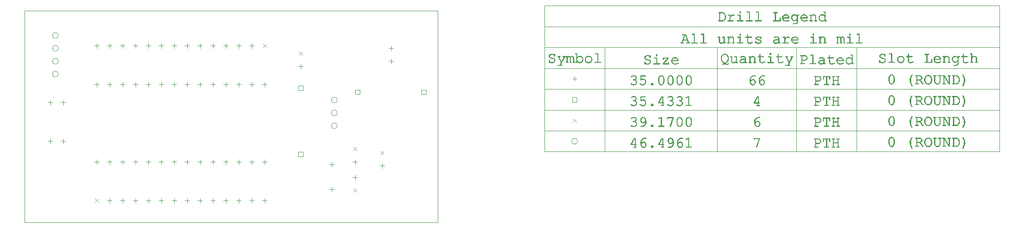
<source format=gbr>
G04 Generated by Ultiboard 14.0 *
%FSLAX24Y24*%
%MOIN*%

%ADD10C,0.0001*%
%ADD11C,0.0004*%
%ADD12C,0.0039*%
%ADD13C,0.0001*%


G04 ColorRGB 000000 for the following layer *
%LNDrill Symbols-Copper Top-Copper Bottom*%
%LPD*%
G54D11*
X33225Y16800D02*
X33575Y16800D01*
X33400Y16625D02*
X33400Y16975D01*
X33400Y14708D02*
X33400Y15058D01*
X33225Y14883D02*
X33575Y14883D01*
X12600Y18425D02*
X12600Y18775D01*
X12425Y18600D02*
X12775Y18600D01*
X11600Y18425D02*
X11600Y18775D01*
X11425Y18600D02*
X11775Y18600D01*
X12425Y21600D02*
X12775Y21600D01*
X12600Y21425D02*
X12600Y21775D01*
X11425Y21600D02*
X11775Y21600D01*
X11600Y21425D02*
X11600Y21775D01*
X37825Y24800D02*
X38175Y24800D01*
X38000Y24625D02*
X38000Y24975D01*
X37825Y25800D02*
X38175Y25800D01*
X38000Y25625D02*
X38000Y25975D01*
X30862Y25262D02*
X31138Y25538D01*
X30862Y25538D02*
X31138Y25262D01*
X30825Y24400D02*
X31175Y24400D01*
X31000Y24225D02*
X31000Y24575D01*
X37162Y17838D02*
X37438Y17562D01*
X37162Y17562D02*
X37438Y17838D01*
X37125Y16700D02*
X37475Y16700D01*
X37300Y16525D02*
X37300Y16875D01*
X35062Y14662D02*
X35338Y14938D01*
X35062Y14938D02*
X35338Y14662D01*
X35025Y15800D02*
X35375Y15800D01*
X35200Y15625D02*
X35200Y15975D01*
X26025Y14000D02*
X26375Y14000D01*
X26200Y13825D02*
X26200Y14175D01*
X20025Y14000D02*
X20375Y14000D01*
X20200Y13825D02*
X20200Y14175D01*
X17200Y13825D02*
X17200Y14175D01*
X17025Y14000D02*
X17375Y14000D01*
X15062Y14138D02*
X15338Y13862D01*
X15062Y13862D02*
X15338Y14138D01*
X16025Y14000D02*
X16375Y14000D01*
X16200Y13825D02*
X16200Y14175D01*
X18200Y13825D02*
X18200Y14175D01*
X18025Y14000D02*
X18375Y14000D01*
X19200Y13825D02*
X19200Y14175D01*
X19025Y14000D02*
X19375Y14000D01*
X23200Y13825D02*
X23200Y14175D01*
X23025Y14000D02*
X23375Y14000D01*
X21025Y14000D02*
X21375Y14000D01*
X21200Y13825D02*
X21200Y14175D01*
X22025Y14000D02*
X22375Y14000D01*
X22200Y13825D02*
X22200Y14175D01*
X25200Y13825D02*
X25200Y14175D01*
X25025Y14000D02*
X25375Y14000D01*
X24200Y13825D02*
X24200Y14175D01*
X24025Y14000D02*
X24375Y14000D01*
X28025Y14000D02*
X28375Y14000D01*
X28200Y13825D02*
X28200Y14175D01*
X27025Y14000D02*
X27375Y14000D01*
X27200Y13825D02*
X27200Y14175D01*
X35062Y17862D02*
X35338Y18138D01*
X35062Y18138D02*
X35338Y17862D01*
X35025Y17000D02*
X35375Y17000D01*
X35200Y16825D02*
X35200Y17175D01*
X17025Y26000D02*
X17375Y26000D01*
X17200Y25825D02*
X17200Y26175D01*
X23025Y26000D02*
X23375Y26000D01*
X23200Y25825D02*
X23200Y26175D01*
X26025Y26000D02*
X26375Y26000D01*
X26200Y25825D02*
X26200Y26175D01*
X28062Y26138D02*
X28338Y25862D01*
X28062Y25862D02*
X28338Y26138D01*
X27025Y26000D02*
X27375Y26000D01*
X27200Y25825D02*
X27200Y26175D01*
X25025Y26000D02*
X25375Y26000D01*
X25200Y25825D02*
X25200Y26175D01*
X24025Y26000D02*
X24375Y26000D01*
X24200Y25825D02*
X24200Y26175D01*
X20025Y26000D02*
X20375Y26000D01*
X20200Y25825D02*
X20200Y26175D01*
X22200Y25825D02*
X22200Y26175D01*
X22025Y26000D02*
X22375Y26000D01*
X21200Y25825D02*
X21200Y26175D01*
X21025Y26000D02*
X21375Y26000D01*
X18025Y26000D02*
X18375Y26000D01*
X18200Y25825D02*
X18200Y26175D01*
X19025Y26000D02*
X19375Y26000D01*
X19200Y25825D02*
X19200Y26175D01*
X15025Y26000D02*
X15375Y26000D01*
X15200Y25825D02*
X15200Y26175D01*
X16200Y25825D02*
X16200Y26175D01*
X16025Y26000D02*
X16375Y26000D01*
X15025Y23000D02*
X15375Y23000D01*
X15200Y22825D02*
X15200Y23175D01*
X16025Y17000D02*
X16375Y17000D01*
X16200Y16825D02*
X16200Y17175D01*
X17025Y17000D02*
X17375Y17000D01*
X17200Y16825D02*
X17200Y17175D01*
X18025Y17000D02*
X18375Y17000D01*
X18200Y16825D02*
X18200Y17175D01*
X20200Y16825D02*
X20200Y17175D01*
X20025Y17000D02*
X20375Y17000D01*
X19200Y16825D02*
X19200Y17175D01*
X19025Y17000D02*
X19375Y17000D01*
X21025Y17000D02*
X21375Y17000D01*
X21200Y16825D02*
X21200Y17175D01*
X23025Y17000D02*
X23375Y17000D01*
X23200Y16825D02*
X23200Y17175D01*
X22200Y16825D02*
X22200Y17175D01*
X22025Y17000D02*
X22375Y17000D01*
X24200Y16825D02*
X24200Y17175D01*
X24025Y17000D02*
X24375Y17000D01*
X25200Y16825D02*
X25200Y17175D01*
X25025Y17000D02*
X25375Y17000D01*
X26025Y17000D02*
X26375Y17000D01*
X26200Y16825D02*
X26200Y17175D01*
X27025Y17000D02*
X27375Y17000D01*
X27200Y16825D02*
X27200Y17175D01*
X28025Y17000D02*
X28375Y17000D01*
X28200Y16825D02*
X28200Y17175D01*
X21200Y22825D02*
X21200Y23175D01*
X21025Y23000D02*
X21375Y23000D01*
X16200Y22825D02*
X16200Y23175D01*
X16025Y23000D02*
X16375Y23000D01*
X17025Y23000D02*
X17375Y23000D01*
X17200Y22825D02*
X17200Y23175D01*
X18025Y23000D02*
X18375Y23000D01*
X18200Y22825D02*
X18200Y23175D01*
X20200Y22825D02*
X20200Y23175D01*
X20025Y23000D02*
X20375Y23000D01*
X19200Y22825D02*
X19200Y23175D01*
X19025Y23000D02*
X19375Y23000D01*
X23025Y23000D02*
X23375Y23000D01*
X23200Y22825D02*
X23200Y23175D01*
X22025Y23000D02*
X22375Y23000D01*
X22200Y22825D02*
X22200Y23175D01*
X24200Y22825D02*
X24200Y23175D01*
X24025Y23000D02*
X24375Y23000D01*
X25025Y23000D02*
X25375Y23000D01*
X25200Y22825D02*
X25200Y23175D01*
X26200Y22825D02*
X26200Y23175D01*
X26025Y23000D02*
X26375Y23000D01*
X27200Y22825D02*
X27200Y23175D01*
X27025Y23000D02*
X27375Y23000D01*
X28025Y23000D02*
X28375Y23000D01*
X28200Y22825D02*
X28200Y23175D01*
X15025Y17000D02*
X15375Y17000D01*
X15200Y16825D02*
X15200Y17175D01*
X30823Y22541D02*
X31177Y22541D01*
X31177Y22895D01*
X30823Y22895D01*
X30823Y22541D01*
X30823Y17423D02*
X31177Y17423D01*
X31177Y17777D01*
X30823Y17777D01*
X30823Y17423D01*
X35223Y22235D02*
X35577Y22235D01*
X35577Y22589D01*
X35223Y22589D01*
X35223Y22235D01*
X40341Y22235D02*
X40695Y22235D01*
X40695Y22589D01*
X40341Y22589D01*
X40341Y22235D01*
X52075Y20081D02*
X52352Y20358D01*
X52075Y20358D02*
X52352Y20081D01*
X52037Y21656D02*
X52391Y21656D01*
X52391Y22010D01*
X52037Y22010D01*
X52037Y21656D01*
X52039Y23447D02*
X52389Y23447D01*
X52214Y23272D02*
X52214Y23622D01*
G54D12*
X33368Y20800D02*
G75*
D01*
G02X33368Y20800I232J0*
G01*
X33368Y21800D02*
G75*
D01*
G02X33368Y21800I232J0*
G01*
X33368Y19800D02*
G75*
D01*
G02X33368Y19800I232J0*
G01*
X11768Y26800D02*
G75*
D01*
G02X11768Y26800I232J0*
G01*
X11768Y25800D02*
G75*
D01*
G02X11768Y25800I232J0*
G01*
X11768Y24800D02*
G75*
D01*
G02X11768Y24800I232J0*
G01*
X11768Y23800D02*
G75*
D01*
G02X11768Y23800I232J0*
G01*
X51981Y18605D02*
G75*
D01*
G02X51981Y18605I233J0*
G01*
G54D13*
G36*
X56750Y18148D02*
X56750Y18148D01*
X56750Y18168D01*
X56748Y18158D01*
X56750Y18148D01*
D02*
G37*
X56750Y18168D01*
X56748Y18158D01*
X56750Y18148D01*
G36*
X56750Y18168D02*
X56750Y18168D01*
X56750Y18148D01*
X56755Y18141D01*
X56750Y18168D01*
D02*
G37*
X56750Y18148D01*
X56755Y18141D01*
X56750Y18168D01*
G36*
X56755Y18141D02*
X56755Y18141D01*
X56755Y18176D01*
X56750Y18168D01*
X56755Y18141D01*
D02*
G37*
X56755Y18176D01*
X56750Y18168D01*
X56755Y18141D01*
G36*
X56755Y18176D02*
X56755Y18176D01*
X56755Y18141D01*
X56765Y18136D01*
X56755Y18176D01*
D02*
G37*
X56755Y18141D01*
X56765Y18136D01*
X56755Y18176D01*
G36*
X56765Y18136D02*
X56765Y18136D01*
X56765Y18181D01*
X56755Y18176D01*
X56765Y18136D01*
D02*
G37*
X56765Y18181D01*
X56755Y18176D01*
X56765Y18136D01*
G36*
X56765Y18181D02*
X56765Y18181D01*
X56765Y18136D01*
X56781Y18134D01*
X56765Y18181D01*
D02*
G37*
X56765Y18136D01*
X56781Y18134D01*
X56765Y18181D01*
G36*
X56781Y18134D02*
X56781Y18134D01*
X56781Y18182D01*
X56765Y18181D01*
X56781Y18134D01*
D02*
G37*
X56781Y18182D01*
X56765Y18181D01*
X56781Y18134D01*
G36*
X56781Y18182D02*
X56781Y18182D01*
X56781Y18134D01*
X56960Y18134D01*
X56781Y18182D01*
D02*
G37*
X56781Y18134D01*
X56960Y18134D01*
X56781Y18182D01*
G36*
X56960Y18134D02*
X56960Y18134D01*
X56871Y18182D01*
X56781Y18182D01*
X56960Y18134D01*
D02*
G37*
X56871Y18182D01*
X56781Y18182D01*
X56960Y18134D01*
G36*
X56871Y18182D02*
X56871Y18182D01*
X56960Y18134D01*
X56920Y18182D01*
X56871Y18182D01*
D02*
G37*
X56960Y18134D01*
X56920Y18182D01*
X56871Y18182D01*
G36*
X56920Y18182D02*
X56920Y18182D01*
X56871Y18336D01*
X56871Y18182D01*
X56920Y18182D01*
D02*
G37*
X56871Y18336D01*
X56871Y18182D01*
X56920Y18182D01*
G36*
X56871Y18336D02*
X56871Y18336D01*
X56920Y18182D01*
X56871Y18385D01*
X56871Y18336D01*
D02*
G37*
X56920Y18182D01*
X56871Y18385D01*
X56871Y18336D01*
G36*
X56871Y18385D02*
X56871Y18385D01*
X56601Y18385D01*
X56871Y18336D01*
X56871Y18385D01*
D02*
G37*
X56601Y18385D01*
X56871Y18336D01*
X56871Y18385D01*
G36*
X56871Y18336D02*
X56871Y18336D01*
X56550Y18392D01*
X56550Y18336D01*
X56871Y18336D01*
D02*
G37*
X56550Y18392D01*
X56550Y18336D01*
X56871Y18336D01*
G36*
X56550Y18392D02*
X56550Y18392D01*
X56871Y18336D01*
X56601Y18385D01*
X56550Y18392D01*
D02*
G37*
X56871Y18336D01*
X56601Y18385D01*
X56550Y18392D01*
G36*
X56601Y18385D02*
X56601Y18385D01*
X56819Y18858D01*
X56550Y18392D01*
X56601Y18385D01*
D02*
G37*
X56819Y18858D01*
X56550Y18392D01*
X56601Y18385D01*
G36*
X56819Y18858D02*
X56819Y18858D01*
X56601Y18385D01*
X56846Y18809D01*
X56819Y18858D01*
D02*
G37*
X56601Y18385D01*
X56846Y18809D01*
X56819Y18858D01*
G36*
X56846Y18809D02*
X56846Y18809D01*
X56920Y18858D01*
X56819Y18858D01*
X56846Y18809D01*
D02*
G37*
X56920Y18858D01*
X56819Y18858D01*
X56846Y18809D01*
G36*
X56920Y18858D02*
X56920Y18858D01*
X56846Y18809D01*
X56871Y18809D01*
X56920Y18858D01*
D02*
G37*
X56846Y18809D01*
X56871Y18809D01*
X56920Y18858D01*
G36*
X56871Y18809D02*
X56871Y18809D01*
X56920Y18182D01*
X56920Y18858D01*
X56871Y18809D01*
D02*
G37*
X56920Y18182D01*
X56920Y18858D01*
X56871Y18809D01*
G36*
X56920Y18182D02*
X56920Y18182D01*
X56871Y18809D01*
X56871Y18385D01*
X56920Y18182D01*
D02*
G37*
X56871Y18809D01*
X56871Y18385D01*
X56920Y18182D01*
G36*
X56991Y18370D02*
X56991Y18370D01*
X56991Y18351D01*
X56993Y18360D01*
X56991Y18370D01*
D02*
G37*
X56991Y18351D01*
X56993Y18360D01*
X56991Y18370D01*
G36*
X56991Y18351D02*
X56991Y18351D01*
X56991Y18370D01*
X56986Y18378D01*
X56991Y18351D01*
D02*
G37*
X56991Y18370D01*
X56986Y18378D01*
X56991Y18351D01*
G36*
X56986Y18378D02*
X56986Y18378D01*
X56986Y18343D01*
X56991Y18351D01*
X56986Y18378D01*
D02*
G37*
X56986Y18343D01*
X56991Y18351D01*
X56986Y18378D01*
G36*
X56986Y18343D02*
X56986Y18343D01*
X56986Y18378D01*
X56976Y18383D01*
X56986Y18343D01*
D02*
G37*
X56986Y18378D01*
X56976Y18383D01*
X56986Y18343D01*
G36*
X56976Y18383D02*
X56976Y18383D01*
X56976Y18338D01*
X56986Y18343D01*
X56976Y18383D01*
D02*
G37*
X56976Y18338D01*
X56986Y18343D01*
X56976Y18383D01*
G36*
X56976Y18338D02*
X56976Y18338D01*
X56976Y18383D01*
X56960Y18385D01*
X56976Y18338D01*
D02*
G37*
X56976Y18383D01*
X56960Y18385D01*
X56976Y18338D01*
G36*
X56960Y18385D02*
X56960Y18385D01*
X56960Y18336D01*
X56976Y18338D01*
X56960Y18385D01*
D02*
G37*
X56960Y18336D01*
X56976Y18338D01*
X56960Y18385D01*
G36*
X56960Y18336D02*
X56960Y18336D01*
X56960Y18385D01*
X56920Y18385D01*
X56960Y18336D01*
D02*
G37*
X56960Y18385D01*
X56920Y18385D01*
X56960Y18336D01*
G36*
X56920Y18385D02*
X56920Y18385D01*
X56920Y18336D01*
X56960Y18336D01*
X56920Y18385D01*
D02*
G37*
X56920Y18336D01*
X56960Y18336D01*
X56920Y18385D01*
G36*
X56920Y18336D02*
X56920Y18336D01*
X56920Y18858D01*
X56920Y18336D01*
D02*
G37*
X56920Y18858D01*
X56920Y18336D01*
G36*
X56920Y18858D02*
X56920Y18858D01*
X56920Y18182D01*
X56920Y18336D01*
X56920Y18858D01*
D02*
G37*
X56920Y18182D01*
X56920Y18336D01*
X56920Y18858D01*
G36*
X56960Y18134D02*
X56960Y18134D01*
X56960Y18182D01*
X56920Y18182D01*
X56960Y18134D01*
D02*
G37*
X56960Y18182D01*
X56920Y18182D01*
X56960Y18134D01*
G36*
X56960Y18182D02*
X56960Y18182D01*
X56960Y18134D01*
X56976Y18136D01*
X56960Y18182D01*
D02*
G37*
X56960Y18134D01*
X56976Y18136D01*
X56960Y18182D01*
G36*
X56976Y18136D02*
X56976Y18136D01*
X56976Y18181D01*
X56960Y18182D01*
X56976Y18136D01*
D02*
G37*
X56976Y18181D01*
X56960Y18182D01*
X56976Y18136D01*
G36*
X56976Y18181D02*
X56976Y18181D01*
X56976Y18136D01*
X56986Y18141D01*
X56976Y18181D01*
D02*
G37*
X56976Y18136D01*
X56986Y18141D01*
X56976Y18181D01*
G36*
X56986Y18141D02*
X56986Y18141D01*
X56986Y18176D01*
X56976Y18181D01*
X56986Y18141D01*
D02*
G37*
X56986Y18176D01*
X56976Y18181D01*
X56986Y18141D01*
G36*
X56986Y18176D02*
X56986Y18176D01*
X56986Y18141D01*
X56991Y18148D01*
X56986Y18176D01*
D02*
G37*
X56986Y18141D01*
X56991Y18148D01*
X56986Y18176D01*
G36*
X56991Y18148D02*
X56991Y18148D01*
X56991Y18168D01*
X56986Y18176D01*
X56991Y18148D01*
D02*
G37*
X56991Y18168D01*
X56986Y18176D01*
X56991Y18148D01*
G36*
X56991Y18168D02*
X56991Y18168D01*
X56991Y18148D01*
X56993Y18158D01*
X56991Y18168D01*
D02*
G37*
X56991Y18148D01*
X56993Y18158D01*
X56991Y18168D01*
G36*
X57735Y18845D02*
X57735Y18845D01*
X57725Y18855D01*
X57725Y18810D01*
X57735Y18845D01*
D02*
G37*
X57725Y18855D01*
X57725Y18810D01*
X57735Y18845D01*
G36*
X57735Y18845D01*
X57725Y18810D01*
X57732Y18815D01*
X57735Y18845D01*
D02*
G37*
X57725Y18810D01*
X57732Y18815D01*
X57735Y18845D01*
G36*
X57735Y18845D01*
X57732Y18815D01*
X57737Y18823D01*
X57735Y18845D01*
D02*
G37*
X57732Y18815D01*
X57737Y18823D01*
X57735Y18845D01*
G36*
X57735Y18845D01*
X57737Y18823D01*
X57738Y18832D01*
X57735Y18845D01*
D02*
G37*
X57737Y18823D01*
X57738Y18832D01*
X57735Y18845D01*
G36*
X57725Y18855D02*
X57725Y18855D01*
X57688Y18870D01*
X57698Y18814D01*
X57725Y18855D01*
D02*
G37*
X57688Y18870D01*
X57698Y18814D01*
X57725Y18855D01*
G36*
X57725Y18855D01*
X57698Y18814D01*
X57708Y18810D01*
X57725Y18855D01*
D02*
G37*
X57698Y18814D01*
X57708Y18810D01*
X57725Y18855D01*
G36*
X57725Y18855D01*
X57708Y18810D01*
X57716Y18809D01*
X57725Y18855D01*
D02*
G37*
X57708Y18810D01*
X57716Y18809D01*
X57725Y18855D01*
G36*
X57725Y18855D01*
X57716Y18809D01*
X57725Y18810D01*
X57725Y18855D01*
D02*
G37*
X57716Y18809D01*
X57725Y18810D01*
X57725Y18855D01*
G36*
X57639Y18826D02*
X57639Y18826D01*
X57644Y18875D01*
X57584Y18820D01*
X57639Y18826D01*
D02*
G37*
X57644Y18875D01*
X57584Y18820D01*
X57639Y18826D01*
G36*
X57644Y18875D02*
X57644Y18875D01*
X57639Y18826D01*
X57672Y18823D01*
X57644Y18875D01*
D02*
G37*
X57639Y18826D01*
X57672Y18823D01*
X57644Y18875D01*
G36*
X57672Y18823D02*
X57672Y18823D01*
X57688Y18870D01*
X57644Y18875D01*
X57672Y18823D01*
D02*
G37*
X57688Y18870D01*
X57644Y18875D01*
X57672Y18823D01*
G36*
X57688Y18870D02*
X57688Y18870D01*
X57672Y18823D01*
X57698Y18814D01*
X57688Y18870D01*
D02*
G37*
X57672Y18823D01*
X57698Y18814D01*
X57688Y18870D01*
G36*
X57575Y18868D02*
X57575Y18868D01*
X57584Y18820D01*
X57644Y18875D01*
X57575Y18868D01*
D02*
G37*
X57584Y18820D01*
X57644Y18875D01*
X57575Y18868D01*
G36*
X57584Y18820D02*
X57584Y18820D01*
X57575Y18868D01*
X57511Y18846D01*
X57584Y18820D01*
D02*
G37*
X57575Y18868D01*
X57511Y18846D01*
X57584Y18820D01*
G36*
X57511Y18846D02*
X57511Y18846D01*
X57482Y18772D01*
X57584Y18820D01*
X57511Y18846D01*
D02*
G37*
X57482Y18772D01*
X57584Y18820D01*
X57511Y18846D01*
G36*
X57482Y18772D02*
X57482Y18772D01*
X57511Y18846D01*
X57453Y18812D01*
X57482Y18772D01*
D02*
G37*
X57511Y18846D01*
X57453Y18812D01*
X57482Y18772D01*
G36*
X57453Y18812D02*
X57453Y18812D01*
X57434Y18729D01*
X57482Y18772D01*
X57453Y18812D01*
D02*
G37*
X57434Y18729D01*
X57482Y18772D01*
X57453Y18812D01*
G36*
X57434Y18729D02*
X57434Y18729D01*
X57453Y18812D01*
X57403Y18771D01*
X57434Y18729D01*
D02*
G37*
X57453Y18812D01*
X57403Y18771D01*
X57434Y18729D01*
G36*
X57403Y18771D02*
X57403Y18771D01*
X57394Y18679D01*
X57434Y18729D01*
X57403Y18771D01*
D02*
G37*
X57394Y18679D01*
X57434Y18729D01*
X57403Y18771D01*
G36*
X57394Y18679D02*
X57394Y18679D01*
X57403Y18771D01*
X57362Y18721D01*
X57394Y18679D01*
D02*
G37*
X57403Y18771D01*
X57362Y18721D01*
X57394Y18679D01*
G36*
X57362Y18721D02*
X57362Y18721D01*
X57347Y18564D01*
X57394Y18679D01*
X57362Y18721D01*
D02*
G37*
X57347Y18564D01*
X57394Y18679D01*
X57362Y18721D01*
G36*
X57347Y18564D02*
X57347Y18564D01*
X57362Y18721D01*
X57330Y18664D01*
X57347Y18564D01*
D02*
G37*
X57362Y18721D01*
X57330Y18664D01*
X57347Y18564D01*
G36*
X57330Y18664D02*
X57330Y18664D01*
X57342Y18499D01*
X57347Y18564D01*
X57330Y18664D01*
D02*
G37*
X57342Y18499D01*
X57347Y18564D01*
X57330Y18664D01*
G36*
X57342Y18499D02*
X57342Y18499D01*
X57330Y18664D01*
X57332Y18274D01*
X57342Y18499D01*
D02*
G37*
X57330Y18664D01*
X57332Y18274D01*
X57342Y18499D01*
G36*
X57332Y18274D02*
X57332Y18274D01*
X57349Y18236D01*
X57342Y18499D01*
X57332Y18274D01*
D02*
G37*
X57349Y18236D01*
X57342Y18499D01*
X57332Y18274D01*
G36*
X57296Y18436D02*
X57296Y18436D01*
X57302Y18583D01*
X57293Y18495D01*
X57296Y18436D01*
D02*
G37*
X57302Y18583D01*
X57293Y18495D01*
X57296Y18436D01*
G36*
X57302Y18583D02*
X57302Y18583D01*
X57296Y18436D01*
X57315Y18325D01*
X57302Y18583D01*
D02*
G37*
X57296Y18436D01*
X57315Y18325D01*
X57302Y18583D01*
G36*
X57315Y18325D02*
X57315Y18325D01*
X57330Y18664D01*
X57302Y18583D01*
X57315Y18325D01*
D02*
G37*
X57330Y18664D01*
X57302Y18583D01*
X57315Y18325D01*
G36*
X57330Y18664D02*
X57330Y18664D01*
X57315Y18325D01*
X57332Y18274D01*
X57330Y18664D01*
D02*
G37*
X57315Y18325D01*
X57332Y18274D01*
X57330Y18664D01*
G36*
X57646Y18472D02*
X57646Y18472D01*
X57650Y18534D01*
X57622Y18493D01*
X57646Y18472D01*
D02*
G37*
X57650Y18534D01*
X57622Y18493D01*
X57646Y18472D01*
G36*
X57650Y18534D02*
X57650Y18534D01*
X57646Y18472D01*
X57666Y18445D01*
X57650Y18534D01*
D02*
G37*
X57646Y18472D01*
X57666Y18445D01*
X57650Y18534D01*
G36*
X57666Y18445D02*
X57666Y18445D01*
X57681Y18505D01*
X57650Y18534D01*
X57666Y18445D01*
D02*
G37*
X57681Y18505D01*
X57650Y18534D01*
X57666Y18445D01*
G36*
X57681Y18505D02*
X57681Y18505D01*
X57666Y18445D01*
X57689Y18383D01*
X57681Y18505D01*
D02*
G37*
X57666Y18445D01*
X57689Y18383D01*
X57681Y18505D01*
G36*
X57689Y18383D02*
X57689Y18383D01*
X57707Y18471D01*
X57681Y18505D01*
X57689Y18383D01*
D02*
G37*
X57707Y18471D01*
X57681Y18505D01*
X57689Y18383D01*
G36*
X57707Y18471D02*
X57707Y18471D01*
X57689Y18383D01*
X57692Y18347D01*
X57707Y18471D01*
D02*
G37*
X57689Y18383D01*
X57692Y18347D01*
X57707Y18471D01*
G36*
X57692Y18347D02*
X57692Y18347D01*
X57710Y18225D01*
X57707Y18471D01*
X57692Y18347D01*
D02*
G37*
X57710Y18225D01*
X57707Y18471D01*
X57692Y18347D01*
G36*
X57710Y18225D02*
X57710Y18225D01*
X57692Y18347D01*
X57689Y18308D01*
X57710Y18225D01*
D02*
G37*
X57692Y18347D01*
X57689Y18308D01*
X57710Y18225D01*
G36*
X57689Y18308D02*
X57689Y18308D01*
X57686Y18188D01*
X57710Y18225D01*
X57689Y18308D01*
D02*
G37*
X57686Y18188D01*
X57710Y18225D01*
X57689Y18308D01*
G36*
X57686Y18188D02*
X57686Y18188D01*
X57689Y18308D01*
X57667Y18243D01*
X57686Y18188D01*
D02*
G37*
X57689Y18308D01*
X57667Y18243D01*
X57686Y18188D01*
G36*
X57667Y18243D02*
X57667Y18243D01*
X57656Y18157D01*
X57686Y18188D01*
X57667Y18243D01*
D02*
G37*
X57656Y18157D01*
X57686Y18188D01*
X57667Y18243D01*
G36*
X57656Y18157D02*
X57656Y18157D01*
X57667Y18243D01*
X57646Y18215D01*
X57656Y18157D01*
D02*
G37*
X57667Y18243D01*
X57646Y18215D01*
X57656Y18157D01*
G36*
X57646Y18215D02*
X57646Y18215D01*
X57622Y18193D01*
X57656Y18157D01*
X57646Y18215D01*
D02*
G37*
X57622Y18193D01*
X57656Y18157D01*
X57646Y18215D01*
G36*
X57542Y18521D02*
X57542Y18521D01*
X57544Y18570D01*
X57514Y18518D01*
X57542Y18521D01*
D02*
G37*
X57544Y18570D01*
X57514Y18518D01*
X57542Y18521D01*
G36*
X57544Y18570D02*
X57544Y18570D01*
X57542Y18521D01*
X57570Y18518D01*
X57544Y18570D01*
D02*
G37*
X57542Y18521D01*
X57570Y18518D01*
X57544Y18570D01*
G36*
X57570Y18518D02*
X57570Y18518D01*
X57581Y18566D01*
X57544Y18570D01*
X57570Y18518D01*
D02*
G37*
X57581Y18566D01*
X57544Y18570D01*
X57570Y18518D01*
G36*
X57581Y18566D02*
X57581Y18566D01*
X57570Y18518D01*
X57622Y18493D01*
X57581Y18566D01*
D02*
G37*
X57570Y18518D01*
X57622Y18493D01*
X57581Y18566D01*
G36*
X57622Y18493D02*
X57622Y18493D01*
X57650Y18534D01*
X57581Y18566D01*
X57622Y18493D01*
D02*
G37*
X57650Y18534D01*
X57581Y18566D01*
X57622Y18493D01*
G36*
X57434Y18473D02*
X57434Y18473D01*
X57438Y18538D01*
X57397Y18429D01*
X57434Y18473D01*
D02*
G37*
X57438Y18538D01*
X57397Y18429D01*
X57434Y18473D01*
G36*
X57438Y18538D02*
X57438Y18538D01*
X57434Y18473D01*
X57460Y18494D01*
X57438Y18538D01*
D02*
G37*
X57434Y18473D01*
X57460Y18494D01*
X57438Y18538D01*
G36*
X57460Y18494D02*
X57460Y18494D01*
X57488Y18562D01*
X57438Y18538D01*
X57460Y18494D01*
D02*
G37*
X57488Y18562D01*
X57438Y18538D01*
X57460Y18494D01*
G36*
X57488Y18562D02*
X57488Y18562D01*
X57460Y18494D01*
X57514Y18518D01*
X57488Y18562D01*
D02*
G37*
X57460Y18494D01*
X57514Y18518D01*
X57488Y18562D01*
G36*
X57514Y18518D02*
X57514Y18518D01*
X57544Y18570D01*
X57488Y18562D01*
X57514Y18518D01*
D02*
G37*
X57544Y18570D01*
X57488Y18562D01*
X57514Y18518D01*
G36*
X57349Y18236D02*
X57349Y18236D01*
X57345Y18440D01*
X57343Y18475D01*
X57349Y18236D01*
D02*
G37*
X57345Y18440D01*
X57343Y18475D01*
X57349Y18236D01*
G36*
X57345Y18440D02*
X57345Y18440D01*
X57349Y18236D01*
X57356Y18360D01*
X57345Y18440D01*
D02*
G37*
X57349Y18236D01*
X57356Y18360D01*
X57345Y18440D01*
G36*
X57356Y18360D02*
X57356Y18360D01*
X57391Y18498D01*
X57345Y18440D01*
X57356Y18360D01*
D02*
G37*
X57391Y18498D01*
X57345Y18440D01*
X57356Y18360D01*
G36*
X57391Y18498D02*
X57391Y18498D01*
X57356Y18360D01*
X57397Y18429D01*
X57391Y18498D01*
D02*
G37*
X57356Y18360D01*
X57397Y18429D01*
X57391Y18498D01*
G36*
X57397Y18429D02*
X57397Y18429D01*
X57438Y18538D01*
X57391Y18498D01*
X57397Y18429D01*
D02*
G37*
X57438Y18538D01*
X57391Y18498D01*
X57397Y18429D01*
G36*
X57737Y18392D02*
X57737Y18392D01*
X57707Y18471D01*
X57710Y18225D01*
X57737Y18392D01*
D02*
G37*
X57707Y18471D01*
X57710Y18225D01*
X57737Y18392D01*
G36*
X57737Y18392D01*
X57710Y18225D01*
X57737Y18304D01*
X57737Y18392D01*
D02*
G37*
X57710Y18225D01*
X57737Y18304D01*
X57737Y18392D01*
G36*
X57737Y18392D01*
X57737Y18304D01*
X57741Y18347D01*
X57737Y18392D01*
D02*
G37*
X57737Y18304D01*
X57741Y18347D01*
X57737Y18392D01*
G36*
X57580Y18121D02*
X57580Y18121D01*
X57656Y18157D01*
X57622Y18193D01*
X57580Y18121D01*
D02*
G37*
X57656Y18157D01*
X57622Y18193D01*
X57580Y18121D01*
G36*
X57580Y18121D01*
X57622Y18193D01*
X57567Y18168D01*
X57580Y18121D01*
D02*
G37*
X57622Y18193D01*
X57567Y18168D01*
X57580Y18121D01*
G36*
X57580Y18121D01*
X57567Y18168D01*
X57536Y18165D01*
X57580Y18121D01*
D02*
G37*
X57567Y18168D01*
X57536Y18165D01*
X57580Y18121D01*
G36*
X57580Y18121D01*
X57536Y18165D01*
X57535Y18116D01*
X57580Y18121D01*
D02*
G37*
X57536Y18165D01*
X57535Y18116D01*
X57580Y18121D01*
G36*
X57505Y18168D02*
X57505Y18168D01*
X57450Y18190D01*
X57474Y18126D01*
X57505Y18168D01*
D02*
G37*
X57450Y18190D01*
X57474Y18126D01*
X57505Y18168D01*
G36*
X57505Y18168D01*
X57474Y18126D01*
X57535Y18116D01*
X57505Y18168D01*
D02*
G37*
X57474Y18126D01*
X57535Y18116D01*
X57505Y18168D01*
G36*
X57505Y18168D01*
X57535Y18116D01*
X57536Y18165D01*
X57505Y18168D01*
D02*
G37*
X57535Y18116D01*
X57536Y18165D01*
X57505Y18168D01*
G36*
X57392Y18177D02*
X57392Y18177D01*
X57403Y18236D01*
X57369Y18311D01*
X57392Y18177D01*
D02*
G37*
X57403Y18236D01*
X57369Y18311D01*
X57392Y18177D01*
G36*
X57403Y18236D02*
X57403Y18236D01*
X57392Y18177D01*
X57418Y18155D01*
X57403Y18236D01*
D02*
G37*
X57392Y18177D01*
X57418Y18155D01*
X57403Y18236D01*
G36*
X57418Y18155D02*
X57418Y18155D01*
X57425Y18210D01*
X57403Y18236D01*
X57418Y18155D01*
D02*
G37*
X57425Y18210D01*
X57403Y18236D01*
X57418Y18155D01*
G36*
X57425Y18210D02*
X57425Y18210D01*
X57418Y18155D01*
X57474Y18126D01*
X57425Y18210D01*
D02*
G37*
X57418Y18155D01*
X57474Y18126D01*
X57425Y18210D01*
G36*
X57474Y18126D02*
X57474Y18126D01*
X57450Y18190D01*
X57425Y18210D01*
X57474Y18126D01*
D02*
G37*
X57450Y18190D01*
X57425Y18210D01*
X57474Y18126D01*
G36*
X57356Y18360D02*
X57356Y18360D01*
X57349Y18236D01*
X57392Y18177D01*
X57356Y18360D01*
D02*
G37*
X57349Y18236D01*
X57392Y18177D01*
X57356Y18360D01*
G36*
X57356Y18360D01*
X57392Y18177D01*
X57369Y18311D01*
X57356Y18360D01*
D02*
G37*
X57392Y18177D01*
X57369Y18311D01*
X57356Y18360D01*
G36*
X57342Y18499D02*
X57342Y18499D01*
X57349Y18236D01*
X57343Y18475D01*
X57342Y18499D01*
D02*
G37*
X57349Y18236D01*
X57343Y18475D01*
X57342Y18499D01*
G36*
X58188Y18273D02*
X58188Y18273D01*
X58159Y18267D01*
X58188Y18273D01*
D02*
G37*
X58159Y18267D01*
X58188Y18273D01*
G36*
X58188Y18273D01*
X58159Y18267D01*
X58133Y18250D01*
X58188Y18273D01*
D02*
G37*
X58159Y18267D01*
X58133Y18250D01*
X58188Y18273D01*
G36*
X58188Y18273D01*
X58133Y18250D01*
X58116Y18225D01*
X58188Y18273D01*
D02*
G37*
X58133Y18250D01*
X58116Y18225D01*
X58188Y18273D01*
G36*
X58188Y18273D01*
X58116Y18225D01*
X58110Y18194D01*
X58188Y18273D01*
D02*
G37*
X58116Y18225D01*
X58110Y18194D01*
X58188Y18273D01*
G36*
X58188Y18273D01*
X58110Y18194D01*
X58116Y18164D01*
X58188Y18273D01*
D02*
G37*
X58110Y18194D01*
X58116Y18164D01*
X58188Y18273D01*
G36*
X58188Y18273D01*
X58116Y18164D01*
X58133Y18139D01*
X58188Y18273D01*
D02*
G37*
X58116Y18164D01*
X58133Y18139D01*
X58188Y18273D01*
G36*
X58188Y18273D01*
X58133Y18139D01*
X58158Y18122D01*
X58188Y18273D01*
D02*
G37*
X58133Y18139D01*
X58158Y18122D01*
X58188Y18273D01*
G36*
X58188Y18273D01*
X58158Y18122D01*
X58188Y18116D01*
X58188Y18273D01*
D02*
G37*
X58158Y18122D01*
X58188Y18116D01*
X58188Y18273D01*
G36*
X58188Y18273D01*
X58188Y18116D01*
X58209Y18116D01*
X58188Y18273D01*
D02*
G37*
X58188Y18116D01*
X58209Y18116D01*
X58188Y18273D01*
G36*
X58188Y18273D01*
X58209Y18116D01*
X58239Y18122D01*
X58188Y18273D01*
D02*
G37*
X58209Y18116D01*
X58239Y18122D01*
X58188Y18273D01*
G36*
X58188Y18273D01*
X58239Y18122D01*
X58264Y18139D01*
X58188Y18273D01*
D02*
G37*
X58239Y18122D01*
X58264Y18139D01*
X58188Y18273D01*
G36*
X58188Y18273D01*
X58264Y18139D01*
X58282Y18164D01*
X58188Y18273D01*
D02*
G37*
X58264Y18139D01*
X58282Y18164D01*
X58188Y18273D01*
G36*
X58188Y18273D01*
X58282Y18164D01*
X58287Y18195D01*
X58188Y18273D01*
D02*
G37*
X58282Y18164D01*
X58287Y18195D01*
X58188Y18273D01*
G36*
X58188Y18273D01*
X58287Y18195D01*
X58282Y18225D01*
X58188Y18273D01*
D02*
G37*
X58287Y18195D01*
X58282Y18225D01*
X58188Y18273D01*
G36*
X58188Y18273D01*
X58282Y18225D01*
X58264Y18250D01*
X58188Y18273D01*
D02*
G37*
X58282Y18225D01*
X58264Y18250D01*
X58188Y18273D01*
G36*
X58188Y18273D01*
X58264Y18250D01*
X58239Y18267D01*
X58188Y18273D01*
D02*
G37*
X58264Y18250D01*
X58239Y18267D01*
X58188Y18273D01*
G36*
X58188Y18273D01*
X58239Y18267D01*
X58209Y18273D01*
X58188Y18273D01*
D02*
G37*
X58239Y18267D01*
X58209Y18273D01*
X58188Y18273D01*
G36*
X58876Y18148D02*
X58876Y18148D01*
X58876Y18168D01*
X58874Y18158D01*
X58876Y18148D01*
D02*
G37*
X58876Y18168D01*
X58874Y18158D01*
X58876Y18148D01*
G36*
X58876Y18168D02*
X58876Y18168D01*
X58876Y18148D01*
X58881Y18141D01*
X58876Y18168D01*
D02*
G37*
X58876Y18148D01*
X58881Y18141D01*
X58876Y18168D01*
G36*
X58881Y18141D02*
X58881Y18141D01*
X58881Y18176D01*
X58876Y18168D01*
X58881Y18141D01*
D02*
G37*
X58881Y18176D01*
X58876Y18168D01*
X58881Y18141D01*
G36*
X58881Y18176D02*
X58881Y18176D01*
X58881Y18141D01*
X58892Y18136D01*
X58881Y18176D01*
D02*
G37*
X58881Y18141D01*
X58892Y18136D01*
X58881Y18176D01*
G36*
X58892Y18136D02*
X58892Y18136D01*
X58892Y18181D01*
X58881Y18176D01*
X58892Y18136D01*
D02*
G37*
X58892Y18181D01*
X58881Y18176D01*
X58892Y18136D01*
G36*
X58892Y18181D02*
X58892Y18181D01*
X58892Y18136D01*
X58907Y18134D01*
X58892Y18181D01*
D02*
G37*
X58892Y18136D01*
X58907Y18134D01*
X58892Y18181D01*
G36*
X58907Y18134D02*
X58907Y18134D01*
X58907Y18182D01*
X58892Y18181D01*
X58907Y18134D01*
D02*
G37*
X58907Y18182D01*
X58892Y18181D01*
X58907Y18134D01*
G36*
X58907Y18182D02*
X58907Y18182D01*
X58907Y18134D01*
X59087Y18134D01*
X58907Y18182D01*
D02*
G37*
X58907Y18134D01*
X59087Y18134D01*
X58907Y18182D01*
G36*
X59087Y18134D02*
X59087Y18134D01*
X58997Y18182D01*
X58907Y18182D01*
X59087Y18134D01*
D02*
G37*
X58997Y18182D01*
X58907Y18182D01*
X59087Y18134D01*
G36*
X58997Y18182D02*
X58997Y18182D01*
X59087Y18134D01*
X59046Y18182D01*
X58997Y18182D01*
D02*
G37*
X59087Y18134D01*
X59046Y18182D01*
X58997Y18182D01*
G36*
X59046Y18182D02*
X59046Y18182D01*
X58997Y18336D01*
X58997Y18182D01*
X59046Y18182D01*
D02*
G37*
X58997Y18336D01*
X58997Y18182D01*
X59046Y18182D01*
G36*
X58997Y18336D02*
X58997Y18336D01*
X59046Y18182D01*
X58997Y18385D01*
X58997Y18336D01*
D02*
G37*
X59046Y18182D01*
X58997Y18385D01*
X58997Y18336D01*
G36*
X58997Y18385D02*
X58997Y18385D01*
X58727Y18385D01*
X58997Y18336D01*
X58997Y18385D01*
D02*
G37*
X58727Y18385D01*
X58997Y18336D01*
X58997Y18385D01*
G36*
X58997Y18336D02*
X58997Y18336D01*
X58676Y18392D01*
X58676Y18336D01*
X58997Y18336D01*
D02*
G37*
X58676Y18392D01*
X58676Y18336D01*
X58997Y18336D01*
G36*
X58676Y18392D02*
X58676Y18392D01*
X58997Y18336D01*
X58727Y18385D01*
X58676Y18392D01*
D02*
G37*
X58997Y18336D01*
X58727Y18385D01*
X58676Y18392D01*
G36*
X58727Y18385D02*
X58727Y18385D01*
X58945Y18858D01*
X58676Y18392D01*
X58727Y18385D01*
D02*
G37*
X58945Y18858D01*
X58676Y18392D01*
X58727Y18385D01*
G36*
X58945Y18858D02*
X58945Y18858D01*
X58727Y18385D01*
X58972Y18809D01*
X58945Y18858D01*
D02*
G37*
X58727Y18385D01*
X58972Y18809D01*
X58945Y18858D01*
G36*
X58972Y18809D02*
X58972Y18809D01*
X59046Y18858D01*
X58945Y18858D01*
X58972Y18809D01*
D02*
G37*
X59046Y18858D01*
X58945Y18858D01*
X58972Y18809D01*
G36*
X59046Y18858D02*
X59046Y18858D01*
X58972Y18809D01*
X58997Y18809D01*
X59046Y18858D01*
D02*
G37*
X58972Y18809D01*
X58997Y18809D01*
X59046Y18858D01*
G36*
X58997Y18809D02*
X58997Y18809D01*
X59046Y18182D01*
X59046Y18858D01*
X58997Y18809D01*
D02*
G37*
X59046Y18182D01*
X59046Y18858D01*
X58997Y18809D01*
G36*
X59046Y18182D02*
X59046Y18182D01*
X58997Y18809D01*
X58997Y18385D01*
X59046Y18182D01*
D02*
G37*
X58997Y18809D01*
X58997Y18385D01*
X59046Y18182D01*
G36*
X59118Y18370D02*
X59118Y18370D01*
X59118Y18351D01*
X59120Y18360D01*
X59118Y18370D01*
D02*
G37*
X59118Y18351D01*
X59120Y18360D01*
X59118Y18370D01*
G36*
X59118Y18351D02*
X59118Y18351D01*
X59118Y18370D01*
X59112Y18378D01*
X59118Y18351D01*
D02*
G37*
X59118Y18370D01*
X59112Y18378D01*
X59118Y18351D01*
G36*
X59112Y18378D02*
X59112Y18378D01*
X59112Y18343D01*
X59118Y18351D01*
X59112Y18378D01*
D02*
G37*
X59112Y18343D01*
X59118Y18351D01*
X59112Y18378D01*
G36*
X59112Y18343D02*
X59112Y18343D01*
X59112Y18378D01*
X59102Y18383D01*
X59112Y18343D01*
D02*
G37*
X59112Y18378D01*
X59102Y18383D01*
X59112Y18343D01*
G36*
X59102Y18383D02*
X59102Y18383D01*
X59102Y18338D01*
X59112Y18343D01*
X59102Y18383D01*
D02*
G37*
X59102Y18338D01*
X59112Y18343D01*
X59102Y18383D01*
G36*
X59102Y18338D02*
X59102Y18338D01*
X59102Y18383D01*
X59087Y18385D01*
X59102Y18338D01*
D02*
G37*
X59102Y18383D01*
X59087Y18385D01*
X59102Y18338D01*
G36*
X59087Y18385D02*
X59087Y18385D01*
X59087Y18336D01*
X59102Y18338D01*
X59087Y18385D01*
D02*
G37*
X59087Y18336D01*
X59102Y18338D01*
X59087Y18385D01*
G36*
X59087Y18336D02*
X59087Y18336D01*
X59087Y18385D01*
X59046Y18385D01*
X59087Y18336D01*
D02*
G37*
X59087Y18385D01*
X59046Y18385D01*
X59087Y18336D01*
G36*
X59046Y18385D02*
X59046Y18385D01*
X59046Y18336D01*
X59087Y18336D01*
X59046Y18385D01*
D02*
G37*
X59046Y18336D01*
X59087Y18336D01*
X59046Y18385D01*
G36*
X59046Y18336D02*
X59046Y18336D01*
X59046Y18858D01*
X59046Y18336D01*
D02*
G37*
X59046Y18858D01*
X59046Y18336D01*
G36*
X59046Y18858D02*
X59046Y18858D01*
X59046Y18182D01*
X59046Y18336D01*
X59046Y18858D01*
D02*
G37*
X59046Y18182D01*
X59046Y18336D01*
X59046Y18858D01*
G36*
X59087Y18134D02*
X59087Y18134D01*
X59087Y18182D01*
X59046Y18182D01*
X59087Y18134D01*
D02*
G37*
X59087Y18182D01*
X59046Y18182D01*
X59087Y18134D01*
G36*
X59087Y18182D02*
X59087Y18182D01*
X59087Y18134D01*
X59102Y18136D01*
X59087Y18182D01*
D02*
G37*
X59087Y18134D01*
X59102Y18136D01*
X59087Y18182D01*
G36*
X59102Y18136D02*
X59102Y18136D01*
X59102Y18181D01*
X59087Y18182D01*
X59102Y18136D01*
D02*
G37*
X59102Y18181D01*
X59087Y18182D01*
X59102Y18136D01*
G36*
X59102Y18181D02*
X59102Y18181D01*
X59102Y18136D01*
X59112Y18141D01*
X59102Y18181D01*
D02*
G37*
X59102Y18136D01*
X59112Y18141D01*
X59102Y18181D01*
G36*
X59112Y18141D02*
X59112Y18141D01*
X59112Y18176D01*
X59102Y18181D01*
X59112Y18141D01*
D02*
G37*
X59112Y18176D01*
X59102Y18181D01*
X59112Y18141D01*
G36*
X59112Y18176D02*
X59112Y18176D01*
X59112Y18141D01*
X59118Y18148D01*
X59112Y18176D01*
D02*
G37*
X59112Y18141D01*
X59118Y18148D01*
X59112Y18176D01*
G36*
X59118Y18148D02*
X59118Y18148D01*
X59118Y18168D01*
X59112Y18176D01*
X59118Y18148D01*
D02*
G37*
X59118Y18168D01*
X59112Y18176D01*
X59118Y18148D01*
G36*
X59118Y18168D02*
X59118Y18168D01*
X59118Y18148D01*
X59120Y18158D01*
X59118Y18168D01*
D02*
G37*
X59118Y18148D01*
X59120Y18158D01*
X59118Y18168D01*
G36*
X59653Y18823D02*
X59653Y18823D01*
X59655Y18872D01*
X59624Y18826D01*
X59653Y18823D01*
D02*
G37*
X59655Y18872D01*
X59624Y18826D01*
X59653Y18823D01*
G36*
X59655Y18872D02*
X59655Y18872D01*
X59653Y18823D01*
X59706Y18802D01*
X59655Y18872D01*
D02*
G37*
X59653Y18823D01*
X59706Y18802D01*
X59655Y18872D01*
G36*
X59706Y18802D02*
X59706Y18802D01*
X59715Y18852D01*
X59655Y18872D01*
X59706Y18802D01*
D02*
G37*
X59715Y18852D01*
X59655Y18872D01*
X59706Y18802D01*
G36*
X59715Y18852D02*
X59715Y18852D01*
X59706Y18802D01*
X59730Y18783D01*
X59715Y18852D01*
D02*
G37*
X59706Y18802D01*
X59730Y18783D01*
X59715Y18852D01*
G36*
X59730Y18783D02*
X59730Y18783D01*
X59743Y18834D01*
X59715Y18852D01*
X59730Y18783D01*
D02*
G37*
X59743Y18834D01*
X59715Y18852D01*
X59730Y18783D01*
G36*
X59743Y18834D02*
X59743Y18834D01*
X59730Y18783D01*
X59751Y18758D01*
X59743Y18834D01*
D02*
G37*
X59730Y18783D01*
X59751Y18758D01*
X59743Y18834D01*
G36*
X59751Y18758D02*
X59751Y18758D01*
X59768Y18811D01*
X59743Y18834D01*
X59751Y18758D01*
D02*
G37*
X59768Y18811D01*
X59743Y18834D01*
X59751Y18758D01*
G36*
X59768Y18811D02*
X59768Y18811D01*
X59751Y18758D01*
X59789Y18678D01*
X59768Y18811D01*
D02*
G37*
X59751Y18758D01*
X59789Y18678D01*
X59768Y18811D01*
G36*
X59789Y18678D02*
X59789Y18678D01*
X59810Y18752D01*
X59768Y18811D01*
X59789Y18678D01*
D02*
G37*
X59810Y18752D01*
X59768Y18811D01*
X59789Y18678D01*
G36*
X59810Y18752D02*
X59810Y18752D01*
X59789Y18678D01*
X59805Y18624D01*
X59810Y18752D01*
D02*
G37*
X59789Y18678D01*
X59805Y18624D01*
X59810Y18752D01*
G36*
X59805Y18624D02*
X59805Y18624D01*
X59815Y18543D01*
X59810Y18752D01*
X59805Y18624D01*
D02*
G37*
X59815Y18543D01*
X59810Y18752D01*
X59805Y18624D01*
G36*
X59815Y18543D02*
X59815Y18543D01*
X59805Y18624D01*
X59774Y18568D01*
X59815Y18543D01*
D02*
G37*
X59805Y18624D01*
X59774Y18568D01*
X59815Y18543D01*
G36*
X59774Y18568D02*
X59774Y18568D01*
X59774Y18485D01*
X59815Y18543D01*
X59774Y18568D01*
D02*
G37*
X59774Y18485D01*
X59815Y18543D01*
X59774Y18568D01*
G36*
X59774Y18485D02*
X59774Y18485D01*
X59774Y18568D01*
X59751Y18532D01*
X59774Y18485D01*
D02*
G37*
X59774Y18568D01*
X59751Y18532D01*
X59774Y18485D01*
G36*
X59751Y18532D02*
X59751Y18532D01*
X59725Y18443D01*
X59774Y18485D01*
X59751Y18532D01*
D02*
G37*
X59725Y18443D01*
X59774Y18485D01*
X59751Y18532D01*
G36*
X59725Y18443D02*
X59725Y18443D01*
X59751Y18532D01*
X59720Y18500D01*
X59725Y18443D01*
D02*
G37*
X59751Y18532D01*
X59720Y18500D01*
X59725Y18443D01*
G36*
X59720Y18500D02*
X59720Y18500D01*
X59688Y18477D01*
X59725Y18443D01*
X59720Y18500D01*
D02*
G37*
X59688Y18477D01*
X59725Y18443D01*
X59720Y18500D01*
G36*
X59540Y18797D02*
X59540Y18797D01*
X59579Y18870D01*
X59515Y18774D01*
X59540Y18797D01*
D02*
G37*
X59579Y18870D01*
X59515Y18774D01*
X59540Y18797D01*
G36*
X59579Y18870D02*
X59579Y18870D01*
X59540Y18797D01*
X59594Y18823D01*
X59579Y18870D01*
D02*
G37*
X59540Y18797D01*
X59594Y18823D01*
X59579Y18870D01*
G36*
X59594Y18823D02*
X59594Y18823D01*
X59623Y18875D01*
X59579Y18870D01*
X59594Y18823D01*
D02*
G37*
X59623Y18875D01*
X59579Y18870D01*
X59594Y18823D01*
G36*
X59623Y18875D02*
X59623Y18875D01*
X59594Y18823D01*
X59624Y18826D01*
X59623Y18875D01*
D02*
G37*
X59594Y18823D01*
X59624Y18826D01*
X59623Y18875D01*
G36*
X59624Y18826D02*
X59624Y18826D01*
X59655Y18872D01*
X59623Y18875D01*
X59624Y18826D01*
D02*
G37*
X59655Y18872D01*
X59623Y18875D01*
X59624Y18826D01*
G36*
X59471Y18680D02*
X59471Y18680D01*
X59475Y18802D01*
X59469Y18641D01*
X59471Y18680D01*
D02*
G37*
X59475Y18802D01*
X59469Y18641D01*
X59471Y18680D01*
G36*
X59475Y18802D02*
X59475Y18802D01*
X59471Y18680D01*
X59495Y18746D01*
X59475Y18802D01*
D02*
G37*
X59471Y18680D01*
X59495Y18746D01*
X59475Y18802D01*
G36*
X59495Y18746D02*
X59495Y18746D01*
X59505Y18834D01*
X59475Y18802D01*
X59495Y18746D01*
D02*
G37*
X59505Y18834D01*
X59475Y18802D01*
X59495Y18746D01*
G36*
X59505Y18834D02*
X59505Y18834D01*
X59495Y18746D01*
X59515Y18774D01*
X59505Y18834D01*
D02*
G37*
X59495Y18746D01*
X59515Y18774D01*
X59505Y18834D01*
G36*
X59515Y18774D02*
X59515Y18774D01*
X59579Y18870D01*
X59505Y18834D01*
X59515Y18774D01*
D02*
G37*
X59579Y18870D01*
X59505Y18834D01*
X59515Y18774D01*
G36*
X59451Y18764D02*
X59451Y18764D01*
X59424Y18684D01*
X59427Y18580D01*
X59451Y18764D01*
D02*
G37*
X59424Y18684D01*
X59427Y18580D01*
X59451Y18764D01*
G36*
X59451Y18764D01*
X59427Y18580D01*
X59448Y18523D01*
X59451Y18764D01*
D02*
G37*
X59427Y18580D01*
X59448Y18523D01*
X59451Y18764D01*
G36*
X59451Y18764D01*
X59448Y18523D01*
X59480Y18474D01*
X59451Y18764D01*
D02*
G37*
X59448Y18523D01*
X59480Y18474D01*
X59451Y18764D01*
G36*
X59451Y18764D01*
X59480Y18474D01*
X59469Y18641D01*
X59451Y18764D01*
D02*
G37*
X59480Y18474D01*
X59469Y18641D01*
X59451Y18764D01*
G36*
X59451Y18764D01*
X59469Y18641D01*
X59475Y18802D01*
X59451Y18764D01*
D02*
G37*
X59469Y18641D01*
X59475Y18802D01*
X59451Y18764D01*
G36*
X59863Y18547D02*
X59863Y18547D01*
X59857Y18389D01*
X59865Y18483D01*
X59863Y18547D01*
D02*
G37*
X59857Y18389D01*
X59865Y18483D01*
X59863Y18547D01*
G36*
X59857Y18389D02*
X59857Y18389D01*
X59863Y18547D01*
X59844Y18663D01*
X59857Y18389D01*
D02*
G37*
X59863Y18547D01*
X59844Y18663D01*
X59857Y18389D01*
G36*
X59844Y18663D02*
X59844Y18663D01*
X59832Y18313D01*
X59857Y18389D01*
X59844Y18663D01*
D02*
G37*
X59832Y18313D01*
X59857Y18389D01*
X59844Y18663D01*
G36*
X59832Y18313D02*
X59832Y18313D01*
X59844Y18663D01*
X59827Y18715D01*
X59832Y18313D01*
D02*
G37*
X59844Y18663D01*
X59827Y18715D01*
X59832Y18313D01*
G36*
X59827Y18715D02*
X59827Y18715D01*
X59817Y18475D01*
X59832Y18313D01*
X59827Y18715D01*
D02*
G37*
X59817Y18475D01*
X59832Y18313D01*
X59827Y18715D01*
G36*
X59817Y18475D02*
X59817Y18475D01*
X59827Y18715D01*
X59816Y18504D01*
X59817Y18475D01*
D02*
G37*
X59827Y18715D01*
X59816Y18504D01*
X59817Y18475D01*
G36*
X59827Y18715D02*
X59827Y18715D01*
X59810Y18752D01*
X59815Y18543D01*
X59827Y18715D01*
D02*
G37*
X59810Y18752D01*
X59815Y18543D01*
X59827Y18715D01*
G36*
X59827Y18715D01*
X59815Y18543D01*
X59816Y18504D01*
X59827Y18715D01*
D02*
G37*
X59815Y18543D01*
X59816Y18504D01*
X59827Y18715D01*
G36*
X59673Y18418D02*
X59673Y18418D01*
X59725Y18443D01*
X59688Y18477D01*
X59673Y18418D01*
D02*
G37*
X59725Y18443D01*
X59688Y18477D01*
X59673Y18418D01*
G36*
X59673Y18418D01*
X59688Y18477D01*
X59655Y18463D01*
X59673Y18418D01*
D02*
G37*
X59688Y18477D01*
X59655Y18463D01*
X59673Y18418D01*
G36*
X59673Y18418D01*
X59655Y18463D01*
X59621Y18458D01*
X59673Y18418D01*
D02*
G37*
X59655Y18463D01*
X59621Y18458D01*
X59673Y18418D01*
G36*
X59673Y18418D01*
X59621Y18458D01*
X59620Y18410D01*
X59673Y18418D01*
D02*
G37*
X59621Y18458D01*
X59620Y18410D01*
X59673Y18418D01*
G36*
X59522Y18439D02*
X59522Y18439D01*
X59539Y18488D01*
X59515Y18510D01*
X59522Y18439D01*
D02*
G37*
X59539Y18488D01*
X59515Y18510D01*
X59522Y18439D01*
G36*
X59539Y18488D02*
X59539Y18488D01*
X59522Y18439D01*
X59570Y18417D01*
X59539Y18488D01*
D02*
G37*
X59522Y18439D01*
X59570Y18417D01*
X59539Y18488D01*
G36*
X59570Y18417D02*
X59570Y18417D01*
X59592Y18462D01*
X59539Y18488D01*
X59570Y18417D01*
D02*
G37*
X59592Y18462D01*
X59539Y18488D01*
X59570Y18417D01*
G36*
X59592Y18462D02*
X59592Y18462D01*
X59570Y18417D01*
X59620Y18410D01*
X59592Y18462D01*
D02*
G37*
X59570Y18417D01*
X59620Y18410D01*
X59592Y18462D01*
G36*
X59620Y18410D02*
X59620Y18410D01*
X59621Y18458D01*
X59592Y18462D01*
X59620Y18410D01*
D02*
G37*
X59621Y18458D01*
X59592Y18462D01*
X59620Y18410D01*
G36*
X59495Y18538D02*
X59495Y18538D01*
X59471Y18603D01*
X59480Y18474D01*
X59495Y18538D01*
D02*
G37*
X59471Y18603D01*
X59480Y18474D01*
X59495Y18538D01*
G36*
X59495Y18538D01*
X59480Y18474D01*
X59522Y18439D01*
X59495Y18538D01*
D02*
G37*
X59480Y18474D01*
X59522Y18439D01*
X59495Y18538D01*
G36*
X59495Y18538D01*
X59522Y18439D01*
X59515Y18510D01*
X59495Y18538D01*
D02*
G37*
X59522Y18439D01*
X59515Y18510D01*
X59495Y18538D01*
G36*
X59811Y18411D02*
X59811Y18411D01*
X59767Y18301D01*
X59768Y18223D01*
X59811Y18411D01*
D02*
G37*
X59767Y18301D01*
X59768Y18223D01*
X59811Y18411D01*
G36*
X59811Y18411D01*
X59768Y18223D01*
X59805Y18267D01*
X59811Y18411D01*
D02*
G37*
X59768Y18223D01*
X59805Y18267D01*
X59811Y18411D01*
G36*
X59811Y18411D01*
X59805Y18267D01*
X59832Y18313D01*
X59811Y18411D01*
D02*
G37*
X59805Y18267D01*
X59832Y18313D01*
X59811Y18411D01*
G36*
X59811Y18411D01*
X59832Y18313D01*
X59817Y18475D01*
X59811Y18411D01*
D02*
G37*
X59832Y18313D01*
X59817Y18475D01*
X59811Y18411D01*
G36*
X59673Y18153D02*
X59673Y18153D01*
X59682Y18215D01*
X59599Y18126D01*
X59673Y18153D01*
D02*
G37*
X59682Y18215D01*
X59599Y18126D01*
X59673Y18153D01*
G36*
X59682Y18215D02*
X59682Y18215D01*
X59673Y18153D01*
X59723Y18184D01*
X59682Y18215D01*
D02*
G37*
X59673Y18153D01*
X59723Y18184D01*
X59682Y18215D01*
G36*
X59723Y18184D02*
X59723Y18184D01*
X59729Y18253D01*
X59682Y18215D01*
X59723Y18184D01*
D02*
G37*
X59729Y18253D01*
X59682Y18215D01*
X59723Y18184D01*
G36*
X59729Y18253D02*
X59729Y18253D01*
X59723Y18184D01*
X59768Y18223D01*
X59729Y18253D01*
D02*
G37*
X59723Y18184D01*
X59768Y18223D01*
X59729Y18253D01*
G36*
X59768Y18223D02*
X59768Y18223D01*
X59767Y18301D01*
X59729Y18253D01*
X59768Y18223D01*
D02*
G37*
X59767Y18301D01*
X59729Y18253D01*
X59768Y18223D01*
G36*
X59577Y18170D02*
X59577Y18170D01*
X59518Y18165D01*
X59522Y18116D01*
X59577Y18170D01*
D02*
G37*
X59518Y18165D01*
X59522Y18116D01*
X59577Y18170D01*
G36*
X59577Y18170D01*
X59522Y18116D01*
X59599Y18126D01*
X59577Y18170D01*
D02*
G37*
X59522Y18116D01*
X59599Y18126D01*
X59577Y18170D01*
G36*
X59577Y18170D01*
X59599Y18126D01*
X59682Y18215D01*
X59577Y18170D01*
D02*
G37*
X59599Y18126D01*
X59682Y18215D01*
X59577Y18170D01*
G36*
X59490Y18168D02*
X59490Y18168D01*
X59466Y18176D01*
X59474Y18121D01*
X59490Y18168D01*
D02*
G37*
X59466Y18176D01*
X59474Y18121D01*
X59490Y18168D01*
G36*
X59490Y18168D01*
X59474Y18121D01*
X59522Y18116D01*
X59490Y18168D01*
D02*
G37*
X59474Y18121D01*
X59522Y18116D01*
X59490Y18168D01*
G36*
X59490Y18168D01*
X59522Y18116D01*
X59518Y18165D01*
X59490Y18168D01*
D02*
G37*
X59522Y18116D01*
X59518Y18165D01*
X59490Y18168D01*
G36*
X59454Y18181D02*
X59454Y18181D01*
X59474Y18121D01*
X59466Y18176D01*
X59454Y18181D01*
D02*
G37*
X59474Y18121D01*
X59466Y18176D01*
X59454Y18181D01*
G36*
X59474Y18121D02*
X59474Y18121D01*
X59454Y18181D01*
X59446Y18182D01*
X59474Y18121D01*
D02*
G37*
X59454Y18181D01*
X59446Y18182D01*
X59474Y18121D01*
G36*
X59446Y18182D02*
X59446Y18182D01*
X59437Y18136D01*
X59474Y18121D01*
X59446Y18182D01*
D02*
G37*
X59437Y18136D01*
X59474Y18121D01*
X59446Y18182D01*
G36*
X59437Y18136D02*
X59437Y18136D01*
X59446Y18182D01*
X59436Y18181D01*
X59437Y18136D01*
D02*
G37*
X59446Y18182D01*
X59436Y18181D01*
X59437Y18136D01*
G36*
X59436Y18181D02*
X59436Y18181D01*
X59429Y18176D01*
X59437Y18136D01*
X59436Y18181D01*
D02*
G37*
X59429Y18176D01*
X59437Y18136D01*
X59436Y18181D01*
G36*
X59426Y18146D02*
X59426Y18146D01*
X59437Y18136D01*
X59429Y18176D01*
X59426Y18146D01*
D02*
G37*
X59437Y18136D01*
X59429Y18176D01*
X59426Y18146D01*
G36*
X59426Y18146D01*
X59429Y18176D01*
X59424Y18168D01*
X59426Y18146D01*
D02*
G37*
X59429Y18176D01*
X59424Y18168D01*
X59426Y18146D01*
G36*
X59426Y18146D01*
X59424Y18168D01*
X59422Y18159D01*
X59426Y18146D01*
D02*
G37*
X59424Y18168D01*
X59422Y18159D01*
X59426Y18146D01*
G36*
X59427Y18580D02*
X59427Y18580D01*
X59424Y18684D01*
X59420Y18640D01*
X59427Y18580D01*
D02*
G37*
X59424Y18684D01*
X59420Y18640D01*
X59427Y18580D01*
G36*
X59469Y18641D02*
X59469Y18641D01*
X59480Y18474D01*
X59471Y18603D01*
X59469Y18641D01*
D02*
G37*
X59480Y18474D01*
X59471Y18603D01*
X59469Y18641D01*
G36*
X60570Y18845D02*
X60570Y18845D01*
X60560Y18855D01*
X60560Y18810D01*
X60570Y18845D01*
D02*
G37*
X60560Y18855D01*
X60560Y18810D01*
X60570Y18845D01*
G36*
X60570Y18845D01*
X60560Y18810D01*
X60567Y18815D01*
X60570Y18845D01*
D02*
G37*
X60560Y18810D01*
X60567Y18815D01*
X60570Y18845D01*
G36*
X60570Y18845D01*
X60567Y18815D01*
X60572Y18823D01*
X60570Y18845D01*
D02*
G37*
X60567Y18815D01*
X60572Y18823D01*
X60570Y18845D01*
G36*
X60570Y18845D01*
X60572Y18823D01*
X60574Y18832D01*
X60570Y18845D01*
D02*
G37*
X60572Y18823D01*
X60574Y18832D01*
X60570Y18845D01*
G36*
X60560Y18855D02*
X60560Y18855D01*
X60523Y18870D01*
X60533Y18814D01*
X60560Y18855D01*
D02*
G37*
X60523Y18870D01*
X60533Y18814D01*
X60560Y18855D01*
G36*
X60560Y18855D01*
X60533Y18814D01*
X60543Y18810D01*
X60560Y18855D01*
D02*
G37*
X60533Y18814D01*
X60543Y18810D01*
X60560Y18855D01*
G36*
X60560Y18855D01*
X60543Y18810D01*
X60551Y18809D01*
X60560Y18855D01*
D02*
G37*
X60543Y18810D01*
X60551Y18809D01*
X60560Y18855D01*
G36*
X60560Y18855D01*
X60551Y18809D01*
X60560Y18810D01*
X60560Y18855D01*
D02*
G37*
X60551Y18809D01*
X60560Y18810D01*
X60560Y18855D01*
G36*
X60474Y18826D02*
X60474Y18826D01*
X60479Y18875D01*
X60419Y18820D01*
X60474Y18826D01*
D02*
G37*
X60479Y18875D01*
X60419Y18820D01*
X60474Y18826D01*
G36*
X60479Y18875D02*
X60479Y18875D01*
X60474Y18826D01*
X60507Y18823D01*
X60479Y18875D01*
D02*
G37*
X60474Y18826D01*
X60507Y18823D01*
X60479Y18875D01*
G36*
X60507Y18823D02*
X60507Y18823D01*
X60523Y18870D01*
X60479Y18875D01*
X60507Y18823D01*
D02*
G37*
X60523Y18870D01*
X60479Y18875D01*
X60507Y18823D01*
G36*
X60523Y18870D02*
X60523Y18870D01*
X60507Y18823D01*
X60533Y18814D01*
X60523Y18870D01*
D02*
G37*
X60507Y18823D01*
X60533Y18814D01*
X60523Y18870D01*
G36*
X60410Y18868D02*
X60410Y18868D01*
X60419Y18820D01*
X60479Y18875D01*
X60410Y18868D01*
D02*
G37*
X60419Y18820D01*
X60479Y18875D01*
X60410Y18868D01*
G36*
X60419Y18820D02*
X60419Y18820D01*
X60410Y18868D01*
X60346Y18846D01*
X60419Y18820D01*
D02*
G37*
X60410Y18868D01*
X60346Y18846D01*
X60419Y18820D01*
G36*
X60346Y18846D02*
X60346Y18846D01*
X60317Y18772D01*
X60419Y18820D01*
X60346Y18846D01*
D02*
G37*
X60317Y18772D01*
X60419Y18820D01*
X60346Y18846D01*
G36*
X60317Y18772D02*
X60317Y18772D01*
X60346Y18846D01*
X60288Y18812D01*
X60317Y18772D01*
D02*
G37*
X60346Y18846D01*
X60288Y18812D01*
X60317Y18772D01*
G36*
X60288Y18812D02*
X60288Y18812D01*
X60269Y18729D01*
X60317Y18772D01*
X60288Y18812D01*
D02*
G37*
X60269Y18729D01*
X60317Y18772D01*
X60288Y18812D01*
G36*
X60269Y18729D02*
X60269Y18729D01*
X60288Y18812D01*
X60238Y18771D01*
X60269Y18729D01*
D02*
G37*
X60288Y18812D01*
X60238Y18771D01*
X60269Y18729D01*
G36*
X60238Y18771D02*
X60238Y18771D01*
X60229Y18679D01*
X60269Y18729D01*
X60238Y18771D01*
D02*
G37*
X60229Y18679D01*
X60269Y18729D01*
X60238Y18771D01*
G36*
X60229Y18679D02*
X60229Y18679D01*
X60238Y18771D01*
X60197Y18721D01*
X60229Y18679D01*
D02*
G37*
X60238Y18771D01*
X60197Y18721D01*
X60229Y18679D01*
G36*
X60197Y18721D02*
X60197Y18721D01*
X60183Y18564D01*
X60229Y18679D01*
X60197Y18721D01*
D02*
G37*
X60183Y18564D01*
X60229Y18679D01*
X60197Y18721D01*
G36*
X60183Y18564D02*
X60183Y18564D01*
X60197Y18721D01*
X60165Y18664D01*
X60183Y18564D01*
D02*
G37*
X60197Y18721D01*
X60165Y18664D01*
X60183Y18564D01*
G36*
X60165Y18664D02*
X60165Y18664D01*
X60177Y18499D01*
X60183Y18564D01*
X60165Y18664D01*
D02*
G37*
X60177Y18499D01*
X60183Y18564D01*
X60165Y18664D01*
G36*
X60177Y18499D02*
X60177Y18499D01*
X60165Y18664D01*
X60167Y18274D01*
X60177Y18499D01*
D02*
G37*
X60165Y18664D01*
X60167Y18274D01*
X60177Y18499D01*
G36*
X60167Y18274D02*
X60167Y18274D01*
X60184Y18236D01*
X60177Y18499D01*
X60167Y18274D01*
D02*
G37*
X60184Y18236D01*
X60177Y18499D01*
X60167Y18274D01*
G36*
X60131Y18436D02*
X60131Y18436D01*
X60137Y18583D01*
X60128Y18495D01*
X60131Y18436D01*
D02*
G37*
X60137Y18583D01*
X60128Y18495D01*
X60131Y18436D01*
G36*
X60137Y18583D02*
X60137Y18583D01*
X60131Y18436D01*
X60150Y18325D01*
X60137Y18583D01*
D02*
G37*
X60131Y18436D01*
X60150Y18325D01*
X60137Y18583D01*
G36*
X60150Y18325D02*
X60150Y18325D01*
X60165Y18664D01*
X60137Y18583D01*
X60150Y18325D01*
D02*
G37*
X60165Y18664D01*
X60137Y18583D01*
X60150Y18325D01*
G36*
X60165Y18664D02*
X60165Y18664D01*
X60150Y18325D01*
X60167Y18274D01*
X60165Y18664D01*
D02*
G37*
X60150Y18325D01*
X60167Y18274D01*
X60165Y18664D01*
G36*
X60481Y18472D02*
X60481Y18472D01*
X60485Y18534D01*
X60457Y18493D01*
X60481Y18472D01*
D02*
G37*
X60485Y18534D01*
X60457Y18493D01*
X60481Y18472D01*
G36*
X60485Y18534D02*
X60485Y18534D01*
X60481Y18472D01*
X60501Y18445D01*
X60485Y18534D01*
D02*
G37*
X60481Y18472D01*
X60501Y18445D01*
X60485Y18534D01*
G36*
X60501Y18445D02*
X60501Y18445D01*
X60516Y18505D01*
X60485Y18534D01*
X60501Y18445D01*
D02*
G37*
X60516Y18505D01*
X60485Y18534D01*
X60501Y18445D01*
G36*
X60516Y18505D02*
X60516Y18505D01*
X60501Y18445D01*
X60525Y18383D01*
X60516Y18505D01*
D02*
G37*
X60501Y18445D01*
X60525Y18383D01*
X60516Y18505D01*
G36*
X60525Y18383D02*
X60525Y18383D01*
X60542Y18471D01*
X60516Y18505D01*
X60525Y18383D01*
D02*
G37*
X60542Y18471D01*
X60516Y18505D01*
X60525Y18383D01*
G36*
X60542Y18471D02*
X60542Y18471D01*
X60525Y18383D01*
X60527Y18347D01*
X60542Y18471D01*
D02*
G37*
X60525Y18383D01*
X60527Y18347D01*
X60542Y18471D01*
G36*
X60527Y18347D02*
X60527Y18347D01*
X60545Y18225D01*
X60542Y18471D01*
X60527Y18347D01*
D02*
G37*
X60545Y18225D01*
X60542Y18471D01*
X60527Y18347D01*
G36*
X60545Y18225D02*
X60545Y18225D01*
X60527Y18347D01*
X60525Y18308D01*
X60545Y18225D01*
D02*
G37*
X60527Y18347D01*
X60525Y18308D01*
X60545Y18225D01*
G36*
X60525Y18308D02*
X60525Y18308D01*
X60521Y18188D01*
X60545Y18225D01*
X60525Y18308D01*
D02*
G37*
X60521Y18188D01*
X60545Y18225D01*
X60525Y18308D01*
G36*
X60521Y18188D02*
X60521Y18188D01*
X60525Y18308D01*
X60502Y18243D01*
X60521Y18188D01*
D02*
G37*
X60525Y18308D01*
X60502Y18243D01*
X60521Y18188D01*
G36*
X60502Y18243D02*
X60502Y18243D01*
X60491Y18157D01*
X60521Y18188D01*
X60502Y18243D01*
D02*
G37*
X60491Y18157D01*
X60521Y18188D01*
X60502Y18243D01*
G36*
X60491Y18157D02*
X60491Y18157D01*
X60502Y18243D01*
X60482Y18215D01*
X60491Y18157D01*
D02*
G37*
X60502Y18243D01*
X60482Y18215D01*
X60491Y18157D01*
G36*
X60482Y18215D02*
X60482Y18215D01*
X60457Y18193D01*
X60491Y18157D01*
X60482Y18215D01*
D02*
G37*
X60457Y18193D01*
X60491Y18157D01*
X60482Y18215D01*
G36*
X60377Y18521D02*
X60377Y18521D01*
X60379Y18570D01*
X60349Y18518D01*
X60377Y18521D01*
D02*
G37*
X60379Y18570D01*
X60349Y18518D01*
X60377Y18521D01*
G36*
X60379Y18570D02*
X60379Y18570D01*
X60377Y18521D01*
X60405Y18518D01*
X60379Y18570D01*
D02*
G37*
X60377Y18521D01*
X60405Y18518D01*
X60379Y18570D01*
G36*
X60405Y18518D02*
X60405Y18518D01*
X60416Y18566D01*
X60379Y18570D01*
X60405Y18518D01*
D02*
G37*
X60416Y18566D01*
X60379Y18570D01*
X60405Y18518D01*
G36*
X60416Y18566D02*
X60416Y18566D01*
X60405Y18518D01*
X60457Y18493D01*
X60416Y18566D01*
D02*
G37*
X60405Y18518D01*
X60457Y18493D01*
X60416Y18566D01*
G36*
X60457Y18493D02*
X60457Y18493D01*
X60485Y18534D01*
X60416Y18566D01*
X60457Y18493D01*
D02*
G37*
X60485Y18534D01*
X60416Y18566D01*
X60457Y18493D01*
G36*
X60269Y18473D02*
X60269Y18473D01*
X60273Y18538D01*
X60232Y18429D01*
X60269Y18473D01*
D02*
G37*
X60273Y18538D01*
X60232Y18429D01*
X60269Y18473D01*
G36*
X60273Y18538D02*
X60273Y18538D01*
X60269Y18473D01*
X60295Y18494D01*
X60273Y18538D01*
D02*
G37*
X60269Y18473D01*
X60295Y18494D01*
X60273Y18538D01*
G36*
X60295Y18494D02*
X60295Y18494D01*
X60323Y18562D01*
X60273Y18538D01*
X60295Y18494D01*
D02*
G37*
X60323Y18562D01*
X60273Y18538D01*
X60295Y18494D01*
G36*
X60323Y18562D02*
X60323Y18562D01*
X60295Y18494D01*
X60349Y18518D01*
X60323Y18562D01*
D02*
G37*
X60295Y18494D01*
X60349Y18518D01*
X60323Y18562D01*
G36*
X60349Y18518D02*
X60349Y18518D01*
X60379Y18570D01*
X60323Y18562D01*
X60349Y18518D01*
D02*
G37*
X60379Y18570D01*
X60323Y18562D01*
X60349Y18518D01*
G36*
X60184Y18236D02*
X60184Y18236D01*
X60180Y18440D01*
X60178Y18475D01*
X60184Y18236D01*
D02*
G37*
X60180Y18440D01*
X60178Y18475D01*
X60184Y18236D01*
G36*
X60180Y18440D02*
X60180Y18440D01*
X60184Y18236D01*
X60191Y18360D01*
X60180Y18440D01*
D02*
G37*
X60184Y18236D01*
X60191Y18360D01*
X60180Y18440D01*
G36*
X60191Y18360D02*
X60191Y18360D01*
X60226Y18498D01*
X60180Y18440D01*
X60191Y18360D01*
D02*
G37*
X60226Y18498D01*
X60180Y18440D01*
X60191Y18360D01*
G36*
X60226Y18498D02*
X60226Y18498D01*
X60191Y18360D01*
X60232Y18429D01*
X60226Y18498D01*
D02*
G37*
X60191Y18360D01*
X60232Y18429D01*
X60226Y18498D01*
G36*
X60232Y18429D02*
X60232Y18429D01*
X60273Y18538D01*
X60226Y18498D01*
X60232Y18429D01*
D02*
G37*
X60273Y18538D01*
X60226Y18498D01*
X60232Y18429D01*
G36*
X60572Y18392D02*
X60572Y18392D01*
X60542Y18471D01*
X60545Y18225D01*
X60572Y18392D01*
D02*
G37*
X60542Y18471D01*
X60545Y18225D01*
X60572Y18392D01*
G36*
X60572Y18392D01*
X60545Y18225D01*
X60572Y18304D01*
X60572Y18392D01*
D02*
G37*
X60545Y18225D01*
X60572Y18304D01*
X60572Y18392D01*
G36*
X60572Y18392D01*
X60572Y18304D01*
X60576Y18347D01*
X60572Y18392D01*
D02*
G37*
X60572Y18304D01*
X60576Y18347D01*
X60572Y18392D01*
G36*
X60416Y18121D02*
X60416Y18121D01*
X60491Y18157D01*
X60457Y18193D01*
X60416Y18121D01*
D02*
G37*
X60491Y18157D01*
X60457Y18193D01*
X60416Y18121D01*
G36*
X60416Y18121D01*
X60457Y18193D01*
X60402Y18168D01*
X60416Y18121D01*
D02*
G37*
X60457Y18193D01*
X60402Y18168D01*
X60416Y18121D01*
G36*
X60416Y18121D01*
X60402Y18168D01*
X60371Y18165D01*
X60416Y18121D01*
D02*
G37*
X60402Y18168D01*
X60371Y18165D01*
X60416Y18121D01*
G36*
X60416Y18121D01*
X60371Y18165D01*
X60370Y18116D01*
X60416Y18121D01*
D02*
G37*
X60371Y18165D01*
X60370Y18116D01*
X60416Y18121D01*
G36*
X60340Y18168D02*
X60340Y18168D01*
X60285Y18190D01*
X60309Y18126D01*
X60340Y18168D01*
D02*
G37*
X60285Y18190D01*
X60309Y18126D01*
X60340Y18168D01*
G36*
X60340Y18168D01*
X60309Y18126D01*
X60370Y18116D01*
X60340Y18168D01*
D02*
G37*
X60309Y18126D01*
X60370Y18116D01*
X60340Y18168D01*
G36*
X60340Y18168D01*
X60370Y18116D01*
X60371Y18165D01*
X60340Y18168D01*
D02*
G37*
X60370Y18116D01*
X60371Y18165D01*
X60340Y18168D01*
G36*
X60227Y18177D02*
X60227Y18177D01*
X60238Y18236D01*
X60204Y18311D01*
X60227Y18177D01*
D02*
G37*
X60238Y18236D01*
X60204Y18311D01*
X60227Y18177D01*
G36*
X60238Y18236D02*
X60238Y18236D01*
X60227Y18177D01*
X60253Y18155D01*
X60238Y18236D01*
D02*
G37*
X60227Y18177D01*
X60253Y18155D01*
X60238Y18236D01*
G36*
X60253Y18155D02*
X60253Y18155D01*
X60260Y18210D01*
X60238Y18236D01*
X60253Y18155D01*
D02*
G37*
X60260Y18210D01*
X60238Y18236D01*
X60253Y18155D01*
G36*
X60260Y18210D02*
X60260Y18210D01*
X60253Y18155D01*
X60309Y18126D01*
X60260Y18210D01*
D02*
G37*
X60253Y18155D01*
X60309Y18126D01*
X60260Y18210D01*
G36*
X60309Y18126D02*
X60309Y18126D01*
X60285Y18190D01*
X60260Y18210D01*
X60309Y18126D01*
D02*
G37*
X60285Y18190D01*
X60260Y18210D01*
X60309Y18126D01*
G36*
X60191Y18360D02*
X60191Y18360D01*
X60184Y18236D01*
X60227Y18177D01*
X60191Y18360D01*
D02*
G37*
X60184Y18236D01*
X60227Y18177D01*
X60191Y18360D01*
G36*
X60191Y18360D01*
X60227Y18177D01*
X60204Y18311D01*
X60191Y18360D01*
D02*
G37*
X60227Y18177D01*
X60204Y18311D01*
X60191Y18360D01*
G36*
X60177Y18499D02*
X60177Y18499D01*
X60184Y18236D01*
X60178Y18475D01*
X60177Y18499D01*
D02*
G37*
X60184Y18236D01*
X60178Y18475D01*
X60177Y18499D01*
G36*
X60812Y18148D02*
X60812Y18148D01*
X60812Y18168D01*
X60811Y18158D01*
X60812Y18148D01*
D02*
G37*
X60812Y18168D01*
X60811Y18158D01*
X60812Y18148D01*
G36*
X60812Y18168D02*
X60812Y18168D01*
X60812Y18148D01*
X60818Y18141D01*
X60812Y18168D01*
D02*
G37*
X60812Y18148D01*
X60818Y18141D01*
X60812Y18168D01*
G36*
X60818Y18141D02*
X60818Y18141D01*
X60818Y18176D01*
X60812Y18168D01*
X60818Y18141D01*
D02*
G37*
X60818Y18176D01*
X60812Y18168D01*
X60818Y18141D01*
G36*
X60818Y18176D02*
X60818Y18176D01*
X60818Y18141D01*
X60828Y18136D01*
X60818Y18176D01*
D02*
G37*
X60818Y18141D01*
X60828Y18136D01*
X60818Y18176D01*
G36*
X60828Y18136D02*
X60828Y18136D01*
X60828Y18181D01*
X60818Y18176D01*
X60828Y18136D01*
D02*
G37*
X60828Y18181D01*
X60818Y18176D01*
X60828Y18136D01*
G36*
X60828Y18181D02*
X60828Y18181D01*
X60828Y18136D01*
X60843Y18134D01*
X60828Y18181D01*
D02*
G37*
X60828Y18136D01*
X60843Y18134D01*
X60828Y18181D01*
G36*
X60843Y18134D02*
X60843Y18134D01*
X60843Y18182D01*
X60828Y18181D01*
X60843Y18134D01*
D02*
G37*
X60843Y18182D01*
X60828Y18181D01*
X60843Y18134D01*
G36*
X60843Y18182D02*
X60843Y18182D01*
X60843Y18134D01*
X61224Y18134D01*
X60843Y18182D01*
D02*
G37*
X60843Y18134D01*
X61224Y18134D01*
X60843Y18182D01*
G36*
X61224Y18134D02*
X61224Y18134D01*
X61009Y18182D01*
X60843Y18182D01*
X61224Y18134D01*
D02*
G37*
X61009Y18182D01*
X60843Y18182D01*
X61224Y18134D01*
G36*
X61009Y18182D02*
X61009Y18182D01*
X61224Y18134D01*
X61057Y18182D01*
X61009Y18182D01*
D02*
G37*
X61224Y18134D01*
X61057Y18182D01*
X61009Y18182D01*
G36*
X61057Y18182D02*
X61057Y18182D01*
X61009Y18800D01*
X61009Y18182D01*
X61057Y18182D01*
D02*
G37*
X61009Y18800D01*
X61009Y18182D01*
X61057Y18182D01*
G36*
X61009Y18800D02*
X61009Y18800D01*
X61057Y18182D01*
X61057Y18867D01*
X61009Y18800D01*
D02*
G37*
X61057Y18182D01*
X61057Y18867D01*
X61009Y18800D01*
G36*
X61057Y18867D02*
X61057Y18867D01*
X60851Y18751D01*
X61009Y18800D01*
X61057Y18867D01*
D02*
G37*
X60851Y18751D01*
X61009Y18800D01*
X61057Y18867D01*
G36*
X60851Y18751D02*
X60851Y18751D01*
X61057Y18867D01*
X60841Y18748D01*
X60851Y18751D01*
D02*
G37*
X61057Y18867D01*
X60841Y18748D01*
X60851Y18751D01*
G36*
X60836Y18798D02*
X60836Y18798D01*
X60824Y18793D01*
X60826Y18749D01*
X60836Y18798D01*
D02*
G37*
X60824Y18793D01*
X60826Y18749D01*
X60836Y18798D01*
G36*
X60836Y18798D01*
X60826Y18749D01*
X60834Y18747D01*
X60836Y18798D01*
D02*
G37*
X60826Y18749D01*
X60834Y18747D01*
X60836Y18798D01*
G36*
X60836Y18798D01*
X60834Y18747D01*
X60841Y18748D01*
X60836Y18798D01*
D02*
G37*
X60834Y18747D01*
X60841Y18748D01*
X60836Y18798D01*
G36*
X60836Y18798D01*
X60841Y18748D01*
X61057Y18867D01*
X60836Y18798D01*
D02*
G37*
X60841Y18748D01*
X61057Y18867D01*
X60836Y18798D01*
G36*
X60824Y18793D02*
X60824Y18793D01*
X60818Y18755D01*
X60826Y18749D01*
X60824Y18793D01*
D02*
G37*
X60818Y18755D01*
X60826Y18749D01*
X60824Y18793D01*
G36*
X60818Y18755D02*
X60818Y18755D01*
X60824Y18793D01*
X60817Y18788D01*
X60818Y18755D01*
D02*
G37*
X60824Y18793D01*
X60817Y18788D01*
X60818Y18755D01*
G36*
X60817Y18788D02*
X60817Y18788D01*
X60813Y18762D01*
X60818Y18755D01*
X60817Y18788D01*
D02*
G37*
X60813Y18762D01*
X60818Y18755D01*
X60817Y18788D01*
G36*
X60813Y18762D02*
X60813Y18762D01*
X60817Y18788D01*
X60813Y18780D01*
X60813Y18762D01*
D02*
G37*
X60817Y18788D01*
X60813Y18780D01*
X60813Y18762D01*
G36*
X60813Y18780D02*
X60813Y18780D01*
X60811Y18772D01*
X60813Y18762D01*
X60813Y18780D01*
D02*
G37*
X60811Y18772D01*
X60813Y18762D01*
X60813Y18780D01*
G36*
X61224Y18134D02*
X61224Y18134D01*
X61224Y18182D01*
X61057Y18182D01*
X61224Y18134D01*
D02*
G37*
X61224Y18182D01*
X61057Y18182D01*
X61224Y18134D01*
G36*
X61224Y18182D02*
X61224Y18182D01*
X61224Y18134D01*
X61238Y18136D01*
X61224Y18182D01*
D02*
G37*
X61224Y18134D01*
X61238Y18136D01*
X61224Y18182D01*
G36*
X61238Y18136D02*
X61238Y18136D01*
X61238Y18181D01*
X61224Y18182D01*
X61238Y18136D01*
D02*
G37*
X61238Y18181D01*
X61224Y18182D01*
X61238Y18136D01*
G36*
X61238Y18181D02*
X61238Y18181D01*
X61238Y18136D01*
X61248Y18141D01*
X61238Y18181D01*
D02*
G37*
X61238Y18136D01*
X61248Y18141D01*
X61238Y18181D01*
G36*
X61248Y18141D02*
X61248Y18141D01*
X61248Y18176D01*
X61238Y18181D01*
X61248Y18141D01*
D02*
G37*
X61248Y18176D01*
X61238Y18181D01*
X61248Y18141D01*
G36*
X61248Y18176D02*
X61248Y18176D01*
X61248Y18141D01*
X61254Y18148D01*
X61248Y18176D01*
D02*
G37*
X61248Y18141D01*
X61254Y18148D01*
X61248Y18176D01*
G36*
X61254Y18148D02*
X61254Y18148D01*
X61254Y18168D01*
X61248Y18176D01*
X61254Y18148D01*
D02*
G37*
X61254Y18168D01*
X61248Y18176D01*
X61254Y18148D01*
G36*
X61254Y18168D02*
X61254Y18168D01*
X61254Y18148D01*
X61256Y18158D01*
X61254Y18168D01*
D02*
G37*
X61254Y18148D01*
X61256Y18158D01*
X61254Y18168D01*
G36*
X66326Y18154D02*
X66326Y18154D01*
X66472Y18783D01*
X66321Y18141D01*
X66326Y18154D01*
D02*
G37*
X66472Y18783D01*
X66321Y18141D01*
X66326Y18154D01*
G36*
X66472Y18783D02*
X66472Y18783D01*
X66326Y18154D01*
X66521Y18777D01*
X66472Y18783D01*
D02*
G37*
X66326Y18154D01*
X66521Y18777D01*
X66472Y18783D01*
G36*
X66521Y18777D02*
X66521Y18777D01*
X66472Y18805D01*
X66472Y18783D01*
X66521Y18777D01*
D02*
G37*
X66472Y18805D01*
X66472Y18783D01*
X66521Y18777D01*
G36*
X66472Y18805D02*
X66472Y18805D01*
X66521Y18777D01*
X66521Y18854D01*
X66472Y18805D01*
D02*
G37*
X66521Y18777D01*
X66521Y18854D01*
X66472Y18805D01*
G36*
X66521Y18854D02*
X66521Y18854D01*
X66125Y18805D01*
X66472Y18805D01*
X66521Y18854D01*
D02*
G37*
X66125Y18805D01*
X66472Y18805D01*
X66521Y18854D01*
G36*
X66125Y18805D02*
X66125Y18805D01*
X66521Y18854D01*
X66076Y18854D01*
X66125Y18805D01*
D02*
G37*
X66521Y18854D01*
X66076Y18854D01*
X66125Y18805D01*
G36*
X66076Y18854D02*
X66076Y18854D01*
X66078Y18747D01*
X66125Y18805D01*
X66076Y18854D01*
D02*
G37*
X66078Y18747D01*
X66125Y18805D01*
X66076Y18854D01*
G36*
X66078Y18747D02*
X66078Y18747D01*
X66076Y18854D01*
X66076Y18762D01*
X66078Y18747D01*
D02*
G37*
X66076Y18854D01*
X66076Y18762D01*
X66078Y18747D01*
G36*
X66125Y18805D02*
X66125Y18805D01*
X66078Y18747D01*
X66083Y18737D01*
X66125Y18805D01*
D02*
G37*
X66078Y18747D01*
X66083Y18737D01*
X66125Y18805D01*
G36*
X66125Y18805D01*
X66083Y18737D01*
X66091Y18732D01*
X66125Y18805D01*
D02*
G37*
X66083Y18737D01*
X66091Y18732D01*
X66125Y18805D01*
G36*
X66125Y18805D01*
X66091Y18732D01*
X66101Y18730D01*
X66125Y18805D01*
D02*
G37*
X66091Y18732D01*
X66101Y18730D01*
X66125Y18805D01*
G36*
X66125Y18805D01*
X66101Y18730D01*
X66111Y18732D01*
X66125Y18805D01*
D02*
G37*
X66101Y18730D01*
X66111Y18732D01*
X66125Y18805D01*
G36*
X66125Y18805D01*
X66111Y18732D01*
X66118Y18737D01*
X66125Y18805D01*
D02*
G37*
X66111Y18732D01*
X66118Y18737D01*
X66125Y18805D01*
G36*
X66125Y18805D01*
X66118Y18737D01*
X66123Y18747D01*
X66125Y18805D01*
D02*
G37*
X66118Y18737D01*
X66123Y18747D01*
X66125Y18805D01*
G36*
X66125Y18805D01*
X66123Y18747D01*
X66125Y18762D01*
X66125Y18805D01*
D02*
G37*
X66123Y18747D01*
X66125Y18762D01*
X66125Y18805D01*
G36*
X66472Y18783D02*
X66472Y18783D01*
X66280Y18168D01*
X66284Y18136D01*
X66472Y18783D01*
D02*
G37*
X66280Y18168D01*
X66284Y18136D01*
X66472Y18783D01*
G36*
X66472Y18783D01*
X66284Y18136D01*
X66291Y18131D01*
X66472Y18783D01*
D02*
G37*
X66284Y18136D01*
X66291Y18131D01*
X66472Y18783D01*
G36*
X66472Y18783D01*
X66291Y18131D01*
X66301Y18129D01*
X66472Y18783D01*
D02*
G37*
X66291Y18131D01*
X66301Y18129D01*
X66472Y18783D01*
G36*
X66472Y18783D01*
X66301Y18129D01*
X66308Y18130D01*
X66472Y18783D01*
D02*
G37*
X66301Y18129D01*
X66308Y18130D01*
X66472Y18783D01*
G36*
X66472Y18783D01*
X66308Y18130D01*
X66315Y18134D01*
X66472Y18783D01*
D02*
G37*
X66308Y18130D01*
X66315Y18134D01*
X66472Y18783D01*
G36*
X66472Y18783D01*
X66315Y18134D01*
X66321Y18141D01*
X66472Y18783D01*
D02*
G37*
X66315Y18134D01*
X66321Y18141D01*
X66472Y18783D01*
G36*
X66278Y18143D02*
X66278Y18143D01*
X66284Y18136D01*
X66280Y18168D01*
X66278Y18143D01*
D02*
G37*
X66284Y18136D01*
X66280Y18168D01*
X66278Y18143D01*
G36*
X66278Y18143D01*
X66280Y18168D01*
X66277Y18159D01*
X66278Y18143D01*
D02*
G37*
X66280Y18168D01*
X66277Y18159D01*
X66278Y18143D01*
G36*
X66278Y18143D01*
X66277Y18159D01*
X66277Y18152D01*
X66278Y18143D01*
D02*
G37*
X66277Y18159D01*
X66277Y18152D01*
X66278Y18143D01*
G36*
X76962Y18684D02*
X76962Y18684D01*
X76953Y18738D01*
X76961Y18428D01*
X76962Y18684D01*
D02*
G37*
X76953Y18738D01*
X76961Y18428D01*
X76962Y18684D01*
G36*
X76962Y18684D01*
X76961Y18428D01*
X76965Y18502D01*
X76962Y18684D01*
D02*
G37*
X76961Y18428D01*
X76965Y18502D01*
X76962Y18684D01*
G36*
X76962Y18684D01*
X76965Y18502D01*
X76965Y18622D01*
X76962Y18684D01*
D02*
G37*
X76965Y18502D01*
X76965Y18622D01*
X76962Y18684D01*
G36*
X76941Y18775D02*
X76941Y18775D01*
X76961Y18428D01*
X76953Y18738D01*
X76941Y18775D01*
D02*
G37*
X76961Y18428D01*
X76953Y18738D01*
X76941Y18775D01*
G36*
X76961Y18428D02*
X76961Y18428D01*
X76941Y18775D01*
X76924Y18815D01*
X76961Y18428D01*
D02*
G37*
X76941Y18775D01*
X76924Y18815D01*
X76961Y18428D01*
G36*
X76924Y18815D02*
X76924Y18815D01*
X76923Y18304D01*
X76961Y18428D01*
X76924Y18815D01*
D02*
G37*
X76923Y18304D01*
X76961Y18428D01*
X76924Y18815D01*
G36*
X76923Y18304D02*
X76923Y18304D01*
X76924Y18815D01*
X76917Y18615D01*
X76923Y18304D01*
D02*
G37*
X76924Y18815D01*
X76917Y18615D01*
X76923Y18304D01*
G36*
X76917Y18615D02*
X76917Y18615D01*
X76917Y18509D01*
X76923Y18304D01*
X76917Y18615D01*
D02*
G37*
X76917Y18509D01*
X76923Y18304D01*
X76917Y18615D01*
G36*
X76854Y18837D02*
X76854Y18837D01*
X76858Y18904D01*
X76837Y18856D01*
X76854Y18837D01*
D02*
G37*
X76858Y18904D01*
X76837Y18856D01*
X76854Y18837D01*
G36*
X76858Y18904D02*
X76858Y18904D01*
X76854Y18837D01*
X76877Y18796D01*
X76858Y18904D01*
D02*
G37*
X76854Y18837D01*
X76877Y18796D01*
X76858Y18904D01*
G36*
X76877Y18796D02*
X76877Y18796D01*
X76887Y18877D01*
X76858Y18904D01*
X76877Y18796D01*
D02*
G37*
X76887Y18877D01*
X76858Y18904D01*
X76877Y18796D01*
G36*
X76887Y18877D02*
X76887Y18877D01*
X76877Y18796D01*
X76898Y18743D01*
X76887Y18877D01*
D02*
G37*
X76877Y18796D01*
X76898Y18743D01*
X76887Y18877D01*
G36*
X76898Y18743D02*
X76898Y18743D01*
X76905Y18851D01*
X76887Y18877D01*
X76898Y18743D01*
D02*
G37*
X76905Y18851D01*
X76887Y18877D01*
X76898Y18743D01*
G36*
X76905Y18851D02*
X76905Y18851D01*
X76898Y18743D01*
X76912Y18682D01*
X76905Y18851D01*
D02*
G37*
X76898Y18743D01*
X76912Y18682D01*
X76905Y18851D01*
G36*
X76912Y18682D02*
X76912Y18682D01*
X76924Y18815D01*
X76905Y18851D01*
X76912Y18682D01*
D02*
G37*
X76924Y18815D01*
X76905Y18851D01*
X76912Y18682D01*
G36*
X76924Y18815D02*
X76924Y18815D01*
X76912Y18682D01*
X76917Y18615D01*
X76924Y18815D01*
D02*
G37*
X76912Y18682D01*
X76917Y18615D01*
X76924Y18815D01*
G36*
X76782Y18887D02*
X76782Y18887D01*
X76784Y18937D01*
X76743Y18892D01*
X76782Y18887D01*
D02*
G37*
X76784Y18937D01*
X76743Y18892D01*
X76782Y18887D01*
G36*
X76784Y18937D02*
X76784Y18937D01*
X76782Y18887D01*
X76816Y18872D01*
X76784Y18937D01*
D02*
G37*
X76782Y18887D01*
X76816Y18872D01*
X76784Y18937D01*
G36*
X76816Y18872D02*
X76816Y18872D01*
X76823Y18924D01*
X76784Y18937D01*
X76816Y18872D01*
D02*
G37*
X76823Y18924D01*
X76784Y18937D01*
X76816Y18872D01*
G36*
X76823Y18924D02*
X76823Y18924D01*
X76816Y18872D01*
X76837Y18856D01*
X76823Y18924D01*
D02*
G37*
X76816Y18872D01*
X76837Y18856D01*
X76823Y18924D01*
G36*
X76837Y18856D02*
X76837Y18856D01*
X76858Y18904D01*
X76823Y18924D01*
X76837Y18856D01*
D02*
G37*
X76858Y18904D01*
X76823Y18924D01*
X76837Y18856D01*
G36*
X76595Y18766D02*
X76595Y18766D01*
X76595Y18870D01*
X76572Y18669D01*
X76595Y18766D01*
D02*
G37*
X76595Y18870D01*
X76572Y18669D01*
X76595Y18766D01*
G36*
X76595Y18870D02*
X76595Y18870D01*
X76595Y18766D01*
X76615Y18809D01*
X76595Y18870D01*
D02*
G37*
X76595Y18766D01*
X76615Y18809D01*
X76595Y18870D01*
G36*
X76615Y18809D02*
X76615Y18809D01*
X76626Y18901D01*
X76595Y18870D01*
X76615Y18809D01*
D02*
G37*
X76626Y18901D01*
X76595Y18870D01*
X76615Y18809D01*
G36*
X76626Y18901D02*
X76626Y18901D01*
X76615Y18809D01*
X76640Y18845D01*
X76626Y18901D01*
D02*
G37*
X76615Y18809D01*
X76640Y18845D01*
X76626Y18901D01*
G36*
X76640Y18845D02*
X76640Y18845D01*
X76700Y18937D01*
X76626Y18901D01*
X76640Y18845D01*
D02*
G37*
X76700Y18937D01*
X76626Y18901D01*
X76640Y18845D01*
G36*
X76700Y18937D02*
X76700Y18937D01*
X76640Y18845D01*
X76704Y18887D01*
X76700Y18937D01*
D02*
G37*
X76640Y18845D01*
X76704Y18887D01*
X76700Y18937D01*
G36*
X76704Y18887D02*
X76704Y18887D01*
X76742Y18941D01*
X76700Y18937D01*
X76704Y18887D01*
D02*
G37*
X76742Y18941D01*
X76700Y18937D01*
X76704Y18887D01*
G36*
X76742Y18941D02*
X76742Y18941D01*
X76704Y18887D01*
X76743Y18892D01*
X76742Y18941D01*
D02*
G37*
X76704Y18887D01*
X76743Y18892D01*
X76742Y18941D01*
G36*
X76743Y18892D02*
X76743Y18892D01*
X76784Y18937D01*
X76742Y18941D01*
X76743Y18892D01*
D02*
G37*
X76784Y18937D01*
X76742Y18941D01*
X76743Y18892D01*
G36*
X76562Y18820D02*
X76562Y18820D01*
X76525Y18696D01*
X76534Y18386D01*
X76562Y18820D01*
D02*
G37*
X76525Y18696D01*
X76534Y18386D01*
X76562Y18820D01*
G36*
X76562Y18820D01*
X76534Y18386D01*
X76545Y18349D01*
X76562Y18820D01*
D02*
G37*
X76534Y18386D01*
X76545Y18349D01*
X76562Y18820D01*
G36*
X76562Y18820D01*
X76545Y18349D01*
X76562Y18309D01*
X76562Y18820D01*
D02*
G37*
X76545Y18349D01*
X76562Y18309D01*
X76562Y18820D01*
G36*
X76562Y18820D01*
X76562Y18309D01*
X76569Y18509D01*
X76562Y18820D01*
D02*
G37*
X76562Y18309D01*
X76569Y18509D01*
X76562Y18820D01*
G36*
X76562Y18820D01*
X76569Y18509D01*
X76569Y18615D01*
X76562Y18820D01*
D02*
G37*
X76569Y18509D01*
X76569Y18615D01*
X76562Y18820D01*
G36*
X76562Y18820D01*
X76569Y18615D01*
X76572Y18669D01*
X76562Y18820D01*
D02*
G37*
X76569Y18615D01*
X76572Y18669D01*
X76562Y18820D01*
G36*
X76562Y18820D01*
X76572Y18669D01*
X76595Y18870D01*
X76562Y18820D01*
D02*
G37*
X76572Y18669D01*
X76595Y18870D01*
X76562Y18820D01*
G36*
X76914Y18455D02*
X76914Y18455D01*
X76923Y18304D01*
X76917Y18509D01*
X76914Y18455D01*
D02*
G37*
X76923Y18304D01*
X76917Y18509D01*
X76914Y18455D01*
G36*
X76923Y18304D02*
X76923Y18304D01*
X76914Y18455D01*
X76891Y18358D01*
X76923Y18304D01*
D02*
G37*
X76914Y18455D01*
X76891Y18358D01*
X76923Y18304D01*
G36*
X76891Y18358D02*
X76891Y18358D01*
X76891Y18254D01*
X76923Y18304D01*
X76891Y18358D01*
D02*
G37*
X76891Y18254D01*
X76923Y18304D01*
X76891Y18358D01*
G36*
X76891Y18254D02*
X76891Y18254D01*
X76891Y18358D01*
X76871Y18315D01*
X76891Y18254D01*
D02*
G37*
X76891Y18358D01*
X76871Y18315D01*
X76891Y18254D01*
G36*
X76871Y18315D02*
X76871Y18315D01*
X76860Y18223D01*
X76891Y18254D01*
X76871Y18315D01*
D02*
G37*
X76860Y18223D01*
X76891Y18254D01*
X76871Y18315D01*
G36*
X76860Y18223D02*
X76860Y18223D01*
X76871Y18315D01*
X76845Y18278D01*
X76860Y18223D01*
D02*
G37*
X76871Y18315D01*
X76845Y18278D01*
X76860Y18223D01*
G36*
X76845Y18278D02*
X76845Y18278D01*
X76786Y18187D01*
X76860Y18223D01*
X76845Y18278D01*
D02*
G37*
X76786Y18187D01*
X76860Y18223D01*
X76845Y18278D01*
G36*
X76786Y18187D02*
X76786Y18187D01*
X76845Y18278D01*
X76782Y18236D01*
X76786Y18187D01*
D02*
G37*
X76845Y18278D01*
X76782Y18236D01*
X76786Y18187D01*
G36*
X76782Y18236D02*
X76782Y18236D01*
X76744Y18231D01*
X76786Y18187D01*
X76782Y18236D01*
D02*
G37*
X76744Y18231D01*
X76786Y18187D01*
X76782Y18236D01*
G36*
X76744Y18231D02*
X76744Y18231D01*
X76744Y18183D01*
X76786Y18187D01*
X76744Y18231D01*
D02*
G37*
X76744Y18183D01*
X76786Y18187D01*
X76744Y18231D01*
G36*
X76744Y18183D02*
X76744Y18183D01*
X76744Y18231D01*
X76704Y18236D01*
X76744Y18183D01*
D02*
G37*
X76744Y18231D01*
X76704Y18236D01*
X76744Y18183D01*
G36*
X76704Y18236D02*
X76704Y18236D01*
X76702Y18187D01*
X76744Y18183D01*
X76704Y18236D01*
D02*
G37*
X76702Y18187D01*
X76744Y18183D01*
X76704Y18236D01*
G36*
X76702Y18187D02*
X76702Y18187D01*
X76704Y18236D01*
X76669Y18252D01*
X76702Y18187D01*
D02*
G37*
X76704Y18236D01*
X76669Y18252D01*
X76702Y18187D01*
G36*
X76669Y18252D02*
X76669Y18252D01*
X76663Y18200D01*
X76702Y18187D01*
X76669Y18252D01*
D02*
G37*
X76663Y18200D01*
X76702Y18187D01*
X76669Y18252D01*
G36*
X76663Y18200D02*
X76663Y18200D01*
X76669Y18252D01*
X76649Y18268D01*
X76663Y18200D01*
D02*
G37*
X76669Y18252D01*
X76649Y18268D01*
X76663Y18200D01*
G36*
X76649Y18268D02*
X76649Y18268D01*
X76633Y18286D01*
X76663Y18200D01*
X76649Y18268D01*
D02*
G37*
X76633Y18286D01*
X76663Y18200D01*
X76649Y18268D01*
G36*
X76633Y18286D02*
X76633Y18286D01*
X76628Y18220D01*
X76663Y18200D01*
X76633Y18286D01*
D02*
G37*
X76628Y18220D01*
X76663Y18200D01*
X76633Y18286D01*
G36*
X76628Y18220D02*
X76628Y18220D01*
X76633Y18286D01*
X76609Y18327D01*
X76628Y18220D01*
D02*
G37*
X76633Y18286D01*
X76609Y18327D01*
X76628Y18220D01*
G36*
X76609Y18327D02*
X76609Y18327D01*
X76599Y18247D01*
X76628Y18220D01*
X76609Y18327D01*
D02*
G37*
X76599Y18247D01*
X76628Y18220D01*
X76609Y18327D01*
G36*
X76599Y18247D02*
X76599Y18247D01*
X76609Y18327D01*
X76588Y18381D01*
X76599Y18247D01*
D02*
G37*
X76609Y18327D01*
X76588Y18381D01*
X76599Y18247D01*
G36*
X76588Y18381D02*
X76588Y18381D01*
X76582Y18272D01*
X76599Y18247D01*
X76588Y18381D01*
D02*
G37*
X76582Y18272D01*
X76599Y18247D01*
X76588Y18381D01*
G36*
X76582Y18272D02*
X76582Y18272D01*
X76588Y18381D01*
X76574Y18442D01*
X76582Y18272D01*
D02*
G37*
X76588Y18381D01*
X76574Y18442D01*
X76582Y18272D01*
G36*
X76574Y18442D02*
X76574Y18442D01*
X76569Y18509D01*
X76582Y18272D01*
X76574Y18442D01*
D02*
G37*
X76569Y18509D01*
X76582Y18272D01*
X76574Y18442D01*
G36*
X76524Y18440D02*
X76524Y18440D01*
X76534Y18386D01*
X76525Y18696D01*
X76524Y18440D01*
D02*
G37*
X76534Y18386D01*
X76525Y18696D01*
X76524Y18440D01*
G36*
X76524Y18440D01*
X76525Y18696D01*
X76521Y18622D01*
X76524Y18440D01*
D02*
G37*
X76525Y18696D01*
X76521Y18622D01*
X76524Y18440D01*
G36*
X76524Y18440D01*
X76521Y18622D01*
X76521Y18502D01*
X76524Y18440D01*
D02*
G37*
X76521Y18622D01*
X76521Y18502D01*
X76524Y18440D01*
G36*
X76569Y18509D02*
X76569Y18509D01*
X76562Y18309D01*
X76582Y18272D01*
X76569Y18509D01*
D02*
G37*
X76562Y18309D01*
X76582Y18272D01*
X76569Y18509D01*
G36*
X78348Y18909D02*
X78348Y18909D01*
X78343Y18917D01*
X78346Y18888D01*
X78348Y18909D01*
D02*
G37*
X78343Y18917D01*
X78346Y18888D01*
X78348Y18909D01*
G36*
X78348Y18909D01*
X78346Y18888D01*
X78349Y18894D01*
X78348Y18909D01*
D02*
G37*
X78346Y18888D01*
X78349Y18894D01*
X78348Y18909D01*
G36*
X78348Y18909D01*
X78349Y18894D01*
X78350Y18900D01*
X78348Y18909D01*
D02*
G37*
X78349Y18894D01*
X78350Y18900D01*
X78348Y18909D01*
G36*
X78346Y18888D02*
X78346Y18888D01*
X78343Y18917D01*
X78335Y18922D01*
X78346Y18888D01*
D02*
G37*
X78343Y18917D01*
X78335Y18922D01*
X78346Y18888D01*
G36*
X78346Y18888D01*
X78335Y18922D01*
X78325Y18924D01*
X78346Y18888D01*
D02*
G37*
X78335Y18922D01*
X78325Y18924D01*
X78346Y18888D01*
G36*
X78346Y18888D01*
X78325Y18924D01*
X78317Y18922D01*
X78346Y18888D01*
D02*
G37*
X78325Y18924D01*
X78317Y18922D01*
X78346Y18888D01*
G36*
X78346Y18888D01*
X78317Y18922D01*
X78310Y18918D01*
X78346Y18888D01*
D02*
G37*
X78317Y18922D01*
X78310Y18918D01*
X78346Y18888D01*
G36*
X78346Y18888D01*
X78310Y18918D01*
X78292Y18777D01*
X78346Y18888D01*
D02*
G37*
X78310Y18918D01*
X78292Y18777D01*
X78346Y18888D01*
G36*
X78235Y18582D02*
X78235Y18582D01*
X78239Y18800D01*
X78228Y18487D01*
X78235Y18582D01*
D02*
G37*
X78239Y18800D01*
X78228Y18487D01*
X78235Y18582D01*
G36*
X78239Y18800D02*
X78239Y18800D01*
X78235Y18582D01*
X78255Y18676D01*
X78239Y18800D01*
D02*
G37*
X78235Y18582D01*
X78255Y18676D01*
X78239Y18800D01*
G36*
X78255Y18676D02*
X78255Y18676D01*
X78281Y18878D01*
X78239Y18800D01*
X78255Y18676D01*
D02*
G37*
X78281Y18878D01*
X78239Y18800D01*
X78255Y18676D01*
G36*
X78281Y18878D02*
X78281Y18878D01*
X78255Y18676D01*
X78292Y18777D01*
X78281Y18878D01*
D02*
G37*
X78255Y18676D01*
X78292Y18777D01*
X78281Y18878D01*
G36*
X78292Y18777D02*
X78292Y18777D01*
X78310Y18918D01*
X78281Y18878D01*
X78292Y18777D01*
D02*
G37*
X78310Y18918D01*
X78281Y18878D01*
X78292Y18777D01*
G36*
X78239Y18800D02*
X78239Y18800D01*
X78199Y18261D01*
X78228Y18487D01*
X78239Y18800D01*
D02*
G37*
X78199Y18261D01*
X78228Y18487D01*
X78239Y18800D01*
G36*
X78199Y18261D02*
X78199Y18261D01*
X78239Y18800D01*
X78198Y18708D01*
X78199Y18261D01*
D02*
G37*
X78239Y18800D01*
X78198Y18708D01*
X78199Y18261D01*
G36*
X78198Y18708D02*
X78198Y18708D01*
X78173Y18340D01*
X78199Y18261D01*
X78198Y18708D01*
D02*
G37*
X78173Y18340D01*
X78199Y18261D01*
X78198Y18708D01*
G36*
X78173Y18340D02*
X78173Y18340D01*
X78198Y18708D01*
X78172Y18628D01*
X78173Y18340D01*
D02*
G37*
X78198Y18708D01*
X78172Y18628D01*
X78173Y18340D01*
G36*
X78172Y18628D02*
X78172Y18628D01*
X78160Y18413D01*
X78173Y18340D01*
X78172Y18628D01*
D02*
G37*
X78160Y18413D01*
X78173Y18340D01*
X78172Y18628D01*
G36*
X78160Y18413D02*
X78160Y18413D01*
X78172Y18628D01*
X78159Y18556D01*
X78160Y18413D01*
D02*
G37*
X78172Y18628D01*
X78159Y18556D01*
X78160Y18413D01*
G36*
X78159Y18556D02*
X78159Y18556D01*
X78155Y18487D01*
X78160Y18413D01*
X78159Y18556D01*
D02*
G37*
X78155Y18487D01*
X78160Y18413D01*
X78159Y18556D01*
G36*
X78343Y18057D02*
X78343Y18057D01*
X78346Y18087D01*
X78335Y18052D01*
X78343Y18057D01*
D02*
G37*
X78346Y18087D01*
X78335Y18052D01*
X78343Y18057D01*
G36*
X78346Y18087D02*
X78346Y18087D01*
X78343Y18057D01*
X78348Y18065D01*
X78346Y18087D01*
D02*
G37*
X78343Y18057D01*
X78348Y18065D01*
X78346Y18087D01*
G36*
X78348Y18065D02*
X78348Y18065D01*
X78349Y18080D01*
X78346Y18087D01*
X78348Y18065D01*
D02*
G37*
X78349Y18080D01*
X78346Y18087D01*
X78348Y18065D01*
G36*
X78349Y18080D02*
X78349Y18080D01*
X78348Y18065D01*
X78350Y18074D01*
X78349Y18080D01*
D02*
G37*
X78348Y18065D01*
X78350Y18074D01*
X78349Y18080D01*
G36*
X78346Y18087D02*
X78346Y18087D01*
X78292Y18198D01*
X78310Y18057D01*
X78346Y18087D01*
D02*
G37*
X78292Y18198D01*
X78310Y18057D01*
X78346Y18087D01*
G36*
X78346Y18087D01*
X78310Y18057D01*
X78317Y18052D01*
X78346Y18087D01*
D02*
G37*
X78310Y18057D01*
X78317Y18052D01*
X78346Y18087D01*
G36*
X78346Y18087D01*
X78317Y18052D01*
X78325Y18050D01*
X78346Y18087D01*
D02*
G37*
X78317Y18052D01*
X78325Y18050D01*
X78346Y18087D01*
G36*
X78346Y18087D01*
X78325Y18050D01*
X78335Y18052D01*
X78346Y18087D01*
D02*
G37*
X78325Y18050D01*
X78335Y18052D01*
X78346Y18087D01*
G36*
X78292Y18198D02*
X78292Y18198D01*
X78282Y18095D01*
X78310Y18057D01*
X78292Y18198D01*
D02*
G37*
X78282Y18095D01*
X78310Y18057D01*
X78292Y18198D01*
G36*
X78282Y18095D02*
X78282Y18095D01*
X78292Y18198D01*
X78255Y18298D01*
X78282Y18095D01*
D02*
G37*
X78292Y18198D01*
X78255Y18298D01*
X78282Y18095D01*
G36*
X78255Y18298D02*
X78255Y18298D01*
X78240Y18171D01*
X78282Y18095D01*
X78255Y18298D01*
D02*
G37*
X78240Y18171D01*
X78282Y18095D01*
X78255Y18298D01*
G36*
X78240Y18171D02*
X78240Y18171D01*
X78255Y18298D01*
X78235Y18392D01*
X78240Y18171D01*
D02*
G37*
X78255Y18298D01*
X78235Y18392D01*
X78240Y18171D01*
G36*
X78235Y18392D02*
X78235Y18392D01*
X78228Y18487D01*
X78240Y18171D01*
X78235Y18392D01*
D02*
G37*
X78228Y18487D01*
X78240Y18171D01*
X78235Y18392D01*
G36*
X78240Y18171D02*
X78240Y18171D01*
X78228Y18487D01*
X78199Y18261D01*
X78240Y18171D01*
D02*
G37*
X78228Y18487D01*
X78199Y18261D01*
X78240Y18171D01*
G36*
X79102Y18723D02*
X79102Y18723D01*
X79096Y18638D01*
X79105Y18688D01*
X79102Y18723D01*
D02*
G37*
X79096Y18638D01*
X79105Y18688D01*
X79102Y18723D01*
G36*
X79096Y18638D02*
X79096Y18638D01*
X79102Y18723D01*
X79071Y18788D01*
X79096Y18638D01*
D02*
G37*
X79102Y18723D01*
X79071Y18788D01*
X79096Y18638D01*
G36*
X79071Y18788D02*
X79071Y18788D01*
X79067Y18590D01*
X79096Y18638D01*
X79071Y18788D01*
D02*
G37*
X79067Y18590D01*
X79096Y18638D01*
X79071Y18788D01*
G36*
X79067Y18590D02*
X79067Y18590D01*
X79071Y18788D01*
X79057Y18690D01*
X79067Y18590D01*
D02*
G37*
X79071Y18788D01*
X79057Y18690D01*
X79067Y18590D01*
G36*
X79057Y18690D02*
X79057Y18690D01*
X79051Y18658D01*
X79067Y18590D01*
X79057Y18690D01*
D02*
G37*
X79051Y18658D01*
X79067Y18590D01*
X79057Y18690D01*
G36*
X79008Y18783D02*
X79008Y18783D01*
X79011Y18843D01*
X78983Y18802D01*
X79008Y18783D01*
D02*
G37*
X79011Y18843D01*
X78983Y18802D01*
X79008Y18783D01*
G36*
X79011Y18843D02*
X79011Y18843D01*
X79008Y18783D01*
X79030Y18760D01*
X79011Y18843D01*
D02*
G37*
X79008Y18783D01*
X79030Y18760D01*
X79011Y18843D01*
G36*
X79030Y18760D02*
X79030Y18760D01*
X79043Y18817D01*
X79011Y18843D01*
X79030Y18760D01*
D02*
G37*
X79043Y18817D01*
X79011Y18843D01*
X79030Y18760D01*
G36*
X79043Y18817D02*
X79043Y18817D01*
X79030Y18760D01*
X79054Y18714D01*
X79043Y18817D01*
D02*
G37*
X79030Y18760D01*
X79054Y18714D01*
X79043Y18817D01*
G36*
X79054Y18714D02*
X79054Y18714D01*
X79071Y18788D01*
X79043Y18817D01*
X79054Y18714D01*
D02*
G37*
X79071Y18788D01*
X79043Y18817D01*
X79054Y18714D01*
G36*
X79071Y18788D02*
X79071Y18788D01*
X79054Y18714D01*
X79057Y18690D01*
X79071Y18788D01*
D02*
G37*
X79054Y18714D01*
X79057Y18690D01*
X79071Y18788D01*
G36*
X78890Y18826D02*
X78890Y18826D01*
X78891Y18875D01*
X78712Y18826D01*
X78890Y18826D01*
D02*
G37*
X78891Y18875D01*
X78712Y18826D01*
X78890Y18826D01*
G36*
X78891Y18875D02*
X78891Y18875D01*
X78890Y18826D01*
X78923Y18824D01*
X78891Y18875D01*
D02*
G37*
X78890Y18826D01*
X78923Y18824D01*
X78891Y18875D01*
G36*
X78923Y18824D02*
X78923Y18824D01*
X78934Y18871D01*
X78891Y18875D01*
X78923Y18824D01*
D02*
G37*
X78934Y18871D01*
X78891Y18875D01*
X78923Y18824D01*
G36*
X78934Y18871D02*
X78934Y18871D01*
X78923Y18824D01*
X78983Y18802D01*
X78934Y18871D01*
D02*
G37*
X78923Y18824D01*
X78983Y18802D01*
X78934Y18871D01*
G36*
X78983Y18802D02*
X78983Y18802D01*
X79011Y18843D01*
X78934Y18871D01*
X78983Y18802D01*
D02*
G37*
X79011Y18843D01*
X78934Y18871D01*
X78983Y18802D01*
G36*
X78844Y18550D02*
X78844Y18550D01*
X78866Y18501D01*
X78904Y18555D01*
X78844Y18550D01*
D02*
G37*
X78866Y18501D01*
X78904Y18555D01*
X78844Y18550D01*
G36*
X78866Y18501D02*
X78866Y18501D01*
X78844Y18550D01*
X78712Y18550D01*
X78866Y18501D01*
D02*
G37*
X78844Y18550D01*
X78712Y18550D01*
X78866Y18501D01*
G36*
X78712Y18550D02*
X78712Y18550D01*
X78712Y18501D01*
X78866Y18501D01*
X78712Y18550D01*
D02*
G37*
X78712Y18501D01*
X78866Y18501D01*
X78712Y18550D01*
G36*
X78712Y18501D02*
X78712Y18501D01*
X78712Y18826D01*
X78712Y18501D01*
D02*
G37*
X78712Y18826D01*
X78712Y18501D01*
G36*
X78712Y18826D02*
X78712Y18826D01*
X78712Y18249D01*
X78712Y18501D01*
X78712Y18826D01*
D02*
G37*
X78712Y18249D01*
X78712Y18501D01*
X78712Y18826D01*
G36*
X78712Y18249D02*
X78712Y18249D01*
X78712Y18826D01*
X78663Y18826D01*
X78712Y18249D01*
D02*
G37*
X78712Y18826D01*
X78663Y18826D01*
X78712Y18249D01*
G36*
X78663Y18826D02*
X78663Y18826D01*
X78663Y18249D01*
X78712Y18249D01*
X78663Y18826D01*
D02*
G37*
X78663Y18249D01*
X78712Y18249D01*
X78663Y18826D01*
G36*
X78568Y18841D02*
X78568Y18841D01*
X78568Y18861D01*
X78566Y18851D01*
X78568Y18841D01*
D02*
G37*
X78568Y18861D01*
X78566Y18851D01*
X78568Y18841D01*
G36*
X78568Y18861D02*
X78568Y18861D01*
X78568Y18841D01*
X78573Y18833D01*
X78568Y18861D01*
D02*
G37*
X78568Y18841D01*
X78573Y18833D01*
X78568Y18861D01*
G36*
X78573Y18833D02*
X78573Y18833D01*
X78573Y18868D01*
X78568Y18861D01*
X78573Y18833D01*
D02*
G37*
X78573Y18868D01*
X78568Y18861D01*
X78573Y18833D01*
G36*
X78573Y18868D02*
X78573Y18868D01*
X78573Y18833D01*
X78583Y18828D01*
X78573Y18868D01*
D02*
G37*
X78573Y18833D01*
X78583Y18828D01*
X78573Y18868D01*
G36*
X78583Y18828D02*
X78583Y18828D01*
X78583Y18873D01*
X78573Y18868D01*
X78583Y18828D01*
D02*
G37*
X78583Y18873D01*
X78573Y18868D01*
X78583Y18828D01*
G36*
X78583Y18873D02*
X78583Y18873D01*
X78583Y18828D01*
X78598Y18826D01*
X78583Y18873D01*
D02*
G37*
X78583Y18828D01*
X78598Y18826D01*
X78583Y18873D01*
G36*
X78598Y18826D02*
X78598Y18826D01*
X78598Y18875D01*
X78583Y18873D01*
X78598Y18826D01*
D02*
G37*
X78598Y18875D01*
X78583Y18873D01*
X78598Y18826D01*
G36*
X78598Y18875D02*
X78598Y18875D01*
X78598Y18826D01*
X78663Y18826D01*
X78598Y18875D01*
D02*
G37*
X78598Y18826D01*
X78663Y18826D01*
X78598Y18875D01*
G36*
X78663Y18826D02*
X78663Y18826D01*
X78891Y18875D01*
X78598Y18875D01*
X78663Y18826D01*
D02*
G37*
X78891Y18875D01*
X78598Y18875D01*
X78663Y18826D01*
G36*
X78891Y18875D02*
X78891Y18875D01*
X78663Y18826D01*
X78712Y18826D01*
X78891Y18875D01*
D02*
G37*
X78663Y18826D01*
X78712Y18826D01*
X78891Y18875D01*
G36*
X79045Y18568D02*
X79045Y18568D01*
X79067Y18590D01*
X79051Y18658D01*
X79045Y18568D01*
D02*
G37*
X79067Y18590D01*
X79051Y18658D01*
X79045Y18568D01*
G36*
X79045Y18568D01*
X79051Y18658D01*
X79034Y18627D01*
X79045Y18568D01*
D02*
G37*
X79051Y18658D01*
X79034Y18627D01*
X79045Y18568D01*
G36*
X79045Y18568D01*
X79034Y18627D01*
X79003Y18598D01*
X79045Y18568D01*
D02*
G37*
X79034Y18627D01*
X79003Y18598D01*
X79045Y18568D01*
G36*
X79045Y18568D01*
X79003Y18598D01*
X78981Y18530D01*
X79045Y18568D01*
D02*
G37*
X79003Y18598D01*
X78981Y18530D01*
X79045Y18568D01*
G36*
X78926Y18465D02*
X78926Y18465D01*
X78904Y18555D01*
X78866Y18501D01*
X78926Y18465D01*
D02*
G37*
X78904Y18555D01*
X78866Y18501D01*
X78926Y18465D01*
G36*
X78904Y18555D02*
X78904Y18555D01*
X78926Y18465D01*
X78939Y18514D01*
X78904Y18555D01*
D02*
G37*
X78926Y18465D01*
X78939Y18514D01*
X78904Y18555D01*
G36*
X78939Y18514D02*
X78939Y18514D01*
X78959Y18573D01*
X78904Y18555D01*
X78939Y18514D01*
D02*
G37*
X78959Y18573D01*
X78904Y18555D01*
X78939Y18514D01*
G36*
X78959Y18573D02*
X78959Y18573D01*
X78939Y18514D01*
X78981Y18530D01*
X78959Y18573D01*
D02*
G37*
X78939Y18514D01*
X78981Y18530D01*
X78959Y18573D01*
G36*
X78981Y18530D02*
X78981Y18530D01*
X79003Y18598D01*
X78959Y18573D01*
X78981Y18530D01*
D02*
G37*
X79003Y18598D01*
X78959Y18573D01*
X78981Y18530D01*
G36*
X79213Y18234D02*
X79213Y18234D01*
X79213Y18215D01*
X79215Y18224D01*
X79213Y18234D01*
D02*
G37*
X79213Y18215D01*
X79215Y18224D01*
X79213Y18234D01*
G36*
X79213Y18215D02*
X79213Y18215D01*
X79213Y18234D01*
X79208Y18242D01*
X79213Y18215D01*
D02*
G37*
X79213Y18234D01*
X79208Y18242D01*
X79213Y18215D01*
G36*
X79208Y18242D02*
X79208Y18242D01*
X79208Y18207D01*
X79213Y18215D01*
X79208Y18242D01*
D02*
G37*
X79208Y18207D01*
X79213Y18215D01*
X79208Y18242D01*
G36*
X79208Y18207D02*
X79208Y18207D01*
X79208Y18242D01*
X79198Y18247D01*
X79208Y18207D01*
D02*
G37*
X79208Y18242D01*
X79198Y18247D01*
X79208Y18207D01*
G36*
X79198Y18247D02*
X79198Y18247D01*
X79198Y18202D01*
X79208Y18207D01*
X79198Y18247D01*
D02*
G37*
X79198Y18202D01*
X79208Y18207D01*
X79198Y18247D01*
G36*
X79198Y18202D02*
X79198Y18202D01*
X79198Y18247D01*
X79183Y18249D01*
X79198Y18202D01*
D02*
G37*
X79198Y18247D01*
X79183Y18249D01*
X79198Y18202D01*
G36*
X79183Y18249D02*
X79183Y18249D01*
X79183Y18200D01*
X79198Y18202D01*
X79183Y18249D01*
D02*
G37*
X79183Y18200D01*
X79198Y18202D01*
X79183Y18249D01*
G36*
X79183Y18200D02*
X79183Y18200D01*
X79183Y18249D01*
X79146Y18249D01*
X79183Y18200D01*
D02*
G37*
X79183Y18249D01*
X79146Y18249D01*
X79183Y18200D01*
G36*
X79146Y18249D02*
X79146Y18249D01*
X79118Y18200D01*
X79183Y18200D01*
X79146Y18249D01*
D02*
G37*
X79118Y18200D01*
X79183Y18200D01*
X79146Y18249D01*
G36*
X79118Y18200D02*
X79118Y18200D01*
X79146Y18249D01*
X79076Y18364D01*
X79118Y18200D01*
D02*
G37*
X79146Y18249D01*
X79076Y18364D01*
X79118Y18200D01*
G36*
X79076Y18364D02*
X79076Y18364D01*
X79038Y18334D01*
X79118Y18200D01*
X79076Y18364D01*
D02*
G37*
X79038Y18334D01*
X79118Y18200D01*
X79076Y18364D01*
G36*
X79038Y18334D02*
X79038Y18334D01*
X79076Y18364D01*
X79028Y18433D01*
X79038Y18334D01*
D02*
G37*
X79076Y18364D01*
X79028Y18433D01*
X79038Y18334D01*
G36*
X79028Y18433D02*
X79028Y18433D01*
X78987Y18476D01*
X79038Y18334D01*
X79028Y18433D01*
D02*
G37*
X78987Y18476D01*
X79038Y18334D01*
X79028Y18433D01*
G36*
X78979Y18416D02*
X78979Y18416D01*
X79038Y18334D01*
X78987Y18476D01*
X78979Y18416D01*
D02*
G37*
X79038Y18334D01*
X78987Y18476D01*
X78979Y18416D01*
G36*
X78979Y18416D01*
X78987Y18476D01*
X78939Y18514D01*
X78979Y18416D01*
D02*
G37*
X78987Y18476D01*
X78939Y18514D01*
X78979Y18416D01*
G36*
X78979Y18416D01*
X78939Y18514D01*
X78926Y18465D01*
X78979Y18416D01*
D02*
G37*
X78939Y18514D01*
X78926Y18465D01*
X78979Y18416D01*
G36*
X78832Y18234D02*
X78832Y18234D01*
X78832Y18215D01*
X78834Y18224D01*
X78832Y18234D01*
D02*
G37*
X78832Y18215D01*
X78834Y18224D01*
X78832Y18234D01*
G36*
X78832Y18215D02*
X78832Y18215D01*
X78832Y18234D01*
X78826Y18242D01*
X78832Y18215D01*
D02*
G37*
X78832Y18234D01*
X78826Y18242D01*
X78832Y18215D01*
G36*
X78826Y18242D02*
X78826Y18242D01*
X78826Y18207D01*
X78832Y18215D01*
X78826Y18242D01*
D02*
G37*
X78826Y18207D01*
X78832Y18215D01*
X78826Y18242D01*
G36*
X78826Y18207D02*
X78826Y18207D01*
X78826Y18242D01*
X78816Y18247D01*
X78826Y18207D01*
D02*
G37*
X78826Y18242D01*
X78816Y18247D01*
X78826Y18207D01*
G36*
X78816Y18247D02*
X78816Y18247D01*
X78816Y18202D01*
X78826Y18207D01*
X78816Y18247D01*
D02*
G37*
X78816Y18202D01*
X78826Y18207D01*
X78816Y18247D01*
G36*
X78816Y18202D02*
X78816Y18202D01*
X78816Y18247D01*
X78801Y18249D01*
X78816Y18202D01*
D02*
G37*
X78816Y18247D01*
X78801Y18249D01*
X78816Y18202D01*
G36*
X78801Y18249D02*
X78801Y18249D01*
X78801Y18200D01*
X78816Y18202D01*
X78801Y18249D01*
D02*
G37*
X78801Y18200D01*
X78816Y18202D01*
X78801Y18249D01*
G36*
X78801Y18200D02*
X78801Y18200D01*
X78801Y18249D01*
X78712Y18249D01*
X78801Y18200D01*
D02*
G37*
X78801Y18249D01*
X78712Y18249D01*
X78801Y18200D01*
G36*
X78712Y18249D02*
X78712Y18249D01*
X78663Y18249D01*
X78801Y18200D01*
X78712Y18249D01*
D02*
G37*
X78663Y18249D01*
X78801Y18200D01*
X78712Y18249D01*
G36*
X78568Y18215D02*
X78568Y18215D01*
X78568Y18234D01*
X78566Y18224D01*
X78568Y18215D01*
D02*
G37*
X78568Y18234D01*
X78566Y18224D01*
X78568Y18215D01*
G36*
X78568Y18234D02*
X78568Y18234D01*
X78568Y18215D01*
X78573Y18207D01*
X78568Y18234D01*
D02*
G37*
X78568Y18215D01*
X78573Y18207D01*
X78568Y18234D01*
G36*
X78573Y18207D02*
X78573Y18207D01*
X78573Y18242D01*
X78568Y18234D01*
X78573Y18207D01*
D02*
G37*
X78573Y18242D01*
X78568Y18234D01*
X78573Y18207D01*
G36*
X78573Y18242D02*
X78573Y18242D01*
X78573Y18207D01*
X78583Y18202D01*
X78573Y18242D01*
D02*
G37*
X78573Y18207D01*
X78583Y18202D01*
X78573Y18242D01*
G36*
X78583Y18202D02*
X78583Y18202D01*
X78583Y18247D01*
X78573Y18242D01*
X78583Y18202D01*
D02*
G37*
X78583Y18247D01*
X78573Y18242D01*
X78583Y18202D01*
G36*
X78583Y18247D02*
X78583Y18247D01*
X78583Y18202D01*
X78598Y18200D01*
X78583Y18247D01*
D02*
G37*
X78583Y18202D01*
X78598Y18200D01*
X78583Y18247D01*
G36*
X78598Y18200D02*
X78598Y18200D01*
X78598Y18249D01*
X78583Y18247D01*
X78598Y18200D01*
D02*
G37*
X78598Y18249D01*
X78583Y18247D01*
X78598Y18200D01*
G36*
X78598Y18249D02*
X78598Y18249D01*
X78598Y18200D01*
X78801Y18200D01*
X78598Y18249D01*
D02*
G37*
X78598Y18200D01*
X78801Y18200D01*
X78598Y18249D01*
G36*
X78801Y18200D02*
X78801Y18200D01*
X78663Y18249D01*
X78598Y18249D01*
X78801Y18200D01*
D02*
G37*
X78663Y18249D01*
X78598Y18249D01*
X78801Y18200D01*
G36*
X79419Y18237D02*
X79419Y18237D01*
X79447Y18278D01*
X79408Y18315D01*
X79419Y18237D01*
D02*
G37*
X79447Y18278D01*
X79408Y18315D01*
X79419Y18237D01*
G36*
X79447Y18278D02*
X79447Y18278D01*
X79419Y18237D01*
X79522Y18187D01*
X79447Y18278D01*
D02*
G37*
X79419Y18237D01*
X79522Y18187D01*
X79447Y18278D01*
G36*
X79522Y18187D02*
X79522Y18187D01*
X79533Y18235D01*
X79447Y18278D01*
X79522Y18187D01*
D02*
G37*
X79533Y18235D01*
X79447Y18278D01*
X79522Y18187D01*
G36*
X79533Y18235D02*
X79533Y18235D01*
X79522Y18187D01*
X79579Y18181D01*
X79533Y18235D01*
D02*
G37*
X79522Y18187D01*
X79579Y18181D01*
X79533Y18235D01*
G36*
X79579Y18181D02*
X79579Y18181D01*
X79579Y18230D01*
X79533Y18235D01*
X79579Y18181D01*
D02*
G37*
X79579Y18230D01*
X79533Y18235D01*
X79579Y18181D01*
G36*
X79579Y18230D02*
X79579Y18230D01*
X79579Y18181D01*
X79618Y18184D01*
X79579Y18230D01*
D02*
G37*
X79579Y18181D01*
X79618Y18184D01*
X79579Y18230D01*
G36*
X79618Y18184D02*
X79618Y18184D01*
X79631Y18235D01*
X79579Y18230D01*
X79618Y18184D01*
D02*
G37*
X79631Y18235D01*
X79579Y18230D01*
X79618Y18184D01*
G36*
X79631Y18235D02*
X79631Y18235D01*
X79618Y18184D01*
X79692Y18207D01*
X79631Y18235D01*
D02*
G37*
X79618Y18184D01*
X79692Y18207D01*
X79631Y18235D01*
G36*
X79692Y18207D02*
X79692Y18207D01*
X79720Y18282D01*
X79631Y18235D01*
X79692Y18207D01*
D02*
G37*
X79720Y18282D01*
X79631Y18235D01*
X79692Y18207D01*
G36*
X79720Y18282D02*
X79720Y18282D01*
X79692Y18207D01*
X79727Y18227D01*
X79720Y18282D01*
D02*
G37*
X79692Y18207D01*
X79727Y18227D01*
X79720Y18282D01*
G36*
X79727Y18227D02*
X79727Y18227D01*
X79757Y18323D01*
X79720Y18282D01*
X79727Y18227D01*
D02*
G37*
X79757Y18323D01*
X79720Y18282D01*
X79727Y18227D01*
G36*
X79757Y18323D02*
X79757Y18323D01*
X79727Y18227D01*
X79759Y18253D01*
X79757Y18323D01*
D02*
G37*
X79727Y18227D01*
X79759Y18253D01*
X79757Y18323D01*
G36*
X79759Y18253D02*
X79759Y18253D01*
X79787Y18372D01*
X79757Y18323D01*
X79759Y18253D01*
D02*
G37*
X79787Y18372D01*
X79757Y18323D01*
X79759Y18253D01*
G36*
X79787Y18372D02*
X79787Y18372D01*
X79759Y18253D01*
X79814Y18317D01*
X79787Y18372D01*
D02*
G37*
X79759Y18253D01*
X79814Y18317D01*
X79787Y18372D01*
G36*
X79814Y18317D02*
X79814Y18317D01*
X79821Y18478D01*
X79787Y18372D01*
X79814Y18317D01*
D02*
G37*
X79821Y18478D01*
X79787Y18372D01*
X79814Y18317D01*
G36*
X79821Y18478D02*
X79821Y18478D01*
X79814Y18317D01*
X79835Y18356D01*
X79821Y18478D01*
D02*
G37*
X79814Y18317D01*
X79835Y18356D01*
X79821Y18478D01*
G36*
X79835Y18356D02*
X79835Y18356D01*
X79825Y18536D01*
X79821Y18478D01*
X79835Y18356D01*
D02*
G37*
X79825Y18536D01*
X79821Y18478D01*
X79835Y18356D01*
G36*
X79825Y18536D02*
X79825Y18536D01*
X79835Y18356D01*
X79835Y18716D01*
X79825Y18536D01*
D02*
G37*
X79835Y18356D01*
X79835Y18716D01*
X79825Y18536D01*
G36*
X79835Y18716D02*
X79835Y18716D01*
X79821Y18593D01*
X79825Y18536D01*
X79835Y18716D01*
D02*
G37*
X79821Y18593D01*
X79825Y18536D01*
X79835Y18716D01*
G36*
X79821Y18593D02*
X79821Y18593D01*
X79835Y18716D01*
X79813Y18755D01*
X79821Y18593D01*
D02*
G37*
X79835Y18716D01*
X79813Y18755D01*
X79821Y18593D01*
G36*
X79813Y18755D02*
X79813Y18755D01*
X79787Y18699D01*
X79821Y18593D01*
X79813Y18755D01*
D02*
G37*
X79787Y18699D01*
X79821Y18593D01*
X79813Y18755D01*
G36*
X79787Y18699D02*
X79787Y18699D01*
X79813Y18755D01*
X79759Y18819D01*
X79787Y18699D01*
D02*
G37*
X79813Y18755D01*
X79759Y18819D01*
X79787Y18699D01*
G36*
X79759Y18819D02*
X79759Y18819D01*
X79757Y18748D01*
X79787Y18699D01*
X79759Y18819D01*
D02*
G37*
X79757Y18748D01*
X79787Y18699D01*
X79759Y18819D01*
G36*
X79757Y18748D02*
X79757Y18748D01*
X79759Y18819D01*
X79727Y18844D01*
X79757Y18748D01*
D02*
G37*
X79759Y18819D01*
X79727Y18844D01*
X79757Y18748D01*
G36*
X79727Y18844D02*
X79727Y18844D01*
X79720Y18789D01*
X79757Y18748D01*
X79727Y18844D01*
D02*
G37*
X79720Y18789D01*
X79757Y18748D01*
X79727Y18844D01*
G36*
X79720Y18789D02*
X79720Y18789D01*
X79727Y18844D01*
X79692Y18864D01*
X79720Y18789D01*
D02*
G37*
X79727Y18844D01*
X79692Y18864D01*
X79720Y18789D01*
G36*
X79692Y18864D02*
X79692Y18864D01*
X79631Y18836D01*
X79720Y18789D01*
X79692Y18864D01*
D02*
G37*
X79631Y18836D01*
X79720Y18789D01*
X79692Y18864D01*
G36*
X79631Y18836D02*
X79631Y18836D01*
X79692Y18864D01*
X79618Y18888D01*
X79631Y18836D01*
D02*
G37*
X79692Y18864D01*
X79618Y18888D01*
X79631Y18836D01*
G36*
X79618Y18888D02*
X79618Y18888D01*
X79579Y18890D01*
X79631Y18836D01*
X79618Y18888D01*
D02*
G37*
X79579Y18890D01*
X79631Y18836D01*
X79618Y18888D01*
G36*
X79404Y18752D02*
X79404Y18752D01*
X79419Y18835D01*
X79373Y18705D01*
X79404Y18752D01*
D02*
G37*
X79419Y18835D01*
X79373Y18705D01*
X79404Y18752D01*
G36*
X79419Y18835D02*
X79419Y18835D01*
X79404Y18752D01*
X79443Y18792D01*
X79419Y18835D01*
D02*
G37*
X79404Y18752D01*
X79443Y18792D01*
X79419Y18835D01*
G36*
X79443Y18792D02*
X79443Y18792D01*
X79522Y18884D01*
X79419Y18835D01*
X79443Y18792D01*
D02*
G37*
X79522Y18884D01*
X79419Y18835D01*
X79443Y18792D01*
G36*
X79522Y18884D02*
X79522Y18884D01*
X79443Y18792D01*
X79530Y18836D01*
X79522Y18884D01*
D02*
G37*
X79443Y18792D01*
X79530Y18836D01*
X79522Y18884D01*
G36*
X79530Y18836D02*
X79530Y18836D01*
X79579Y18890D01*
X79522Y18884D01*
X79530Y18836D01*
D02*
G37*
X79579Y18890D01*
X79522Y18884D01*
X79530Y18836D01*
G36*
X79579Y18890D02*
X79579Y18890D01*
X79530Y18836D01*
X79579Y18842D01*
X79579Y18890D01*
D02*
G37*
X79530Y18836D01*
X79579Y18842D01*
X79579Y18890D01*
G36*
X79579Y18842D02*
X79579Y18842D01*
X79631Y18836D01*
X79579Y18890D01*
X79579Y18842D01*
D02*
G37*
X79631Y18836D01*
X79579Y18890D01*
X79579Y18842D01*
G36*
X79334Y18334D02*
X79334Y18334D01*
X79289Y18610D01*
X79289Y18461D01*
X79334Y18334D01*
D02*
G37*
X79289Y18610D01*
X79289Y18461D01*
X79334Y18334D01*
G36*
X79289Y18610D02*
X79289Y18610D01*
X79334Y18334D01*
X79332Y18536D01*
X79289Y18610D01*
D02*
G37*
X79334Y18334D01*
X79332Y18536D01*
X79289Y18610D01*
G36*
X79332Y18536D02*
X79332Y18536D01*
X79334Y18738D01*
X79289Y18610D01*
X79332Y18536D01*
D02*
G37*
X79334Y18738D01*
X79289Y18610D01*
X79332Y18536D01*
G36*
X79334Y18738D02*
X79334Y18738D01*
X79332Y18536D01*
X79337Y18597D01*
X79334Y18738D01*
D02*
G37*
X79332Y18536D01*
X79337Y18597D01*
X79334Y18738D01*
G36*
X79337Y18597D02*
X79337Y18597D01*
X79373Y18791D01*
X79334Y18738D01*
X79337Y18597D01*
D02*
G37*
X79373Y18791D01*
X79334Y18738D01*
X79337Y18597D01*
G36*
X79373Y18791D02*
X79373Y18791D01*
X79337Y18597D01*
X79373Y18705D01*
X79373Y18791D01*
D02*
G37*
X79337Y18597D01*
X79373Y18705D01*
X79373Y18791D01*
G36*
X79373Y18705D02*
X79373Y18705D01*
X79419Y18835D01*
X79373Y18791D01*
X79373Y18705D01*
D02*
G37*
X79419Y18835D01*
X79373Y18791D01*
X79373Y18705D01*
G36*
X79835Y18356D02*
X79835Y18356D01*
X79852Y18674D01*
X79835Y18716D01*
X79835Y18356D01*
D02*
G37*
X79852Y18674D01*
X79835Y18716D01*
X79835Y18356D01*
G36*
X79852Y18674D02*
X79852Y18674D01*
X79835Y18356D01*
X79852Y18398D01*
X79852Y18674D01*
D02*
G37*
X79835Y18356D01*
X79852Y18398D01*
X79852Y18674D01*
G36*
X79852Y18398D02*
X79852Y18398D01*
X79872Y18584D01*
X79852Y18674D01*
X79852Y18398D01*
D02*
G37*
X79872Y18584D01*
X79852Y18674D01*
X79852Y18398D01*
G36*
X79872Y18584D02*
X79872Y18584D01*
X79852Y18398D01*
X79872Y18488D01*
X79872Y18584D01*
D02*
G37*
X79852Y18398D01*
X79872Y18488D01*
X79872Y18584D01*
G36*
X79872Y18488D02*
X79872Y18488D01*
X79874Y18536D01*
X79872Y18584D01*
X79872Y18488D01*
D02*
G37*
X79874Y18536D01*
X79872Y18584D01*
X79872Y18488D01*
G36*
X79334Y18334D02*
X79334Y18334D01*
X79337Y18471D01*
X79332Y18536D01*
X79334Y18334D01*
D02*
G37*
X79337Y18471D01*
X79332Y18536D01*
X79334Y18334D01*
G36*
X79337Y18471D02*
X79337Y18471D01*
X79334Y18334D01*
X79373Y18281D01*
X79337Y18471D01*
D02*
G37*
X79334Y18334D01*
X79373Y18281D01*
X79337Y18471D01*
G36*
X79373Y18281D02*
X79373Y18281D01*
X79375Y18361D01*
X79337Y18471D01*
X79373Y18281D01*
D02*
G37*
X79375Y18361D01*
X79337Y18471D01*
X79373Y18281D01*
G36*
X79375Y18361D02*
X79375Y18361D01*
X79373Y18281D01*
X79419Y18237D01*
X79375Y18361D01*
D02*
G37*
X79373Y18281D01*
X79419Y18237D01*
X79375Y18361D01*
G36*
X79419Y18237D02*
X79419Y18237D01*
X79408Y18315D01*
X79375Y18361D01*
X79419Y18237D01*
D02*
G37*
X79408Y18315D01*
X79375Y18361D01*
X79419Y18237D01*
G36*
X79289Y18461D02*
X79289Y18461D01*
X79289Y18610D01*
X79284Y18536D01*
X79289Y18461D01*
D02*
G37*
X79289Y18610D01*
X79284Y18536D01*
X79289Y18461D01*
G36*
X80191Y18826D02*
X80191Y18826D01*
X80191Y18875D01*
X80102Y18826D01*
X80191Y18826D01*
D02*
G37*
X80191Y18875D01*
X80102Y18826D01*
X80191Y18826D01*
G36*
X80191Y18875D02*
X80191Y18875D01*
X80191Y18826D01*
X80206Y18828D01*
X80191Y18875D01*
D02*
G37*
X80191Y18826D01*
X80206Y18828D01*
X80191Y18875D01*
G36*
X80206Y18828D02*
X80206Y18828D01*
X80206Y18873D01*
X80191Y18875D01*
X80206Y18828D01*
D02*
G37*
X80206Y18873D01*
X80191Y18875D01*
X80206Y18828D01*
G36*
X80206Y18873D02*
X80206Y18873D01*
X80206Y18828D01*
X80216Y18833D01*
X80206Y18873D01*
D02*
G37*
X80206Y18828D01*
X80216Y18833D01*
X80206Y18873D01*
G36*
X80216Y18833D02*
X80216Y18833D01*
X80216Y18868D01*
X80206Y18873D01*
X80216Y18833D01*
D02*
G37*
X80216Y18868D01*
X80206Y18873D01*
X80216Y18833D01*
G36*
X80216Y18868D02*
X80216Y18868D01*
X80216Y18833D01*
X80222Y18841D01*
X80216Y18868D01*
D02*
G37*
X80216Y18833D01*
X80222Y18841D01*
X80216Y18868D01*
G36*
X80222Y18841D02*
X80222Y18841D01*
X80222Y18861D01*
X80216Y18868D01*
X80222Y18841D01*
D02*
G37*
X80222Y18861D01*
X80216Y18868D01*
X80222Y18841D01*
G36*
X80222Y18861D02*
X80222Y18861D01*
X80222Y18841D01*
X80224Y18851D01*
X80222Y18861D01*
D02*
G37*
X80222Y18841D01*
X80224Y18851D01*
X80222Y18861D01*
G36*
X80157Y18285D02*
X80157Y18285D01*
X80174Y18209D01*
X80185Y18261D01*
X80157Y18285D01*
D02*
G37*
X80174Y18209D01*
X80185Y18261D01*
X80157Y18285D01*
G36*
X80174Y18209D02*
X80174Y18209D01*
X80157Y18285D01*
X80133Y18315D01*
X80174Y18209D01*
D02*
G37*
X80157Y18285D01*
X80133Y18315D01*
X80174Y18209D01*
G36*
X80133Y18315D02*
X80133Y18315D01*
X80128Y18245D01*
X80174Y18209D01*
X80133Y18315D01*
D02*
G37*
X80128Y18245D01*
X80174Y18209D01*
X80133Y18315D01*
G36*
X80128Y18245D02*
X80128Y18245D01*
X80133Y18315D01*
X80105Y18383D01*
X80128Y18245D01*
D02*
G37*
X80133Y18315D01*
X80105Y18383D01*
X80128Y18245D01*
G36*
X80105Y18383D02*
X80105Y18383D01*
X80089Y18295D01*
X80128Y18245D01*
X80105Y18383D01*
D02*
G37*
X80089Y18295D01*
X80128Y18245D01*
X80105Y18383D01*
G36*
X80089Y18295D02*
X80089Y18295D01*
X80105Y18383D01*
X80102Y18422D01*
X80089Y18295D01*
D02*
G37*
X80105Y18383D01*
X80102Y18422D01*
X80089Y18295D01*
G36*
X80102Y18422D02*
X80102Y18422D01*
X80102Y18826D01*
X80089Y18295D01*
X80102Y18422D01*
D02*
G37*
X80102Y18826D01*
X80089Y18295D01*
X80102Y18422D01*
G36*
X80102Y18826D02*
X80102Y18826D01*
X80191Y18875D01*
X80054Y18826D01*
X80102Y18826D01*
D02*
G37*
X80191Y18875D01*
X80054Y18826D01*
X80102Y18826D01*
G36*
X80102Y18826D01*
X80054Y18826D01*
X80062Y18355D01*
X80102Y18826D01*
D02*
G37*
X80054Y18826D01*
X80062Y18355D01*
X80102Y18826D01*
G36*
X80102Y18826D01*
X80062Y18355D01*
X80089Y18295D01*
X80102Y18826D01*
D02*
G37*
X80062Y18355D01*
X80089Y18295D01*
X80102Y18826D01*
G36*
X79982Y18841D02*
X79982Y18841D01*
X79982Y18861D01*
X79980Y18851D01*
X79982Y18841D01*
D02*
G37*
X79982Y18861D01*
X79980Y18851D01*
X79982Y18841D01*
G36*
X79982Y18861D02*
X79982Y18861D01*
X79982Y18841D01*
X79988Y18833D01*
X79982Y18861D01*
D02*
G37*
X79982Y18841D01*
X79988Y18833D01*
X79982Y18861D01*
G36*
X79988Y18833D02*
X79988Y18833D01*
X79988Y18869D01*
X79982Y18861D01*
X79988Y18833D01*
D02*
G37*
X79988Y18869D01*
X79982Y18861D01*
X79988Y18833D01*
G36*
X79988Y18869D02*
X79988Y18869D01*
X79988Y18833D01*
X79998Y18828D01*
X79988Y18869D01*
D02*
G37*
X79988Y18833D01*
X79998Y18828D01*
X79988Y18869D01*
G36*
X79998Y18828D02*
X79998Y18828D01*
X79998Y18873D01*
X79988Y18869D01*
X79998Y18828D01*
D02*
G37*
X79998Y18873D01*
X79988Y18869D01*
X79998Y18828D01*
G36*
X79998Y18873D02*
X79998Y18873D01*
X79998Y18828D01*
X80013Y18826D01*
X79998Y18873D01*
D02*
G37*
X79998Y18828D01*
X80013Y18826D01*
X79998Y18873D01*
G36*
X80013Y18826D02*
X80013Y18826D01*
X80013Y18875D01*
X79998Y18873D01*
X80013Y18826D01*
D02*
G37*
X80013Y18875D01*
X79998Y18873D01*
X80013Y18826D01*
G36*
X80013Y18875D02*
X80013Y18875D01*
X80013Y18826D01*
X80054Y18826D01*
X80013Y18875D01*
D02*
G37*
X80013Y18826D01*
X80054Y18826D01*
X80013Y18875D01*
G36*
X80054Y18826D02*
X80054Y18826D01*
X80191Y18875D01*
X80013Y18875D01*
X80054Y18826D01*
D02*
G37*
X80191Y18875D01*
X80013Y18875D01*
X80054Y18826D01*
G36*
X80562Y18826D02*
X80562Y18826D01*
X80562Y18875D01*
X80521Y18826D01*
X80562Y18826D01*
D02*
G37*
X80562Y18875D01*
X80521Y18826D01*
X80562Y18826D01*
G36*
X80562Y18875D02*
X80562Y18875D01*
X80562Y18826D01*
X80577Y18828D01*
X80562Y18875D01*
D02*
G37*
X80562Y18826D01*
X80577Y18828D01*
X80562Y18875D01*
G36*
X80577Y18828D02*
X80577Y18828D01*
X80577Y18873D01*
X80562Y18875D01*
X80577Y18828D01*
D02*
G37*
X80577Y18873D01*
X80562Y18875D01*
X80577Y18828D01*
G36*
X80577Y18873D02*
X80577Y18873D01*
X80577Y18828D01*
X80587Y18833D01*
X80577Y18873D01*
D02*
G37*
X80577Y18828D01*
X80587Y18833D01*
X80577Y18873D01*
G36*
X80587Y18833D02*
X80587Y18833D01*
X80587Y18868D01*
X80577Y18873D01*
X80587Y18833D01*
D02*
G37*
X80587Y18868D01*
X80577Y18873D01*
X80587Y18833D01*
G36*
X80587Y18868D02*
X80587Y18868D01*
X80587Y18833D01*
X80593Y18841D01*
X80587Y18868D01*
D02*
G37*
X80587Y18833D01*
X80593Y18841D01*
X80587Y18868D01*
G36*
X80593Y18841D02*
X80593Y18841D01*
X80593Y18861D01*
X80587Y18868D01*
X80593Y18841D01*
D02*
G37*
X80593Y18861D01*
X80587Y18868D01*
X80593Y18841D01*
G36*
X80593Y18861D02*
X80593Y18861D01*
X80593Y18841D01*
X80595Y18851D01*
X80593Y18861D01*
D02*
G37*
X80593Y18841D01*
X80595Y18851D01*
X80593Y18861D01*
G36*
X80521Y18826D02*
X80521Y18826D01*
X80562Y18875D01*
X80473Y18826D01*
X80521Y18826D01*
D02*
G37*
X80562Y18875D01*
X80473Y18826D01*
X80521Y18826D01*
G36*
X80521Y18826D01*
X80473Y18826D01*
X80483Y18287D01*
X80521Y18826D01*
D02*
G37*
X80473Y18826D01*
X80483Y18287D01*
X80521Y18826D01*
G36*
X80521Y18826D01*
X80483Y18287D01*
X80517Y18373D01*
X80521Y18826D01*
D02*
G37*
X80483Y18287D01*
X80517Y18373D01*
X80521Y18826D01*
G36*
X80521Y18826D01*
X80517Y18373D01*
X80521Y18422D01*
X80521Y18826D01*
D02*
G37*
X80517Y18373D01*
X80521Y18422D01*
X80521Y18826D01*
G36*
X80353Y18841D02*
X80353Y18841D01*
X80353Y18861D01*
X80351Y18851D01*
X80353Y18841D01*
D02*
G37*
X80353Y18861D01*
X80351Y18851D01*
X80353Y18841D01*
G36*
X80353Y18861D02*
X80353Y18861D01*
X80353Y18841D01*
X80359Y18833D01*
X80353Y18861D01*
D02*
G37*
X80353Y18841D01*
X80359Y18833D01*
X80353Y18861D01*
G36*
X80359Y18833D02*
X80359Y18833D01*
X80359Y18868D01*
X80353Y18861D01*
X80359Y18833D01*
D02*
G37*
X80359Y18868D01*
X80353Y18861D01*
X80359Y18833D01*
G36*
X80359Y18868D02*
X80359Y18868D01*
X80359Y18833D01*
X80369Y18828D01*
X80359Y18868D01*
D02*
G37*
X80359Y18833D01*
X80369Y18828D01*
X80359Y18868D01*
G36*
X80369Y18828D02*
X80369Y18828D01*
X80369Y18873D01*
X80359Y18868D01*
X80369Y18828D01*
D02*
G37*
X80369Y18873D01*
X80359Y18868D01*
X80369Y18828D01*
G36*
X80369Y18873D02*
X80369Y18873D01*
X80369Y18828D01*
X80383Y18826D01*
X80369Y18873D01*
D02*
G37*
X80369Y18828D01*
X80383Y18826D01*
X80369Y18873D01*
G36*
X80383Y18826D02*
X80383Y18826D01*
X80383Y18875D01*
X80369Y18873D01*
X80383Y18826D01*
D02*
G37*
X80383Y18875D01*
X80369Y18873D01*
X80383Y18826D01*
G36*
X80383Y18875D02*
X80383Y18875D01*
X80383Y18826D01*
X80473Y18826D01*
X80383Y18875D01*
D02*
G37*
X80383Y18826D01*
X80473Y18826D01*
X80383Y18875D01*
G36*
X80473Y18826D02*
X80473Y18826D01*
X80562Y18875D01*
X80383Y18875D01*
X80473Y18826D01*
D02*
G37*
X80562Y18875D01*
X80383Y18875D01*
X80473Y18826D01*
G36*
X80473Y18422D02*
X80473Y18422D01*
X80483Y18287D01*
X80473Y18826D01*
X80473Y18422D01*
D02*
G37*
X80483Y18287D01*
X80473Y18826D01*
X80473Y18422D01*
G36*
X80483Y18287D02*
X80483Y18287D01*
X80473Y18422D01*
X80465Y18367D01*
X80483Y18287D01*
D02*
G37*
X80473Y18422D01*
X80465Y18367D01*
X80483Y18287D01*
G36*
X80465Y18367D02*
X80465Y18367D01*
X80453Y18250D01*
X80483Y18287D01*
X80465Y18367D01*
D02*
G37*
X80453Y18250D01*
X80483Y18287D01*
X80465Y18367D01*
G36*
X80453Y18250D02*
X80453Y18250D01*
X80465Y18367D01*
X80443Y18319D01*
X80453Y18250D01*
D02*
G37*
X80465Y18367D01*
X80443Y18319D01*
X80453Y18250D01*
G36*
X80443Y18319D02*
X80443Y18319D01*
X80417Y18220D01*
X80453Y18250D01*
X80443Y18319D01*
D02*
G37*
X80417Y18220D01*
X80453Y18250D01*
X80443Y18319D01*
G36*
X80417Y18220D02*
X80417Y18220D01*
X80443Y18319D01*
X80411Y18279D01*
X80417Y18220D01*
D02*
G37*
X80443Y18319D01*
X80411Y18279D01*
X80417Y18220D01*
G36*
X80411Y18279D02*
X80411Y18279D01*
X80374Y18251D01*
X80417Y18220D01*
X80411Y18279D01*
D02*
G37*
X80374Y18251D01*
X80417Y18220D01*
X80411Y18279D01*
G36*
X80374Y18251D02*
X80374Y18251D01*
X80335Y18185D01*
X80417Y18220D01*
X80374Y18251D01*
D02*
G37*
X80335Y18185D01*
X80417Y18220D01*
X80374Y18251D01*
G36*
X80335Y18185D02*
X80335Y18185D01*
X80374Y18251D01*
X80332Y18235D01*
X80335Y18185D01*
D02*
G37*
X80374Y18251D01*
X80332Y18235D01*
X80335Y18185D01*
G36*
X80332Y18235D02*
X80332Y18235D01*
X80289Y18181D01*
X80335Y18185D01*
X80332Y18235D01*
D02*
G37*
X80289Y18181D01*
X80335Y18185D01*
X80332Y18235D01*
G36*
X80289Y18181D02*
X80289Y18181D01*
X80332Y18235D01*
X80287Y18230D01*
X80289Y18181D01*
D02*
G37*
X80332Y18235D01*
X80287Y18230D01*
X80289Y18181D01*
G36*
X80287Y18230D02*
X80287Y18230D01*
X80250Y18233D01*
X80289Y18181D01*
X80287Y18230D01*
D02*
G37*
X80250Y18233D01*
X80289Y18181D01*
X80287Y18230D01*
G36*
X80228Y18188D02*
X80228Y18188D01*
X80289Y18181D01*
X80250Y18233D01*
X80228Y18188D01*
D02*
G37*
X80289Y18181D01*
X80250Y18233D01*
X80228Y18188D01*
G36*
X80228Y18188D01*
X80250Y18233D01*
X80185Y18261D01*
X80228Y18188D01*
D02*
G37*
X80250Y18233D01*
X80185Y18261D01*
X80228Y18188D01*
G36*
X80228Y18188D01*
X80185Y18261D01*
X80174Y18209D01*
X80228Y18188D01*
D02*
G37*
X80185Y18261D01*
X80174Y18209D01*
X80228Y18188D01*
G36*
X80062Y18355D02*
X80062Y18355D01*
X80054Y18826D01*
X80054Y18422D01*
X80062Y18355D01*
D02*
G37*
X80054Y18826D01*
X80054Y18422D01*
X80062Y18355D01*
G36*
X81274Y18826D02*
X81274Y18826D01*
X81274Y18875D01*
X81233Y18826D01*
X81274Y18826D01*
D02*
G37*
X81274Y18875D01*
X81233Y18826D01*
X81274Y18826D01*
G36*
X81274Y18875D02*
X81274Y18875D01*
X81274Y18826D01*
X81289Y18828D01*
X81274Y18875D01*
D02*
G37*
X81274Y18826D01*
X81289Y18828D01*
X81274Y18875D01*
G36*
X81289Y18828D02*
X81289Y18828D01*
X81289Y18873D01*
X81274Y18875D01*
X81289Y18828D01*
D02*
G37*
X81289Y18873D01*
X81274Y18875D01*
X81289Y18828D01*
G36*
X81289Y18873D02*
X81289Y18873D01*
X81289Y18828D01*
X81299Y18833D01*
X81289Y18873D01*
D02*
G37*
X81289Y18828D01*
X81299Y18833D01*
X81289Y18873D01*
G36*
X81299Y18833D02*
X81299Y18833D01*
X81299Y18868D01*
X81289Y18873D01*
X81299Y18833D01*
D02*
G37*
X81299Y18868D01*
X81289Y18873D01*
X81299Y18833D01*
G36*
X81299Y18868D02*
X81299Y18868D01*
X81299Y18833D01*
X81304Y18841D01*
X81299Y18868D01*
D02*
G37*
X81299Y18833D01*
X81304Y18841D01*
X81299Y18868D01*
G36*
X81304Y18841D02*
X81304Y18841D01*
X81304Y18861D01*
X81299Y18868D01*
X81304Y18841D01*
D02*
G37*
X81304Y18861D01*
X81299Y18868D01*
X81304Y18841D01*
G36*
X81304Y18861D02*
X81304Y18861D01*
X81304Y18841D01*
X81306Y18851D01*
X81304Y18861D01*
D02*
G37*
X81304Y18841D01*
X81306Y18851D01*
X81304Y18861D01*
G36*
X80694Y18215D02*
X80694Y18215D01*
X80694Y18234D01*
X80692Y18224D01*
X80694Y18215D01*
D02*
G37*
X80694Y18234D01*
X80692Y18224D01*
X80694Y18215D01*
G36*
X80694Y18234D02*
X80694Y18234D01*
X80694Y18215D01*
X80699Y18207D01*
X80694Y18234D01*
D02*
G37*
X80694Y18215D01*
X80699Y18207D01*
X80694Y18234D01*
G36*
X80699Y18207D02*
X80699Y18207D01*
X80699Y18242D01*
X80694Y18234D01*
X80699Y18207D01*
D02*
G37*
X80699Y18242D01*
X80694Y18234D01*
X80699Y18207D01*
G36*
X80699Y18242D02*
X80699Y18242D01*
X80699Y18207D01*
X80710Y18202D01*
X80699Y18242D01*
D02*
G37*
X80699Y18207D01*
X80710Y18202D01*
X80699Y18242D01*
G36*
X80710Y18202D02*
X80710Y18202D01*
X80710Y18247D01*
X80699Y18242D01*
X80710Y18202D01*
D02*
G37*
X80710Y18247D01*
X80699Y18242D01*
X80710Y18202D01*
G36*
X80710Y18247D02*
X80710Y18247D01*
X80710Y18202D01*
X80725Y18200D01*
X80710Y18247D01*
D02*
G37*
X80710Y18202D01*
X80725Y18200D01*
X80710Y18247D01*
G36*
X80725Y18200D02*
X80725Y18200D01*
X80725Y18249D01*
X80710Y18247D01*
X80725Y18200D01*
D02*
G37*
X80725Y18249D01*
X80710Y18247D01*
X80725Y18200D01*
G36*
X80725Y18249D02*
X80725Y18249D01*
X80725Y18200D01*
X80903Y18200D01*
X80725Y18249D01*
D02*
G37*
X80725Y18200D01*
X80903Y18200D01*
X80725Y18249D01*
G36*
X80903Y18200D02*
X80903Y18200D01*
X80765Y18249D01*
X80725Y18249D01*
X80903Y18200D01*
D02*
G37*
X80765Y18249D01*
X80725Y18249D01*
X80903Y18200D01*
G36*
X80765Y18249D02*
X80765Y18249D01*
X80903Y18200D01*
X80814Y18249D01*
X80765Y18249D01*
D02*
G37*
X80903Y18200D01*
X80814Y18249D01*
X80765Y18249D01*
G36*
X80814Y18249D02*
X80814Y18249D01*
X80765Y18826D01*
X80765Y18249D01*
X80814Y18249D01*
D02*
G37*
X80765Y18826D01*
X80765Y18249D01*
X80814Y18249D01*
G36*
X80765Y18826D02*
X80765Y18826D01*
X80814Y18249D01*
X80814Y18804D01*
X80765Y18826D01*
D02*
G37*
X80814Y18249D01*
X80814Y18804D01*
X80765Y18826D01*
G36*
X80814Y18804D02*
X80814Y18804D01*
X80827Y18875D01*
X80765Y18826D01*
X80814Y18804D01*
D02*
G37*
X80827Y18875D01*
X80765Y18826D01*
X80814Y18804D01*
G36*
X80827Y18875D02*
X80827Y18875D01*
X80814Y18804D01*
X81171Y18200D01*
X80827Y18875D01*
D02*
G37*
X80814Y18804D01*
X81171Y18200D01*
X80827Y18875D01*
G36*
X81171Y18200D02*
X81171Y18200D01*
X81184Y18270D01*
X80827Y18875D01*
X81171Y18200D01*
D02*
G37*
X81184Y18270D01*
X80827Y18875D01*
X81171Y18200D01*
G36*
X81184Y18270D02*
X81184Y18270D01*
X81171Y18200D01*
X81233Y18200D01*
X81184Y18270D01*
D02*
G37*
X81171Y18200D01*
X81233Y18200D01*
X81184Y18270D01*
G36*
X81233Y18200D02*
X81233Y18200D01*
X81184Y18826D01*
X81184Y18270D01*
X81233Y18200D01*
D02*
G37*
X81184Y18826D01*
X81184Y18270D01*
X81233Y18200D01*
G36*
X81184Y18826D02*
X81184Y18826D01*
X81233Y18200D01*
X81233Y18826D01*
X81184Y18826D01*
D02*
G37*
X81233Y18200D01*
X81233Y18826D01*
X81184Y18826D01*
G36*
X81233Y18826D02*
X81233Y18826D01*
X81274Y18875D01*
X81184Y18826D01*
X81233Y18826D01*
D02*
G37*
X81274Y18875D01*
X81184Y18826D01*
X81233Y18826D01*
G36*
X81095Y18875D02*
X81095Y18875D01*
X81080Y18873D01*
X81080Y18828D01*
X81095Y18875D01*
D02*
G37*
X81080Y18873D01*
X81080Y18828D01*
X81095Y18875D01*
G36*
X81095Y18875D01*
X81080Y18828D01*
X81095Y18826D01*
X81095Y18875D01*
D02*
G37*
X81080Y18828D01*
X81095Y18826D01*
X81095Y18875D01*
G36*
X81095Y18875D01*
X81095Y18826D01*
X81184Y18826D01*
X81095Y18875D01*
D02*
G37*
X81095Y18826D01*
X81184Y18826D01*
X81095Y18875D01*
G36*
X81095Y18875D01*
X81184Y18826D01*
X81274Y18875D01*
X81095Y18875D01*
D02*
G37*
X81184Y18826D01*
X81274Y18875D01*
X81095Y18875D01*
G36*
X81080Y18873D02*
X81080Y18873D01*
X81070Y18833D01*
X81080Y18828D01*
X81080Y18873D01*
D02*
G37*
X81070Y18833D01*
X81080Y18828D01*
X81080Y18873D01*
G36*
X81070Y18833D02*
X81070Y18833D01*
X81080Y18873D01*
X81070Y18868D01*
X81070Y18833D01*
D02*
G37*
X81080Y18873D01*
X81070Y18868D01*
X81070Y18833D01*
G36*
X81070Y18868D02*
X81070Y18868D01*
X81065Y18841D01*
X81070Y18833D01*
X81070Y18868D01*
D02*
G37*
X81065Y18841D01*
X81070Y18833D01*
X81070Y18868D01*
G36*
X81065Y18841D02*
X81065Y18841D01*
X81070Y18868D01*
X81065Y18861D01*
X81065Y18841D01*
D02*
G37*
X81070Y18868D01*
X81065Y18861D01*
X81065Y18841D01*
G36*
X81065Y18861D02*
X81065Y18861D01*
X81063Y18851D01*
X81065Y18841D01*
X81065Y18861D01*
D02*
G37*
X81063Y18851D01*
X81065Y18841D01*
X81065Y18861D01*
G36*
X80670Y18841D02*
X80670Y18841D01*
X80670Y18861D01*
X80668Y18851D01*
X80670Y18841D01*
D02*
G37*
X80670Y18861D01*
X80668Y18851D01*
X80670Y18841D01*
G36*
X80670Y18861D02*
X80670Y18861D01*
X80670Y18841D01*
X80675Y18833D01*
X80670Y18861D01*
D02*
G37*
X80670Y18841D01*
X80675Y18833D01*
X80670Y18861D01*
G36*
X80675Y18833D02*
X80675Y18833D01*
X80675Y18868D01*
X80670Y18861D01*
X80675Y18833D01*
D02*
G37*
X80675Y18868D01*
X80670Y18861D01*
X80675Y18833D01*
G36*
X80675Y18868D02*
X80675Y18868D01*
X80675Y18833D01*
X80685Y18828D01*
X80675Y18868D01*
D02*
G37*
X80675Y18833D01*
X80685Y18828D01*
X80675Y18868D01*
G36*
X80685Y18828D02*
X80685Y18828D01*
X80685Y18873D01*
X80675Y18868D01*
X80685Y18828D01*
D02*
G37*
X80685Y18873D01*
X80675Y18868D01*
X80685Y18828D01*
G36*
X80685Y18873D02*
X80685Y18873D01*
X80685Y18828D01*
X80700Y18826D01*
X80685Y18873D01*
D02*
G37*
X80685Y18828D01*
X80700Y18826D01*
X80685Y18873D01*
G36*
X80700Y18826D02*
X80700Y18826D01*
X80700Y18875D01*
X80685Y18873D01*
X80700Y18826D01*
D02*
G37*
X80700Y18875D01*
X80685Y18873D01*
X80700Y18826D01*
G36*
X80700Y18875D02*
X80700Y18875D01*
X80700Y18826D01*
X80765Y18826D01*
X80700Y18875D01*
D02*
G37*
X80700Y18826D01*
X80765Y18826D01*
X80700Y18875D01*
G36*
X80765Y18826D02*
X80765Y18826D01*
X80827Y18875D01*
X80700Y18875D01*
X80765Y18826D01*
D02*
G37*
X80827Y18875D01*
X80700Y18875D01*
X80765Y18826D01*
G36*
X80903Y18200D02*
X80903Y18200D01*
X80903Y18249D01*
X80814Y18249D01*
X80903Y18200D01*
D02*
G37*
X80903Y18249D01*
X80814Y18249D01*
X80903Y18200D01*
G36*
X80903Y18249D02*
X80903Y18249D01*
X80903Y18200D01*
X80918Y18202D01*
X80903Y18249D01*
D02*
G37*
X80903Y18200D01*
X80918Y18202D01*
X80903Y18249D01*
G36*
X80918Y18202D02*
X80918Y18202D01*
X80918Y18247D01*
X80903Y18249D01*
X80918Y18202D01*
D02*
G37*
X80918Y18247D01*
X80903Y18249D01*
X80918Y18202D01*
G36*
X80918Y18247D02*
X80918Y18247D01*
X80918Y18202D01*
X80928Y18207D01*
X80918Y18247D01*
D02*
G37*
X80918Y18202D01*
X80928Y18207D01*
X80918Y18247D01*
G36*
X80928Y18207D02*
X80928Y18207D01*
X80928Y18242D01*
X80918Y18247D01*
X80928Y18207D01*
D02*
G37*
X80928Y18242D01*
X80918Y18247D01*
X80928Y18207D01*
G36*
X80928Y18242D02*
X80928Y18242D01*
X80928Y18207D01*
X80934Y18215D01*
X80928Y18242D01*
D02*
G37*
X80928Y18207D01*
X80934Y18215D01*
X80928Y18242D01*
G36*
X80934Y18215D02*
X80934Y18215D01*
X80934Y18234D01*
X80928Y18242D01*
X80934Y18215D01*
D02*
G37*
X80934Y18234D01*
X80928Y18242D01*
X80934Y18215D01*
G36*
X80934Y18234D02*
X80934Y18234D01*
X80934Y18215D01*
X80936Y18224D01*
X80934Y18234D01*
D02*
G37*
X80934Y18215D01*
X80936Y18224D01*
X80934Y18234D01*
G36*
X81887Y18759D02*
X81887Y18759D01*
X81890Y18822D01*
X81861Y18783D01*
X81887Y18759D01*
D02*
G37*
X81890Y18822D01*
X81861Y18783D01*
X81887Y18759D01*
G36*
X81890Y18822D02*
X81890Y18822D01*
X81887Y18759D01*
X81921Y18712D01*
X81890Y18822D01*
D02*
G37*
X81887Y18759D01*
X81921Y18712D01*
X81890Y18822D01*
G36*
X81921Y18712D02*
X81921Y18712D01*
X81923Y18792D01*
X81890Y18822D01*
X81921Y18712D01*
D02*
G37*
X81923Y18792D01*
X81890Y18822D01*
X81921Y18712D01*
G36*
X81923Y18792D02*
X81923Y18792D01*
X81921Y18712D01*
X81946Y18661D01*
X81923Y18792D01*
D02*
G37*
X81921Y18712D01*
X81946Y18661D01*
X81923Y18792D01*
G36*
X81946Y18661D02*
X81946Y18661D01*
X81963Y18735D01*
X81923Y18792D01*
X81946Y18661D01*
D02*
G37*
X81963Y18735D01*
X81923Y18792D01*
X81946Y18661D01*
G36*
X81963Y18735D02*
X81963Y18735D01*
X81946Y18661D01*
X81957Y18624D01*
X81963Y18735D01*
D02*
G37*
X81946Y18661D01*
X81957Y18624D01*
X81963Y18735D01*
G36*
X81957Y18624D02*
X81957Y18624D01*
X81960Y18581D01*
X81963Y18735D01*
X81957Y18624D01*
D02*
G37*
X81960Y18581D01*
X81963Y18735D01*
X81957Y18624D01*
G36*
X81784Y18821D02*
X81784Y18821D01*
X81793Y18869D01*
X81739Y18826D01*
X81784Y18821D01*
D02*
G37*
X81793Y18869D01*
X81739Y18826D01*
X81784Y18821D01*
G36*
X81793Y18869D02*
X81793Y18869D01*
X81784Y18821D01*
X81826Y18805D01*
X81793Y18869D01*
D02*
G37*
X81784Y18821D01*
X81826Y18805D01*
X81793Y18869D01*
G36*
X81826Y18805D02*
X81826Y18805D01*
X81846Y18849D01*
X81793Y18869D01*
X81826Y18805D01*
D02*
G37*
X81846Y18849D01*
X81793Y18869D01*
X81826Y18805D01*
G36*
X81846Y18849D02*
X81846Y18849D01*
X81826Y18805D01*
X81861Y18783D01*
X81846Y18849D01*
D02*
G37*
X81826Y18805D01*
X81861Y18783D01*
X81846Y18849D01*
G36*
X81861Y18783D02*
X81861Y18783D01*
X81890Y18822D01*
X81846Y18849D01*
X81861Y18783D01*
D02*
G37*
X81890Y18822D01*
X81846Y18849D01*
X81861Y18783D01*
G36*
X81443Y18215D02*
X81443Y18215D01*
X81443Y18234D01*
X81441Y18224D01*
X81443Y18215D01*
D02*
G37*
X81443Y18234D01*
X81441Y18224D01*
X81443Y18215D01*
G36*
X81443Y18234D02*
X81443Y18234D01*
X81443Y18215D01*
X81449Y18207D01*
X81443Y18234D01*
D02*
G37*
X81443Y18215D01*
X81449Y18207D01*
X81443Y18234D01*
G36*
X81449Y18207D02*
X81449Y18207D01*
X81449Y18242D01*
X81443Y18234D01*
X81449Y18207D01*
D02*
G37*
X81449Y18242D01*
X81443Y18234D01*
X81449Y18207D01*
G36*
X81449Y18242D02*
X81449Y18242D01*
X81449Y18207D01*
X81459Y18202D01*
X81449Y18242D01*
D02*
G37*
X81449Y18207D01*
X81459Y18202D01*
X81449Y18242D01*
G36*
X81459Y18202D02*
X81459Y18202D01*
X81459Y18247D01*
X81449Y18242D01*
X81459Y18202D01*
D02*
G37*
X81459Y18247D01*
X81449Y18242D01*
X81459Y18202D01*
G36*
X81459Y18247D02*
X81459Y18247D01*
X81459Y18202D01*
X81473Y18200D01*
X81459Y18247D01*
D02*
G37*
X81459Y18202D01*
X81473Y18200D01*
X81459Y18247D01*
G36*
X81473Y18200D02*
X81473Y18200D01*
X81473Y18249D01*
X81459Y18247D01*
X81473Y18200D01*
D02*
G37*
X81473Y18249D01*
X81459Y18247D01*
X81473Y18200D01*
G36*
X81473Y18249D02*
X81473Y18249D01*
X81473Y18200D01*
X81734Y18200D01*
X81473Y18249D01*
D02*
G37*
X81473Y18200D01*
X81734Y18200D01*
X81473Y18249D01*
G36*
X81734Y18200D02*
X81734Y18200D01*
X81514Y18249D01*
X81473Y18249D01*
X81734Y18200D01*
D02*
G37*
X81514Y18249D01*
X81473Y18249D01*
X81734Y18200D01*
G36*
X81514Y18249D02*
X81514Y18249D01*
X81734Y18200D01*
X81563Y18249D01*
X81514Y18249D01*
D02*
G37*
X81734Y18200D01*
X81563Y18249D01*
X81514Y18249D01*
G36*
X81563Y18249D02*
X81563Y18249D01*
X81514Y18826D01*
X81514Y18249D01*
X81563Y18249D01*
D02*
G37*
X81514Y18826D01*
X81514Y18249D01*
X81563Y18249D01*
G36*
X81514Y18826D02*
X81514Y18826D01*
X81563Y18249D01*
X81563Y18826D01*
X81514Y18826D01*
D02*
G37*
X81563Y18249D01*
X81563Y18826D01*
X81514Y18826D01*
G36*
X81563Y18826D02*
X81563Y18826D01*
X81734Y18875D01*
X81514Y18826D01*
X81563Y18826D01*
D02*
G37*
X81734Y18875D01*
X81514Y18826D01*
X81563Y18826D01*
G36*
X81734Y18875D02*
X81734Y18875D01*
X81563Y18826D01*
X81739Y18826D01*
X81734Y18875D01*
D02*
G37*
X81563Y18826D01*
X81739Y18826D01*
X81734Y18875D01*
G36*
X81739Y18826D02*
X81739Y18826D01*
X81793Y18869D01*
X81734Y18875D01*
X81739Y18826D01*
D02*
G37*
X81793Y18869D01*
X81734Y18875D01*
X81739Y18826D01*
G36*
X81443Y18841D02*
X81443Y18841D01*
X81443Y18861D01*
X81441Y18851D01*
X81443Y18841D01*
D02*
G37*
X81443Y18861D01*
X81441Y18851D01*
X81443Y18841D01*
G36*
X81443Y18861D02*
X81443Y18861D01*
X81443Y18841D01*
X81449Y18833D01*
X81443Y18861D01*
D02*
G37*
X81443Y18841D01*
X81449Y18833D01*
X81443Y18861D01*
G36*
X81449Y18833D02*
X81449Y18833D01*
X81449Y18868D01*
X81443Y18861D01*
X81449Y18833D01*
D02*
G37*
X81449Y18868D01*
X81443Y18861D01*
X81449Y18833D01*
G36*
X81449Y18868D02*
X81449Y18868D01*
X81449Y18833D01*
X81459Y18828D01*
X81449Y18868D01*
D02*
G37*
X81449Y18833D01*
X81459Y18828D01*
X81449Y18868D01*
G36*
X81459Y18828D02*
X81459Y18828D01*
X81459Y18873D01*
X81449Y18868D01*
X81459Y18828D01*
D02*
G37*
X81459Y18873D01*
X81449Y18868D01*
X81459Y18828D01*
G36*
X81459Y18873D02*
X81459Y18873D01*
X81459Y18828D01*
X81473Y18826D01*
X81459Y18873D01*
D02*
G37*
X81459Y18828D01*
X81473Y18826D01*
X81459Y18873D01*
G36*
X81473Y18826D02*
X81473Y18826D01*
X81473Y18875D01*
X81459Y18873D01*
X81473Y18826D01*
D02*
G37*
X81473Y18875D01*
X81459Y18873D01*
X81473Y18826D01*
G36*
X81473Y18875D02*
X81473Y18875D01*
X81473Y18826D01*
X81514Y18826D01*
X81473Y18875D01*
D02*
G37*
X81473Y18826D01*
X81514Y18826D01*
X81473Y18875D01*
G36*
X81514Y18826D02*
X81514Y18826D01*
X81734Y18875D01*
X81473Y18875D01*
X81514Y18826D01*
D02*
G37*
X81734Y18875D01*
X81473Y18875D01*
X81514Y18826D01*
G36*
X81976Y18360D02*
X81976Y18360D01*
X81992Y18676D01*
X81963Y18735D01*
X81976Y18360D01*
D02*
G37*
X81992Y18676D01*
X81963Y18735D01*
X81976Y18360D01*
G36*
X81992Y18676D02*
X81992Y18676D01*
X81976Y18360D01*
X82000Y18431D01*
X81992Y18676D01*
D02*
G37*
X81976Y18360D01*
X82000Y18431D01*
X81992Y18676D01*
G36*
X82000Y18431D02*
X82000Y18431D01*
X82004Y18627D01*
X81992Y18676D01*
X82000Y18431D01*
D02*
G37*
X82004Y18627D01*
X81992Y18676D01*
X82000Y18431D01*
G36*
X82004Y18627D02*
X82004Y18627D01*
X82000Y18431D01*
X82009Y18504D01*
X82004Y18627D01*
D02*
G37*
X82000Y18431D01*
X82009Y18504D01*
X82004Y18627D01*
G36*
X82009Y18504D02*
X82009Y18504D01*
X82009Y18571D01*
X82004Y18627D01*
X82009Y18504D01*
D02*
G37*
X82009Y18571D01*
X82004Y18627D01*
X82009Y18504D01*
G36*
X81960Y18581D02*
X81960Y18581D01*
X81976Y18360D01*
X81963Y18735D01*
X81960Y18581D01*
D02*
G37*
X81976Y18360D01*
X81963Y18735D01*
X81960Y18581D01*
G36*
X81976Y18360D02*
X81976Y18360D01*
X81960Y18581D01*
X81960Y18494D01*
X81976Y18360D01*
D02*
G37*
X81960Y18581D01*
X81960Y18494D01*
X81976Y18360D01*
G36*
X81960Y18494D02*
X81960Y18494D01*
X81957Y18326D01*
X81976Y18360D01*
X81960Y18494D01*
D02*
G37*
X81957Y18326D01*
X81976Y18360D01*
X81960Y18494D01*
G36*
X81957Y18326D02*
X81957Y18326D01*
X81960Y18494D01*
X81953Y18439D01*
X81957Y18326D01*
D02*
G37*
X81960Y18494D01*
X81953Y18439D01*
X81957Y18326D01*
G36*
X81953Y18439D02*
X81953Y18439D01*
X81933Y18384D01*
X81957Y18326D01*
X81953Y18439D01*
D02*
G37*
X81933Y18384D01*
X81957Y18326D01*
X81953Y18439D01*
G36*
X81933Y18384D02*
X81933Y18384D01*
X81902Y18265D01*
X81957Y18326D01*
X81933Y18384D01*
D02*
G37*
X81902Y18265D01*
X81957Y18326D01*
X81933Y18384D01*
G36*
X81902Y18265D02*
X81902Y18265D01*
X81933Y18384D01*
X81900Y18332D01*
X81902Y18265D01*
D02*
G37*
X81933Y18384D01*
X81900Y18332D01*
X81902Y18265D01*
G36*
X81900Y18332D02*
X81900Y18332D01*
X81866Y18238D01*
X81902Y18265D01*
X81900Y18332D01*
D02*
G37*
X81866Y18238D01*
X81902Y18265D01*
X81900Y18332D01*
G36*
X81866Y18238D02*
X81866Y18238D01*
X81900Y18332D01*
X81853Y18288D01*
X81866Y18238D01*
D02*
G37*
X81900Y18332D01*
X81853Y18288D01*
X81866Y18238D01*
G36*
X81853Y18288D02*
X81853Y18288D01*
X81836Y18222D01*
X81866Y18238D01*
X81853Y18288D01*
D02*
G37*
X81836Y18222D01*
X81866Y18238D01*
X81853Y18288D01*
G36*
X81836Y18222D02*
X81836Y18222D01*
X81853Y18288D01*
X81826Y18271D01*
X81836Y18222D01*
D02*
G37*
X81853Y18288D01*
X81826Y18271D01*
X81836Y18222D01*
G36*
X81826Y18271D02*
X81826Y18271D01*
X81770Y18202D01*
X81836Y18222D01*
X81826Y18271D01*
D02*
G37*
X81770Y18202D01*
X81836Y18222D01*
X81826Y18271D01*
G36*
X81770Y18202D02*
X81770Y18202D01*
X81826Y18271D01*
X81769Y18251D01*
X81770Y18202D01*
D02*
G37*
X81826Y18271D01*
X81769Y18251D01*
X81770Y18202D01*
G36*
X81769Y18251D02*
X81769Y18251D01*
X81739Y18249D01*
X81770Y18202D01*
X81769Y18251D01*
D02*
G37*
X81739Y18249D01*
X81770Y18202D01*
X81769Y18251D01*
G36*
X81739Y18249D02*
X81739Y18249D01*
X81563Y18249D01*
X81734Y18200D01*
X81739Y18249D01*
D02*
G37*
X81563Y18249D01*
X81734Y18200D01*
X81739Y18249D01*
G36*
X81739Y18249D01*
X81734Y18200D01*
X81770Y18202D01*
X81739Y18249D01*
D02*
G37*
X81734Y18200D01*
X81770Y18202D01*
X81739Y18249D01*
G36*
X82272Y18057D02*
X82272Y18057D01*
X82291Y18198D01*
X82265Y18052D01*
X82272Y18057D01*
D02*
G37*
X82291Y18198D01*
X82265Y18052D01*
X82272Y18057D01*
G36*
X82291Y18198D02*
X82291Y18198D01*
X82272Y18057D01*
X82301Y18096D01*
X82291Y18198D01*
D02*
G37*
X82272Y18057D01*
X82301Y18096D01*
X82291Y18198D01*
G36*
X82301Y18096D02*
X82301Y18096D01*
X82327Y18298D01*
X82291Y18198D01*
X82301Y18096D01*
D02*
G37*
X82327Y18298D01*
X82291Y18198D01*
X82301Y18096D01*
G36*
X82327Y18298D02*
X82327Y18298D01*
X82301Y18096D01*
X82344Y18174D01*
X82327Y18298D01*
D02*
G37*
X82301Y18096D01*
X82344Y18174D01*
X82327Y18298D01*
G36*
X82344Y18174D02*
X82344Y18174D01*
X82347Y18392D01*
X82327Y18298D01*
X82344Y18174D01*
D02*
G37*
X82347Y18392D01*
X82327Y18298D01*
X82344Y18174D01*
G36*
X82347Y18392D02*
X82347Y18392D01*
X82344Y18174D01*
X82385Y18266D01*
X82347Y18392D01*
D02*
G37*
X82344Y18174D01*
X82385Y18266D01*
X82347Y18392D01*
G36*
X82385Y18266D02*
X82385Y18266D01*
X82354Y18487D01*
X82347Y18392D01*
X82385Y18266D01*
D02*
G37*
X82354Y18487D01*
X82347Y18392D01*
X82385Y18266D01*
G36*
X82354Y18487D02*
X82354Y18487D01*
X82385Y18266D01*
X82383Y18713D01*
X82354Y18487D01*
D02*
G37*
X82385Y18266D01*
X82383Y18713D01*
X82354Y18487D01*
G36*
X82383Y18713D02*
X82383Y18713D01*
X82347Y18582D01*
X82354Y18487D01*
X82383Y18713D01*
D02*
G37*
X82347Y18582D01*
X82354Y18487D01*
X82383Y18713D01*
G36*
X82347Y18582D02*
X82347Y18582D01*
X82383Y18713D01*
X82342Y18803D01*
X82347Y18582D01*
D02*
G37*
X82383Y18713D01*
X82342Y18803D01*
X82347Y18582D01*
G36*
X82342Y18803D02*
X82342Y18803D01*
X82327Y18676D01*
X82347Y18582D01*
X82342Y18803D01*
D02*
G37*
X82327Y18676D01*
X82347Y18582D01*
X82342Y18803D01*
G36*
X82327Y18676D02*
X82327Y18676D01*
X82342Y18803D01*
X82300Y18879D01*
X82327Y18676D01*
D02*
G37*
X82342Y18803D01*
X82300Y18879D01*
X82327Y18676D01*
G36*
X82300Y18879D02*
X82300Y18879D01*
X82291Y18777D01*
X82327Y18676D01*
X82300Y18879D01*
D02*
G37*
X82291Y18777D01*
X82327Y18676D01*
X82300Y18879D01*
G36*
X82291Y18777D02*
X82291Y18777D01*
X82300Y18879D01*
X82272Y18918D01*
X82291Y18777D01*
D02*
G37*
X82300Y18879D01*
X82272Y18918D01*
X82291Y18777D01*
G36*
X82272Y18918D02*
X82272Y18918D01*
X82265Y18922D01*
X82291Y18777D01*
X82272Y18918D01*
D02*
G37*
X82265Y18922D01*
X82291Y18777D01*
X82272Y18918D01*
G36*
X82291Y18777D02*
X82291Y18777D01*
X82265Y18922D01*
X82257Y18924D01*
X82291Y18777D01*
D02*
G37*
X82265Y18922D01*
X82257Y18924D01*
X82291Y18777D01*
G36*
X82291Y18777D01*
X82257Y18924D01*
X82248Y18922D01*
X82291Y18777D01*
D02*
G37*
X82257Y18924D01*
X82248Y18922D01*
X82291Y18777D01*
G36*
X82291Y18777D01*
X82248Y18922D01*
X82240Y18917D01*
X82291Y18777D01*
D02*
G37*
X82248Y18922D01*
X82240Y18917D01*
X82291Y18777D01*
G36*
X82291Y18777D01*
X82240Y18917D01*
X82236Y18888D01*
X82291Y18777D01*
D02*
G37*
X82240Y18917D01*
X82236Y18888D01*
X82291Y18777D01*
G36*
X82234Y18909D02*
X82234Y18909D01*
X82232Y18900D01*
X82233Y18894D01*
X82234Y18909D01*
D02*
G37*
X82232Y18900D01*
X82233Y18894D01*
X82234Y18909D01*
G36*
X82234Y18909D01*
X82233Y18894D01*
X82236Y18888D01*
X82234Y18909D01*
D02*
G37*
X82233Y18894D01*
X82236Y18888D01*
X82234Y18909D01*
G36*
X82234Y18909D01*
X82236Y18888D01*
X82240Y18917D01*
X82234Y18909D01*
D02*
G37*
X82236Y18888D01*
X82240Y18917D01*
X82234Y18909D01*
G36*
X82385Y18266D02*
X82385Y18266D01*
X82409Y18634D01*
X82383Y18713D01*
X82385Y18266D01*
D02*
G37*
X82409Y18634D01*
X82383Y18713D01*
X82385Y18266D01*
G36*
X82409Y18634D02*
X82409Y18634D01*
X82385Y18266D01*
X82410Y18346D01*
X82409Y18634D01*
D02*
G37*
X82385Y18266D01*
X82410Y18346D01*
X82409Y18634D01*
G36*
X82410Y18346D02*
X82410Y18346D01*
X82423Y18561D01*
X82409Y18634D01*
X82410Y18346D01*
D02*
G37*
X82423Y18561D01*
X82409Y18634D01*
X82410Y18346D01*
G36*
X82423Y18561D02*
X82423Y18561D01*
X82410Y18346D01*
X82423Y18418D01*
X82423Y18561D01*
D02*
G37*
X82410Y18346D01*
X82423Y18418D01*
X82423Y18561D01*
G36*
X82423Y18418D02*
X82423Y18418D01*
X82427Y18487D01*
X82423Y18561D01*
X82423Y18418D01*
D02*
G37*
X82427Y18487D01*
X82423Y18561D01*
X82423Y18418D01*
G36*
X82291Y18198D02*
X82291Y18198D01*
X82236Y18087D01*
X82240Y18057D01*
X82291Y18198D01*
D02*
G37*
X82236Y18087D01*
X82240Y18057D01*
X82291Y18198D01*
G36*
X82291Y18198D01*
X82240Y18057D01*
X82248Y18052D01*
X82291Y18198D01*
D02*
G37*
X82240Y18057D01*
X82248Y18052D01*
X82291Y18198D01*
G36*
X82291Y18198D01*
X82248Y18052D01*
X82257Y18050D01*
X82291Y18198D01*
D02*
G37*
X82248Y18052D01*
X82257Y18050D01*
X82291Y18198D01*
G36*
X82291Y18198D01*
X82257Y18050D01*
X82265Y18052D01*
X82291Y18198D01*
D02*
G37*
X82257Y18050D01*
X82265Y18052D01*
X82291Y18198D01*
G36*
X82234Y18065D02*
X82234Y18065D01*
X82240Y18057D01*
X82236Y18087D01*
X82234Y18065D01*
D02*
G37*
X82240Y18057D01*
X82236Y18087D01*
X82234Y18065D01*
G36*
X82234Y18065D01*
X82236Y18087D01*
X82233Y18080D01*
X82234Y18065D01*
D02*
G37*
X82236Y18087D01*
X82233Y18080D01*
X82234Y18065D01*
G36*
X82234Y18065D01*
X82233Y18080D01*
X82232Y18074D01*
X82234Y18065D01*
D02*
G37*
X82233Y18080D01*
X82232Y18074D01*
X82234Y18065D01*
G36*
X71241Y18502D02*
X71241Y18502D01*
X71248Y18727D01*
X71235Y18620D01*
X71241Y18502D01*
D02*
G37*
X71248Y18727D01*
X71235Y18620D01*
X71241Y18502D01*
G36*
X71248Y18727D02*
X71248Y18727D01*
X71241Y18502D01*
X71263Y18535D01*
X71248Y18727D01*
D02*
G37*
X71241Y18502D01*
X71263Y18535D01*
X71248Y18727D01*
G36*
X71263Y18535D02*
X71263Y18535D01*
X71280Y18658D01*
X71248Y18727D01*
X71263Y18535D01*
D02*
G37*
X71280Y18658D01*
X71248Y18727D01*
X71263Y18535D01*
G36*
X71280Y18658D02*
X71280Y18658D01*
X71263Y18535D01*
X71278Y18575D01*
X71280Y18658D01*
D02*
G37*
X71263Y18535D01*
X71278Y18575D01*
X71280Y18658D01*
G36*
X71278Y18575D02*
X71278Y18575D01*
X71284Y18620D01*
X71280Y18658D01*
X71278Y18575D01*
D02*
G37*
X71284Y18620D01*
X71280Y18658D01*
X71278Y18575D01*
G36*
X71186Y18722D02*
X71186Y18722D01*
X71187Y18783D01*
X71160Y18742D01*
X71186Y18722D01*
D02*
G37*
X71187Y18783D01*
X71160Y18742D01*
X71186Y18722D01*
G36*
X71187Y18783D02*
X71187Y18783D01*
X71186Y18722D01*
X71208Y18699D01*
X71187Y18783D01*
D02*
G37*
X71186Y18722D01*
X71208Y18699D01*
X71187Y18783D01*
G36*
X71208Y18699D02*
X71208Y18699D01*
X71220Y18758D01*
X71187Y18783D01*
X71208Y18699D01*
D02*
G37*
X71220Y18758D01*
X71187Y18783D01*
X71208Y18699D01*
G36*
X71220Y18758D02*
X71220Y18758D01*
X71208Y18699D01*
X71232Y18647D01*
X71220Y18758D01*
D02*
G37*
X71208Y18699D01*
X71232Y18647D01*
X71220Y18758D01*
G36*
X71232Y18647D02*
X71232Y18647D01*
X71248Y18727D01*
X71220Y18758D01*
X71232Y18647D01*
D02*
G37*
X71248Y18727D01*
X71220Y18758D01*
X71232Y18647D01*
G36*
X71248Y18727D02*
X71248Y18727D01*
X71232Y18647D01*
X71235Y18620D01*
X71248Y18727D01*
D02*
G37*
X71232Y18647D01*
X71235Y18620D01*
X71248Y18727D01*
G36*
X71105Y18813D02*
X71105Y18813D01*
X71057Y18816D01*
X71062Y18768D01*
X71105Y18813D01*
D02*
G37*
X71057Y18816D01*
X71062Y18768D01*
X71105Y18813D01*
G36*
X71105Y18813D01*
X71062Y18768D01*
X71098Y18765D01*
X71105Y18813D01*
D02*
G37*
X71062Y18768D01*
X71098Y18765D01*
X71105Y18813D01*
G36*
X71105Y18813D01*
X71098Y18765D01*
X71160Y18742D01*
X71105Y18813D01*
D02*
G37*
X71098Y18765D01*
X71160Y18742D01*
X71105Y18813D01*
G36*
X71105Y18813D01*
X71160Y18742D01*
X71187Y18783D01*
X71105Y18813D01*
D02*
G37*
X71160Y18742D01*
X71187Y18783D01*
X71105Y18813D01*
G36*
X70746Y18156D02*
X70746Y18156D01*
X70746Y18176D01*
X70744Y18166D01*
X70746Y18156D01*
D02*
G37*
X70746Y18176D01*
X70744Y18166D01*
X70746Y18156D01*
G36*
X70746Y18176D02*
X70746Y18176D01*
X70746Y18156D01*
X70751Y18148D01*
X70746Y18176D01*
D02*
G37*
X70746Y18156D01*
X70751Y18148D01*
X70746Y18176D01*
G36*
X70751Y18148D02*
X70751Y18148D01*
X70751Y18183D01*
X70746Y18176D01*
X70751Y18148D01*
D02*
G37*
X70751Y18183D01*
X70746Y18176D01*
X70751Y18148D01*
G36*
X70751Y18183D02*
X70751Y18183D01*
X70751Y18148D01*
X70761Y18143D01*
X70751Y18183D01*
D02*
G37*
X70751Y18148D01*
X70761Y18143D01*
X70751Y18183D01*
G36*
X70761Y18143D02*
X70761Y18143D01*
X70761Y18188D01*
X70751Y18183D01*
X70761Y18143D01*
D02*
G37*
X70761Y18188D01*
X70751Y18183D01*
X70761Y18143D01*
G36*
X70761Y18188D02*
X70761Y18188D01*
X70761Y18143D01*
X70776Y18142D01*
X70761Y18188D01*
D02*
G37*
X70761Y18143D01*
X70776Y18142D01*
X70761Y18188D01*
G36*
X70776Y18142D02*
X70776Y18142D01*
X70776Y18190D01*
X70761Y18188D01*
X70776Y18142D01*
D02*
G37*
X70776Y18190D01*
X70761Y18188D01*
X70776Y18142D01*
G36*
X70776Y18190D02*
X70776Y18190D01*
X70776Y18142D01*
X71056Y18142D01*
X70776Y18190D01*
D02*
G37*
X70776Y18142D01*
X71056Y18142D01*
X70776Y18190D01*
G36*
X71056Y18142D02*
X71056Y18142D01*
X70841Y18190D01*
X70776Y18190D01*
X71056Y18142D01*
D02*
G37*
X70841Y18190D01*
X70776Y18190D01*
X71056Y18142D01*
G36*
X70841Y18190D02*
X70841Y18190D01*
X71056Y18142D01*
X70890Y18190D01*
X70841Y18190D01*
D02*
G37*
X71056Y18142D01*
X70890Y18190D01*
X70841Y18190D01*
G36*
X70890Y18190D02*
X70890Y18190D01*
X70841Y18768D01*
X70841Y18190D01*
X70890Y18190D01*
D02*
G37*
X70841Y18768D01*
X70841Y18190D01*
X70890Y18190D01*
G36*
X70841Y18768D02*
X70841Y18768D01*
X70890Y18190D01*
X70890Y18768D01*
X70841Y18768D01*
D02*
G37*
X70890Y18190D01*
X70890Y18768D01*
X70841Y18768D01*
G36*
X70890Y18768D02*
X70890Y18768D01*
X71057Y18816D01*
X70841Y18768D01*
X70890Y18768D01*
D02*
G37*
X71057Y18816D01*
X70841Y18768D01*
X70890Y18768D01*
G36*
X71057Y18816D02*
X71057Y18816D01*
X70890Y18768D01*
X71062Y18768D01*
X71057Y18816D01*
D02*
G37*
X70890Y18768D01*
X71062Y18768D01*
X71057Y18816D01*
G36*
X71213Y18549D02*
X71213Y18549D01*
X71214Y18477D01*
X71230Y18584D01*
X71213Y18549D01*
D02*
G37*
X71214Y18477D01*
X71230Y18584D01*
X71213Y18549D01*
G36*
X71214Y18477D02*
X71214Y18477D01*
X71213Y18549D01*
X71186Y18517D01*
X71214Y18477D01*
D02*
G37*
X71213Y18549D01*
X71186Y18517D01*
X71214Y18477D01*
G36*
X71186Y18517D02*
X71186Y18517D01*
X71170Y18449D01*
X71214Y18477D01*
X71186Y18517D01*
D02*
G37*
X71170Y18449D01*
X71214Y18477D01*
X71186Y18517D01*
G36*
X71170Y18449D02*
X71170Y18449D01*
X71186Y18517D01*
X71145Y18491D01*
X71170Y18449D01*
D02*
G37*
X71186Y18517D01*
X71145Y18491D01*
X71170Y18449D01*
G36*
X71145Y18491D02*
X71145Y18491D01*
X71124Y18429D01*
X71170Y18449D01*
X71145Y18491D01*
D02*
G37*
X71124Y18429D01*
X71170Y18449D01*
X71145Y18491D01*
G36*
X71124Y18429D02*
X71124Y18429D01*
X71145Y18491D01*
X71096Y18473D01*
X71124Y18429D01*
D02*
G37*
X71145Y18491D01*
X71096Y18473D01*
X71124Y18429D01*
G36*
X71096Y18473D02*
X71096Y18473D01*
X71087Y18421D01*
X71124Y18429D01*
X71096Y18473D01*
D02*
G37*
X71087Y18421D01*
X71124Y18429D01*
X71096Y18473D01*
G36*
X71087Y18421D02*
X71087Y18421D01*
X71096Y18473D01*
X71044Y18467D01*
X71087Y18421D01*
D02*
G37*
X71096Y18473D01*
X71044Y18467D01*
X71087Y18421D01*
G36*
X71044Y18467D02*
X71044Y18467D01*
X71041Y18418D01*
X71087Y18421D01*
X71044Y18467D01*
D02*
G37*
X71041Y18418D01*
X71087Y18421D01*
X71044Y18467D01*
G36*
X71041Y18418D02*
X71041Y18418D01*
X71044Y18467D01*
X70890Y18467D01*
X71041Y18418D01*
D02*
G37*
X71044Y18467D01*
X70890Y18467D01*
X71041Y18418D01*
G36*
X70890Y18467D02*
X70890Y18467D01*
X70890Y18418D01*
X71041Y18418D01*
X70890Y18467D01*
D02*
G37*
X70890Y18418D01*
X71041Y18418D01*
X70890Y18467D01*
G36*
X70890Y18418D02*
X70890Y18418D01*
X70890Y18768D01*
X70890Y18418D01*
D02*
G37*
X70890Y18768D01*
X70890Y18418D01*
G36*
X70890Y18768D02*
X70890Y18768D01*
X70890Y18190D01*
X70890Y18418D01*
X70890Y18768D01*
D02*
G37*
X70890Y18190D01*
X70890Y18418D01*
X70890Y18768D01*
G36*
X70746Y18782D02*
X70746Y18782D01*
X70746Y18802D01*
X70744Y18792D01*
X70746Y18782D01*
D02*
G37*
X70746Y18802D01*
X70744Y18792D01*
X70746Y18782D01*
G36*
X70746Y18802D02*
X70746Y18802D01*
X70746Y18782D01*
X70751Y18775D01*
X70746Y18802D01*
D02*
G37*
X70746Y18782D01*
X70751Y18775D01*
X70746Y18802D01*
G36*
X70751Y18775D02*
X70751Y18775D01*
X70751Y18810D01*
X70746Y18802D01*
X70751Y18775D01*
D02*
G37*
X70751Y18810D01*
X70746Y18802D01*
X70751Y18775D01*
G36*
X70751Y18810D02*
X70751Y18810D01*
X70751Y18775D01*
X70761Y18770D01*
X70751Y18810D01*
D02*
G37*
X70751Y18775D01*
X70761Y18770D01*
X70751Y18810D01*
G36*
X70761Y18770D02*
X70761Y18770D01*
X70761Y18815D01*
X70751Y18810D01*
X70761Y18770D01*
D02*
G37*
X70761Y18815D01*
X70751Y18810D01*
X70761Y18770D01*
G36*
X70761Y18815D02*
X70761Y18815D01*
X70761Y18770D01*
X70776Y18768D01*
X70761Y18815D01*
D02*
G37*
X70761Y18770D01*
X70776Y18768D01*
X70761Y18815D01*
G36*
X70776Y18768D02*
X70776Y18768D01*
X70776Y18816D01*
X70761Y18815D01*
X70776Y18768D01*
D02*
G37*
X70776Y18816D01*
X70761Y18815D01*
X70776Y18768D01*
G36*
X70776Y18816D02*
X70776Y18816D01*
X70776Y18768D01*
X70841Y18768D01*
X70776Y18816D01*
D02*
G37*
X70776Y18768D01*
X70841Y18768D01*
X70776Y18816D01*
G36*
X70841Y18768D02*
X70841Y18768D01*
X71057Y18816D01*
X70776Y18816D01*
X70841Y18768D01*
D02*
G37*
X71057Y18816D01*
X70776Y18816D01*
X70841Y18768D01*
G36*
X71230Y18584D02*
X71230Y18584D01*
X71214Y18477D01*
X71241Y18502D01*
X71230Y18584D01*
D02*
G37*
X71214Y18477D01*
X71241Y18502D01*
X71230Y18584D01*
G36*
X71230Y18584D01*
X71241Y18502D01*
X71235Y18620D01*
X71230Y18584D01*
D02*
G37*
X71241Y18502D01*
X71235Y18620D01*
X71230Y18584D01*
G36*
X71056Y18142D02*
X71056Y18142D01*
X71056Y18190D01*
X70890Y18190D01*
X71056Y18142D01*
D02*
G37*
X71056Y18190D01*
X70890Y18190D01*
X71056Y18142D01*
G36*
X71056Y18190D02*
X71056Y18190D01*
X71056Y18142D01*
X71071Y18143D01*
X71056Y18190D01*
D02*
G37*
X71056Y18142D01*
X71071Y18143D01*
X71056Y18190D01*
G36*
X71071Y18143D02*
X71071Y18143D01*
X71071Y18188D01*
X71056Y18190D01*
X71071Y18143D01*
D02*
G37*
X71071Y18188D01*
X71056Y18190D01*
X71071Y18143D01*
G36*
X71071Y18188D02*
X71071Y18188D01*
X71071Y18143D01*
X71081Y18148D01*
X71071Y18188D01*
D02*
G37*
X71071Y18143D01*
X71081Y18148D01*
X71071Y18188D01*
G36*
X71081Y18148D02*
X71081Y18148D01*
X71081Y18183D01*
X71071Y18188D01*
X71081Y18148D01*
D02*
G37*
X71081Y18183D01*
X71071Y18188D01*
X71081Y18148D01*
G36*
X71081Y18183D02*
X71081Y18183D01*
X71081Y18148D01*
X71086Y18156D01*
X71081Y18183D01*
D02*
G37*
X71081Y18148D01*
X71086Y18156D01*
X71081Y18183D01*
G36*
X71086Y18156D02*
X71086Y18156D01*
X71086Y18176D01*
X71081Y18183D01*
X71086Y18156D01*
D02*
G37*
X71086Y18176D01*
X71081Y18183D01*
X71086Y18156D01*
G36*
X71086Y18176D02*
X71086Y18176D01*
X71086Y18156D01*
X71088Y18166D01*
X71086Y18176D01*
D02*
G37*
X71086Y18156D01*
X71088Y18166D01*
X71086Y18176D01*
G36*
X71974Y18816D02*
X71974Y18816D01*
X71432Y18816D01*
X71480Y18768D01*
X71974Y18816D01*
D02*
G37*
X71432Y18816D01*
X71480Y18768D01*
X71974Y18816D01*
G36*
X71974Y18816D01*
X71480Y18768D01*
X71679Y18768D01*
X71974Y18816D01*
D02*
G37*
X71480Y18768D01*
X71679Y18768D01*
X71974Y18816D01*
G36*
X71974Y18816D01*
X71679Y18768D01*
X71728Y18768D01*
X71974Y18816D01*
D02*
G37*
X71679Y18768D01*
X71728Y18768D01*
X71974Y18816D01*
G36*
X71974Y18816D01*
X71728Y18768D01*
X71926Y18768D01*
X71974Y18816D01*
D02*
G37*
X71728Y18768D01*
X71926Y18768D01*
X71974Y18816D01*
G36*
X71974Y18816D01*
X71926Y18768D01*
X71928Y18585D01*
X71974Y18816D01*
D02*
G37*
X71926Y18768D01*
X71928Y18585D01*
X71974Y18816D01*
G36*
X71974Y18816D01*
X71928Y18585D01*
X71933Y18575D01*
X71974Y18816D01*
D02*
G37*
X71928Y18585D01*
X71933Y18575D01*
X71974Y18816D01*
G36*
X71974Y18816D01*
X71933Y18575D01*
X71940Y18569D01*
X71974Y18816D01*
D02*
G37*
X71933Y18575D01*
X71940Y18569D01*
X71974Y18816D01*
G36*
X71974Y18816D01*
X71940Y18569D01*
X71950Y18567D01*
X71974Y18816D01*
D02*
G37*
X71940Y18569D01*
X71950Y18567D01*
X71974Y18816D01*
G36*
X71974Y18816D01*
X71950Y18567D01*
X71960Y18569D01*
X71974Y18816D01*
D02*
G37*
X71950Y18567D01*
X71960Y18569D01*
X71974Y18816D01*
G36*
X71974Y18816D01*
X71960Y18569D01*
X71968Y18575D01*
X71974Y18816D01*
D02*
G37*
X71960Y18569D01*
X71968Y18575D01*
X71974Y18816D01*
G36*
X71974Y18816D01*
X71968Y18575D01*
X71973Y18585D01*
X71974Y18816D01*
D02*
G37*
X71968Y18575D01*
X71973Y18585D01*
X71974Y18816D01*
G36*
X71974Y18816D01*
X71973Y18585D01*
X71974Y18600D01*
X71974Y18816D01*
D02*
G37*
X71973Y18585D01*
X71974Y18600D01*
X71974Y18816D01*
G36*
X71522Y18156D02*
X71522Y18156D01*
X71522Y18176D01*
X71521Y18166D01*
X71522Y18156D01*
D02*
G37*
X71522Y18176D01*
X71521Y18166D01*
X71522Y18156D01*
G36*
X71522Y18176D02*
X71522Y18176D01*
X71522Y18156D01*
X71528Y18148D01*
X71522Y18176D01*
D02*
G37*
X71522Y18156D01*
X71528Y18148D01*
X71522Y18176D01*
G36*
X71528Y18148D02*
X71528Y18148D01*
X71528Y18183D01*
X71522Y18176D01*
X71528Y18148D01*
D02*
G37*
X71528Y18183D01*
X71522Y18176D01*
X71528Y18148D01*
G36*
X71528Y18183D02*
X71528Y18183D01*
X71528Y18148D01*
X71538Y18143D01*
X71528Y18183D01*
D02*
G37*
X71528Y18148D01*
X71538Y18143D01*
X71528Y18183D01*
G36*
X71538Y18143D02*
X71538Y18143D01*
X71538Y18188D01*
X71528Y18183D01*
X71538Y18143D01*
D02*
G37*
X71538Y18188D01*
X71528Y18183D01*
X71538Y18143D01*
G36*
X71538Y18188D02*
X71538Y18188D01*
X71538Y18143D01*
X71553Y18142D01*
X71538Y18188D01*
D02*
G37*
X71538Y18143D01*
X71553Y18142D01*
X71538Y18188D01*
G36*
X71553Y18142D02*
X71553Y18142D01*
X71553Y18190D01*
X71538Y18188D01*
X71553Y18142D01*
D02*
G37*
X71553Y18190D01*
X71538Y18188D01*
X71553Y18142D01*
G36*
X71553Y18190D02*
X71553Y18190D01*
X71553Y18142D01*
X71853Y18142D01*
X71553Y18190D01*
D02*
G37*
X71553Y18142D01*
X71853Y18142D01*
X71553Y18190D01*
G36*
X71853Y18142D02*
X71853Y18142D01*
X71679Y18190D01*
X71553Y18190D01*
X71853Y18142D01*
D02*
G37*
X71679Y18190D01*
X71553Y18190D01*
X71853Y18142D01*
G36*
X71679Y18190D02*
X71679Y18190D01*
X71853Y18142D01*
X71728Y18190D01*
X71679Y18190D01*
D02*
G37*
X71853Y18142D01*
X71728Y18190D01*
X71679Y18190D01*
G36*
X71728Y18190D02*
X71728Y18190D01*
X71679Y18768D01*
X71679Y18190D01*
X71728Y18190D01*
D02*
G37*
X71679Y18768D01*
X71679Y18190D01*
X71728Y18190D01*
G36*
X71679Y18768D02*
X71679Y18768D01*
X71728Y18190D01*
X71728Y18768D01*
X71679Y18768D01*
D02*
G37*
X71728Y18190D01*
X71728Y18768D01*
X71679Y18768D01*
G36*
X71480Y18768D02*
X71480Y18768D01*
X71432Y18816D01*
X71434Y18585D01*
X71480Y18768D01*
D02*
G37*
X71432Y18816D01*
X71434Y18585D01*
X71480Y18768D01*
G36*
X71480Y18768D01*
X71434Y18585D01*
X71439Y18575D01*
X71480Y18768D01*
D02*
G37*
X71434Y18585D01*
X71439Y18575D01*
X71480Y18768D01*
G36*
X71480Y18768D01*
X71439Y18575D01*
X71446Y18569D01*
X71480Y18768D01*
D02*
G37*
X71439Y18575D01*
X71446Y18569D01*
X71480Y18768D01*
G36*
X71480Y18768D01*
X71446Y18569D01*
X71456Y18567D01*
X71480Y18768D01*
D02*
G37*
X71446Y18569D01*
X71456Y18567D01*
X71480Y18768D01*
G36*
X71480Y18768D01*
X71456Y18567D01*
X71466Y18569D01*
X71480Y18768D01*
D02*
G37*
X71456Y18567D01*
X71466Y18569D01*
X71480Y18768D01*
G36*
X71480Y18768D01*
X71466Y18569D01*
X71474Y18575D01*
X71480Y18768D01*
D02*
G37*
X71466Y18569D01*
X71474Y18575D01*
X71480Y18768D01*
G36*
X71480Y18768D01*
X71474Y18575D01*
X71479Y18585D01*
X71480Y18768D01*
D02*
G37*
X71474Y18575D01*
X71479Y18585D01*
X71480Y18768D01*
G36*
X71480Y18768D01*
X71479Y18585D01*
X71480Y18600D01*
X71480Y18768D01*
D02*
G37*
X71479Y18585D01*
X71480Y18600D01*
X71480Y18768D01*
G36*
X71853Y18142D02*
X71853Y18142D01*
X71853Y18190D01*
X71728Y18190D01*
X71853Y18142D01*
D02*
G37*
X71853Y18190D01*
X71728Y18190D01*
X71853Y18142D01*
G36*
X71853Y18190D02*
X71853Y18190D01*
X71853Y18142D01*
X71868Y18143D01*
X71853Y18190D01*
D02*
G37*
X71853Y18142D01*
X71868Y18143D01*
X71853Y18190D01*
G36*
X71868Y18143D02*
X71868Y18143D01*
X71868Y18188D01*
X71853Y18190D01*
X71868Y18143D01*
D02*
G37*
X71868Y18188D01*
X71853Y18190D01*
X71868Y18143D01*
G36*
X71868Y18188D02*
X71868Y18188D01*
X71868Y18143D01*
X71878Y18148D01*
X71868Y18188D01*
D02*
G37*
X71868Y18143D01*
X71878Y18148D01*
X71868Y18188D01*
G36*
X71878Y18148D02*
X71878Y18148D01*
X71878Y18183D01*
X71868Y18188D01*
X71878Y18148D01*
D02*
G37*
X71878Y18183D01*
X71868Y18188D01*
X71878Y18148D01*
G36*
X71878Y18183D02*
X71878Y18183D01*
X71878Y18148D01*
X71884Y18156D01*
X71878Y18183D01*
D02*
G37*
X71878Y18148D01*
X71884Y18156D01*
X71878Y18183D01*
G36*
X71884Y18156D02*
X71884Y18156D01*
X71884Y18176D01*
X71878Y18183D01*
X71884Y18156D01*
D02*
G37*
X71884Y18176D01*
X71878Y18183D01*
X71884Y18156D01*
G36*
X71884Y18176D02*
X71884Y18176D01*
X71884Y18156D01*
X71886Y18166D01*
X71884Y18176D01*
D02*
G37*
X71884Y18156D01*
X71886Y18166D01*
X71884Y18176D01*
G36*
X71928Y18585D02*
X71928Y18585D01*
X71926Y18768D01*
X71926Y18600D01*
X71928Y18585D01*
D02*
G37*
X71926Y18768D01*
X71926Y18600D01*
X71928Y18585D01*
G36*
X71434Y18585D02*
X71434Y18585D01*
X71432Y18816D01*
X71432Y18600D01*
X71434Y18585D01*
D02*
G37*
X71432Y18816D01*
X71432Y18600D01*
X71434Y18585D01*
G36*
X72320Y18768D02*
X72320Y18768D01*
X72320Y18816D01*
X72255Y18768D01*
X72320Y18768D01*
D02*
G37*
X72320Y18816D01*
X72255Y18768D01*
X72320Y18768D01*
G36*
X72320Y18816D02*
X72320Y18816D01*
X72320Y18768D01*
X72335Y18770D01*
X72320Y18816D01*
D02*
G37*
X72320Y18768D01*
X72335Y18770D01*
X72320Y18816D01*
G36*
X72335Y18770D02*
X72335Y18770D01*
X72335Y18815D01*
X72320Y18816D01*
X72335Y18770D01*
D02*
G37*
X72335Y18815D01*
X72320Y18816D01*
X72335Y18770D01*
G36*
X72335Y18815D02*
X72335Y18815D01*
X72335Y18770D01*
X72345Y18775D01*
X72335Y18815D01*
D02*
G37*
X72335Y18770D01*
X72345Y18775D01*
X72335Y18815D01*
G36*
X72345Y18775D02*
X72345Y18775D01*
X72345Y18810D01*
X72335Y18815D01*
X72345Y18775D01*
D02*
G37*
X72345Y18810D01*
X72335Y18815D01*
X72345Y18775D01*
G36*
X72345Y18810D02*
X72345Y18810D01*
X72345Y18775D01*
X72351Y18782D01*
X72345Y18810D01*
D02*
G37*
X72345Y18775D01*
X72351Y18782D01*
X72345Y18810D01*
G36*
X72351Y18782D02*
X72351Y18782D01*
X72351Y18802D01*
X72345Y18810D01*
X72351Y18782D01*
D02*
G37*
X72351Y18802D01*
X72345Y18810D01*
X72351Y18782D01*
G36*
X72351Y18802D02*
X72351Y18802D01*
X72351Y18782D01*
X72353Y18792D01*
X72351Y18802D01*
D02*
G37*
X72351Y18782D01*
X72353Y18792D01*
X72351Y18802D01*
G36*
X72255Y18190D02*
X72255Y18190D01*
X72255Y18768D01*
X72207Y18768D01*
X72255Y18190D01*
D02*
G37*
X72255Y18768D01*
X72207Y18768D01*
X72255Y18190D01*
G36*
X72255Y18768D02*
X72255Y18768D01*
X72255Y18190D01*
X72255Y18468D01*
X72255Y18768D01*
D02*
G37*
X72255Y18190D01*
X72255Y18468D01*
X72255Y18768D01*
G36*
X72255Y18468D02*
X72255Y18468D01*
X72255Y18768D01*
X72255Y18468D01*
D02*
G37*
X72255Y18768D01*
X72255Y18468D01*
G36*
X72255Y18516D02*
X72255Y18516D01*
X72255Y18468D01*
X72577Y18468D01*
X72255Y18516D01*
D02*
G37*
X72255Y18468D01*
X72577Y18468D01*
X72255Y18516D01*
G36*
X72577Y18468D02*
X72577Y18468D01*
X72577Y18516D01*
X72255Y18516D01*
X72577Y18468D01*
D02*
G37*
X72577Y18516D01*
X72255Y18516D01*
X72577Y18468D01*
G36*
X72577Y18516D02*
X72577Y18516D01*
X72577Y18468D01*
X72626Y18190D01*
X72577Y18516D01*
D02*
G37*
X72577Y18468D01*
X72626Y18190D01*
X72577Y18516D01*
G36*
X72626Y18190D02*
X72626Y18190D01*
X72577Y18768D01*
X72577Y18516D01*
X72626Y18190D01*
D02*
G37*
X72577Y18768D01*
X72577Y18516D01*
X72626Y18190D01*
G36*
X72577Y18768D02*
X72577Y18768D01*
X72626Y18190D01*
X72626Y18768D01*
X72577Y18768D01*
D02*
G37*
X72626Y18190D01*
X72626Y18768D01*
X72577Y18768D01*
G36*
X72626Y18768D02*
X72626Y18768D01*
X72656Y18816D01*
X72577Y18768D01*
X72626Y18768D01*
D02*
G37*
X72656Y18816D01*
X72577Y18768D01*
X72626Y18768D01*
G36*
X72656Y18816D02*
X72656Y18816D01*
X72626Y18768D01*
X72656Y18768D01*
X72656Y18816D01*
D02*
G37*
X72626Y18768D01*
X72656Y18768D01*
X72656Y18816D01*
G36*
X72656Y18768D02*
X72656Y18768D01*
X72671Y18770D01*
X72656Y18816D01*
X72656Y18768D01*
D02*
G37*
X72671Y18770D01*
X72656Y18816D01*
X72656Y18768D01*
G36*
X72146Y18782D02*
X72146Y18782D01*
X72146Y18802D01*
X72144Y18792D01*
X72146Y18782D01*
D02*
G37*
X72146Y18802D01*
X72144Y18792D01*
X72146Y18782D01*
G36*
X72146Y18802D02*
X72146Y18802D01*
X72146Y18782D01*
X72152Y18775D01*
X72146Y18802D01*
D02*
G37*
X72146Y18782D01*
X72152Y18775D01*
X72146Y18802D01*
G36*
X72152Y18775D02*
X72152Y18775D01*
X72152Y18810D01*
X72146Y18802D01*
X72152Y18775D01*
D02*
G37*
X72152Y18810D01*
X72146Y18802D01*
X72152Y18775D01*
G36*
X72152Y18810D02*
X72152Y18810D01*
X72152Y18775D01*
X72162Y18770D01*
X72152Y18810D01*
D02*
G37*
X72152Y18775D01*
X72162Y18770D01*
X72152Y18810D01*
G36*
X72162Y18770D02*
X72162Y18770D01*
X72162Y18815D01*
X72152Y18810D01*
X72162Y18770D01*
D02*
G37*
X72162Y18815D01*
X72152Y18810D01*
X72162Y18770D01*
G36*
X72162Y18815D02*
X72162Y18815D01*
X72162Y18770D01*
X72177Y18768D01*
X72162Y18815D01*
D02*
G37*
X72162Y18770D01*
X72177Y18768D01*
X72162Y18815D01*
G36*
X72177Y18768D02*
X72177Y18768D01*
X72177Y18816D01*
X72162Y18815D01*
X72177Y18768D01*
D02*
G37*
X72177Y18816D01*
X72162Y18815D01*
X72177Y18768D01*
G36*
X72177Y18816D02*
X72177Y18816D01*
X72177Y18768D01*
X72207Y18768D01*
X72177Y18816D01*
D02*
G37*
X72177Y18768D01*
X72207Y18768D01*
X72177Y18816D01*
G36*
X72207Y18768D02*
X72207Y18768D01*
X72320Y18816D01*
X72177Y18816D01*
X72207Y18768D01*
D02*
G37*
X72320Y18816D01*
X72177Y18816D01*
X72207Y18768D01*
G36*
X72320Y18816D02*
X72320Y18816D01*
X72207Y18768D01*
X72255Y18768D01*
X72320Y18816D01*
D02*
G37*
X72207Y18768D01*
X72255Y18768D01*
X72320Y18816D01*
G36*
X72671Y18770D02*
X72671Y18770D01*
X72671Y18815D01*
X72656Y18816D01*
X72671Y18770D01*
D02*
G37*
X72671Y18815D01*
X72656Y18816D01*
X72671Y18770D01*
G36*
X72671Y18815D02*
X72671Y18815D01*
X72671Y18770D01*
X72681Y18775D01*
X72671Y18815D01*
D02*
G37*
X72671Y18770D01*
X72681Y18775D01*
X72671Y18815D01*
G36*
X72681Y18775D02*
X72681Y18775D01*
X72681Y18810D01*
X72671Y18815D01*
X72681Y18775D01*
D02*
G37*
X72681Y18810D01*
X72671Y18815D01*
X72681Y18775D01*
G36*
X72681Y18810D02*
X72681Y18810D01*
X72681Y18775D01*
X72687Y18782D01*
X72681Y18810D01*
D02*
G37*
X72681Y18775D01*
X72687Y18782D01*
X72681Y18810D01*
G36*
X72687Y18782D02*
X72687Y18782D01*
X72687Y18802D01*
X72681Y18810D01*
X72687Y18782D01*
D02*
G37*
X72687Y18802D01*
X72681Y18810D01*
X72687Y18782D01*
G36*
X72687Y18802D02*
X72687Y18802D01*
X72687Y18782D01*
X72688Y18792D01*
X72687Y18802D01*
D02*
G37*
X72687Y18782D01*
X72688Y18792D01*
X72687Y18802D01*
G36*
X72512Y18816D02*
X72512Y18816D01*
X72497Y18815D01*
X72497Y18770D01*
X72512Y18816D01*
D02*
G37*
X72497Y18815D01*
X72497Y18770D01*
X72512Y18816D01*
G36*
X72512Y18816D01*
X72497Y18770D01*
X72512Y18768D01*
X72512Y18816D01*
D02*
G37*
X72497Y18770D01*
X72512Y18768D01*
X72512Y18816D01*
G36*
X72512Y18816D01*
X72512Y18768D01*
X72577Y18768D01*
X72512Y18816D01*
D02*
G37*
X72512Y18768D01*
X72577Y18768D01*
X72512Y18816D01*
G36*
X72512Y18816D01*
X72577Y18768D01*
X72656Y18816D01*
X72512Y18816D01*
D02*
G37*
X72577Y18768D01*
X72656Y18816D01*
X72512Y18816D01*
G36*
X72497Y18815D02*
X72497Y18815D01*
X72487Y18775D01*
X72497Y18770D01*
X72497Y18815D01*
D02*
G37*
X72487Y18775D01*
X72497Y18770D01*
X72497Y18815D01*
G36*
X72487Y18775D02*
X72487Y18775D01*
X72497Y18815D01*
X72487Y18810D01*
X72487Y18775D01*
D02*
G37*
X72497Y18815D01*
X72487Y18810D01*
X72487Y18775D01*
G36*
X72487Y18810D02*
X72487Y18810D01*
X72482Y18782D01*
X72487Y18775D01*
X72487Y18810D01*
D02*
G37*
X72482Y18782D01*
X72487Y18775D01*
X72487Y18810D01*
G36*
X72482Y18782D02*
X72482Y18782D01*
X72487Y18810D01*
X72481Y18802D01*
X72482Y18782D01*
D02*
G37*
X72487Y18810D01*
X72481Y18802D01*
X72482Y18782D01*
G36*
X72481Y18802D02*
X72481Y18802D01*
X72480Y18792D01*
X72482Y18782D01*
X72481Y18802D01*
D02*
G37*
X72480Y18792D01*
X72482Y18782D01*
X72481Y18802D01*
G36*
X72577Y18190D02*
X72577Y18190D01*
X72626Y18190D01*
X72577Y18468D01*
X72577Y18190D01*
D02*
G37*
X72626Y18190D01*
X72577Y18468D01*
X72577Y18190D01*
G36*
X72626Y18190D02*
X72626Y18190D01*
X72577Y18190D01*
X72680Y18142D01*
X72626Y18190D01*
D02*
G37*
X72577Y18190D01*
X72680Y18142D01*
X72626Y18190D01*
G36*
X72680Y18142D02*
X72680Y18142D01*
X72680Y18190D01*
X72626Y18190D01*
X72680Y18142D01*
D02*
G37*
X72680Y18190D01*
X72626Y18190D01*
X72680Y18142D01*
G36*
X72680Y18190D02*
X72680Y18190D01*
X72680Y18142D01*
X72695Y18143D01*
X72680Y18190D01*
D02*
G37*
X72680Y18142D01*
X72695Y18143D01*
X72680Y18190D01*
G36*
X72695Y18143D02*
X72695Y18143D01*
X72695Y18188D01*
X72680Y18190D01*
X72695Y18143D01*
D02*
G37*
X72695Y18188D01*
X72680Y18190D01*
X72695Y18143D01*
G36*
X72695Y18188D02*
X72695Y18188D01*
X72695Y18143D01*
X72705Y18148D01*
X72695Y18188D01*
D02*
G37*
X72695Y18143D01*
X72705Y18148D01*
X72695Y18188D01*
G36*
X72705Y18148D02*
X72705Y18148D01*
X72705Y18183D01*
X72695Y18188D01*
X72705Y18148D01*
D02*
G37*
X72705Y18183D01*
X72695Y18188D01*
X72705Y18148D01*
G36*
X72705Y18183D02*
X72705Y18183D01*
X72705Y18148D01*
X72711Y18156D01*
X72705Y18183D01*
D02*
G37*
X72705Y18148D01*
X72711Y18156D01*
X72705Y18183D01*
G36*
X72711Y18156D02*
X72711Y18156D01*
X72711Y18176D01*
X72705Y18183D01*
X72711Y18156D01*
D02*
G37*
X72711Y18176D01*
X72705Y18183D01*
X72711Y18156D01*
G36*
X72711Y18176D02*
X72711Y18176D01*
X72711Y18156D01*
X72713Y18166D01*
X72711Y18176D01*
D02*
G37*
X72711Y18156D01*
X72713Y18166D01*
X72711Y18176D01*
G36*
X72512Y18190D02*
X72512Y18190D01*
X72497Y18188D01*
X72497Y18143D01*
X72512Y18190D01*
D02*
G37*
X72497Y18188D01*
X72497Y18143D01*
X72512Y18190D01*
G36*
X72512Y18190D01*
X72497Y18143D01*
X72512Y18142D01*
X72512Y18190D01*
D02*
G37*
X72497Y18143D01*
X72512Y18142D01*
X72512Y18190D01*
G36*
X72512Y18190D01*
X72512Y18142D01*
X72680Y18142D01*
X72512Y18190D01*
D02*
G37*
X72512Y18142D01*
X72680Y18142D01*
X72512Y18190D01*
G36*
X72512Y18190D01*
X72680Y18142D01*
X72577Y18190D01*
X72512Y18190D01*
D02*
G37*
X72680Y18142D01*
X72577Y18190D01*
X72512Y18190D01*
G36*
X72497Y18188D02*
X72497Y18188D01*
X72487Y18148D01*
X72497Y18143D01*
X72497Y18188D01*
D02*
G37*
X72487Y18148D01*
X72497Y18143D01*
X72497Y18188D01*
G36*
X72487Y18148D02*
X72487Y18148D01*
X72497Y18188D01*
X72487Y18183D01*
X72487Y18148D01*
D02*
G37*
X72497Y18188D01*
X72487Y18183D01*
X72487Y18148D01*
G36*
X72487Y18183D02*
X72487Y18183D01*
X72482Y18156D01*
X72487Y18148D01*
X72487Y18183D01*
D02*
G37*
X72482Y18156D01*
X72487Y18148D01*
X72487Y18183D01*
G36*
X72482Y18156D02*
X72482Y18156D01*
X72487Y18183D01*
X72481Y18176D01*
X72482Y18156D01*
D02*
G37*
X72487Y18183D01*
X72481Y18176D01*
X72482Y18156D01*
G36*
X72481Y18176D02*
X72481Y18176D01*
X72480Y18166D01*
X72482Y18156D01*
X72481Y18176D01*
D02*
G37*
X72480Y18166D01*
X72482Y18156D01*
X72481Y18176D01*
G36*
X72207Y18190D02*
X72207Y18190D01*
X72255Y18190D01*
X72207Y18768D01*
X72207Y18190D01*
D02*
G37*
X72255Y18190D01*
X72207Y18768D01*
X72207Y18190D01*
G36*
X72255Y18190D02*
X72255Y18190D01*
X72207Y18190D01*
X72320Y18142D01*
X72255Y18190D01*
D02*
G37*
X72207Y18190D01*
X72320Y18142D01*
X72255Y18190D01*
G36*
X72320Y18142D02*
X72320Y18142D01*
X72320Y18190D01*
X72255Y18190D01*
X72320Y18142D01*
D02*
G37*
X72320Y18190D01*
X72255Y18190D01*
X72320Y18142D01*
G36*
X72320Y18190D02*
X72320Y18190D01*
X72320Y18142D01*
X72335Y18143D01*
X72320Y18190D01*
D02*
G37*
X72320Y18142D01*
X72335Y18143D01*
X72320Y18190D01*
G36*
X72335Y18143D02*
X72335Y18143D01*
X72335Y18188D01*
X72320Y18190D01*
X72335Y18143D01*
D02*
G37*
X72335Y18188D01*
X72320Y18190D01*
X72335Y18143D01*
G36*
X72335Y18188D02*
X72335Y18188D01*
X72335Y18143D01*
X72345Y18148D01*
X72335Y18188D01*
D02*
G37*
X72335Y18143D01*
X72345Y18148D01*
X72335Y18188D01*
G36*
X72345Y18148D02*
X72345Y18148D01*
X72345Y18183D01*
X72335Y18188D01*
X72345Y18148D01*
D02*
G37*
X72345Y18183D01*
X72335Y18188D01*
X72345Y18148D01*
G36*
X72345Y18183D02*
X72345Y18183D01*
X72345Y18148D01*
X72351Y18156D01*
X72345Y18183D01*
D02*
G37*
X72345Y18148D01*
X72351Y18156D01*
X72345Y18183D01*
G36*
X72351Y18156D02*
X72351Y18156D01*
X72351Y18176D01*
X72345Y18183D01*
X72351Y18156D01*
D02*
G37*
X72351Y18176D01*
X72345Y18183D01*
X72351Y18156D01*
G36*
X72351Y18176D02*
X72351Y18176D01*
X72351Y18156D01*
X72353Y18166D01*
X72351Y18176D01*
D02*
G37*
X72351Y18156D01*
X72353Y18166D01*
X72351Y18176D01*
G36*
X72122Y18156D02*
X72122Y18156D01*
X72122Y18176D01*
X72120Y18166D01*
X72122Y18156D01*
D02*
G37*
X72122Y18176D01*
X72120Y18166D01*
X72122Y18156D01*
G36*
X72122Y18176D02*
X72122Y18176D01*
X72122Y18156D01*
X72127Y18148D01*
X72122Y18176D01*
D02*
G37*
X72122Y18156D01*
X72127Y18148D01*
X72122Y18176D01*
G36*
X72127Y18148D02*
X72127Y18148D01*
X72127Y18183D01*
X72122Y18176D01*
X72127Y18148D01*
D02*
G37*
X72127Y18183D01*
X72122Y18176D01*
X72127Y18148D01*
G36*
X72127Y18183D02*
X72127Y18183D01*
X72127Y18148D01*
X72137Y18143D01*
X72127Y18183D01*
D02*
G37*
X72127Y18148D01*
X72137Y18143D01*
X72127Y18183D01*
G36*
X72137Y18143D02*
X72137Y18143D01*
X72137Y18188D01*
X72127Y18183D01*
X72137Y18143D01*
D02*
G37*
X72137Y18188D01*
X72127Y18183D01*
X72137Y18143D01*
G36*
X72137Y18188D02*
X72137Y18188D01*
X72137Y18143D01*
X72152Y18142D01*
X72137Y18188D01*
D02*
G37*
X72137Y18143D01*
X72152Y18142D01*
X72137Y18188D01*
G36*
X72152Y18142D02*
X72152Y18142D01*
X72152Y18190D01*
X72137Y18188D01*
X72152Y18142D01*
D02*
G37*
X72152Y18190D01*
X72137Y18188D01*
X72152Y18142D01*
G36*
X72152Y18190D02*
X72152Y18190D01*
X72152Y18142D01*
X72320Y18142D01*
X72152Y18190D01*
D02*
G37*
X72152Y18142D01*
X72320Y18142D01*
X72152Y18190D01*
G36*
X72320Y18142D02*
X72320Y18142D01*
X72207Y18190D01*
X72152Y18190D01*
X72320Y18142D01*
D02*
G37*
X72207Y18190D01*
X72152Y18190D01*
X72320Y18142D01*
G36*
X76962Y20298D02*
X76962Y20298D01*
X76953Y20352D01*
X76961Y20042D01*
X76962Y20298D01*
D02*
G37*
X76953Y20352D01*
X76961Y20042D01*
X76962Y20298D01*
G36*
X76962Y20298D01*
X76961Y20042D01*
X76965Y20116D01*
X76962Y20298D01*
D02*
G37*
X76961Y20042D01*
X76965Y20116D01*
X76962Y20298D01*
G36*
X76962Y20298D01*
X76965Y20116D01*
X76965Y20236D01*
X76962Y20298D01*
D02*
G37*
X76965Y20116D01*
X76965Y20236D01*
X76962Y20298D01*
G36*
X76941Y20389D02*
X76941Y20389D01*
X76961Y20042D01*
X76953Y20352D01*
X76941Y20389D01*
D02*
G37*
X76961Y20042D01*
X76953Y20352D01*
X76941Y20389D01*
G36*
X76961Y20042D02*
X76961Y20042D01*
X76941Y20389D01*
X76924Y20429D01*
X76961Y20042D01*
D02*
G37*
X76941Y20389D01*
X76924Y20429D01*
X76961Y20042D01*
G36*
X76924Y20429D02*
X76924Y20429D01*
X76923Y19918D01*
X76961Y20042D01*
X76924Y20429D01*
D02*
G37*
X76923Y19918D01*
X76961Y20042D01*
X76924Y20429D01*
G36*
X76923Y19918D02*
X76923Y19918D01*
X76924Y20429D01*
X76917Y20230D01*
X76923Y19918D01*
D02*
G37*
X76924Y20429D01*
X76917Y20230D01*
X76923Y19918D01*
G36*
X76917Y20230D02*
X76917Y20230D01*
X76917Y20123D01*
X76923Y19918D01*
X76917Y20230D01*
D02*
G37*
X76917Y20123D01*
X76923Y19918D01*
X76917Y20230D01*
G36*
X76854Y20452D02*
X76854Y20452D01*
X76858Y20518D01*
X76837Y20470D01*
X76854Y20452D01*
D02*
G37*
X76858Y20518D01*
X76837Y20470D01*
X76854Y20452D01*
G36*
X76858Y20518D02*
X76858Y20518D01*
X76854Y20452D01*
X76877Y20410D01*
X76858Y20518D01*
D02*
G37*
X76854Y20452D01*
X76877Y20410D01*
X76858Y20518D01*
G36*
X76877Y20410D02*
X76877Y20410D01*
X76887Y20491D01*
X76858Y20518D01*
X76877Y20410D01*
D02*
G37*
X76887Y20491D01*
X76858Y20518D01*
X76877Y20410D01*
G36*
X76887Y20491D02*
X76887Y20491D01*
X76877Y20410D01*
X76898Y20357D01*
X76887Y20491D01*
D02*
G37*
X76877Y20410D01*
X76898Y20357D01*
X76887Y20491D01*
G36*
X76898Y20357D02*
X76898Y20357D01*
X76905Y20466D01*
X76887Y20491D01*
X76898Y20357D01*
D02*
G37*
X76905Y20466D01*
X76887Y20491D01*
X76898Y20357D01*
G36*
X76905Y20466D02*
X76905Y20466D01*
X76898Y20357D01*
X76912Y20296D01*
X76905Y20466D01*
D02*
G37*
X76898Y20357D01*
X76912Y20296D01*
X76905Y20466D01*
G36*
X76912Y20296D02*
X76912Y20296D01*
X76924Y20429D01*
X76905Y20466D01*
X76912Y20296D01*
D02*
G37*
X76924Y20429D01*
X76905Y20466D01*
X76912Y20296D01*
G36*
X76924Y20429D02*
X76924Y20429D01*
X76912Y20296D01*
X76917Y20230D01*
X76924Y20429D01*
D02*
G37*
X76912Y20296D01*
X76917Y20230D01*
X76924Y20429D01*
G36*
X76782Y20501D02*
X76782Y20501D01*
X76784Y20551D01*
X76743Y20506D01*
X76782Y20501D01*
D02*
G37*
X76784Y20551D01*
X76743Y20506D01*
X76782Y20501D01*
G36*
X76784Y20551D02*
X76784Y20551D01*
X76782Y20501D01*
X76816Y20486D01*
X76784Y20551D01*
D02*
G37*
X76782Y20501D01*
X76816Y20486D01*
X76784Y20551D01*
G36*
X76816Y20486D02*
X76816Y20486D01*
X76823Y20538D01*
X76784Y20551D01*
X76816Y20486D01*
D02*
G37*
X76823Y20538D01*
X76784Y20551D01*
X76816Y20486D01*
G36*
X76823Y20538D02*
X76823Y20538D01*
X76816Y20486D01*
X76837Y20470D01*
X76823Y20538D01*
D02*
G37*
X76816Y20486D01*
X76837Y20470D01*
X76823Y20538D01*
G36*
X76837Y20470D02*
X76837Y20470D01*
X76858Y20518D01*
X76823Y20538D01*
X76837Y20470D01*
D02*
G37*
X76858Y20518D01*
X76823Y20538D01*
X76837Y20470D01*
G36*
X76595Y20380D02*
X76595Y20380D01*
X76595Y20484D01*
X76572Y20283D01*
X76595Y20380D01*
D02*
G37*
X76595Y20484D01*
X76572Y20283D01*
X76595Y20380D01*
G36*
X76595Y20484D02*
X76595Y20484D01*
X76595Y20380D01*
X76615Y20423D01*
X76595Y20484D01*
D02*
G37*
X76595Y20380D01*
X76615Y20423D01*
X76595Y20484D01*
G36*
X76615Y20423D02*
X76615Y20423D01*
X76626Y20515D01*
X76595Y20484D01*
X76615Y20423D01*
D02*
G37*
X76626Y20515D01*
X76595Y20484D01*
X76615Y20423D01*
G36*
X76626Y20515D02*
X76626Y20515D01*
X76615Y20423D01*
X76640Y20460D01*
X76626Y20515D01*
D02*
G37*
X76615Y20423D01*
X76640Y20460D01*
X76626Y20515D01*
G36*
X76640Y20460D02*
X76640Y20460D01*
X76700Y20551D01*
X76626Y20515D01*
X76640Y20460D01*
D02*
G37*
X76700Y20551D01*
X76626Y20515D01*
X76640Y20460D01*
G36*
X76700Y20551D02*
X76700Y20551D01*
X76640Y20460D01*
X76704Y20501D01*
X76700Y20551D01*
D02*
G37*
X76640Y20460D01*
X76704Y20501D01*
X76700Y20551D01*
G36*
X76704Y20501D02*
X76704Y20501D01*
X76742Y20555D01*
X76700Y20551D01*
X76704Y20501D01*
D02*
G37*
X76742Y20555D01*
X76700Y20551D01*
X76704Y20501D01*
G36*
X76742Y20555D02*
X76742Y20555D01*
X76704Y20501D01*
X76743Y20506D01*
X76742Y20555D01*
D02*
G37*
X76704Y20501D01*
X76743Y20506D01*
X76742Y20555D01*
G36*
X76743Y20506D02*
X76743Y20506D01*
X76784Y20551D01*
X76742Y20555D01*
X76743Y20506D01*
D02*
G37*
X76784Y20551D01*
X76742Y20555D01*
X76743Y20506D01*
G36*
X76562Y20434D02*
X76562Y20434D01*
X76525Y20310D01*
X76534Y20000D01*
X76562Y20434D01*
D02*
G37*
X76525Y20310D01*
X76534Y20000D01*
X76562Y20434D01*
G36*
X76562Y20434D01*
X76534Y20000D01*
X76545Y19963D01*
X76562Y20434D01*
D02*
G37*
X76534Y20000D01*
X76545Y19963D01*
X76562Y20434D01*
G36*
X76562Y20434D01*
X76545Y19963D01*
X76562Y19923D01*
X76562Y20434D01*
D02*
G37*
X76545Y19963D01*
X76562Y19923D01*
X76562Y20434D01*
G36*
X76562Y20434D01*
X76562Y19923D01*
X76569Y20123D01*
X76562Y20434D01*
D02*
G37*
X76562Y19923D01*
X76569Y20123D01*
X76562Y20434D01*
G36*
X76562Y20434D01*
X76569Y20123D01*
X76569Y20230D01*
X76562Y20434D01*
D02*
G37*
X76569Y20123D01*
X76569Y20230D01*
X76562Y20434D01*
G36*
X76562Y20434D01*
X76569Y20230D01*
X76572Y20283D01*
X76562Y20434D01*
D02*
G37*
X76569Y20230D01*
X76572Y20283D01*
X76562Y20434D01*
G36*
X76562Y20434D01*
X76572Y20283D01*
X76595Y20484D01*
X76562Y20434D01*
D02*
G37*
X76572Y20283D01*
X76595Y20484D01*
X76562Y20434D01*
G36*
X76914Y20069D02*
X76914Y20069D01*
X76923Y19918D01*
X76917Y20123D01*
X76914Y20069D01*
D02*
G37*
X76923Y19918D01*
X76917Y20123D01*
X76914Y20069D01*
G36*
X76923Y19918D02*
X76923Y19918D01*
X76914Y20069D01*
X76891Y19972D01*
X76923Y19918D01*
D02*
G37*
X76914Y20069D01*
X76891Y19972D01*
X76923Y19918D01*
G36*
X76891Y19972D02*
X76891Y19972D01*
X76891Y19868D01*
X76923Y19918D01*
X76891Y19972D01*
D02*
G37*
X76891Y19868D01*
X76923Y19918D01*
X76891Y19972D01*
G36*
X76891Y19868D02*
X76891Y19868D01*
X76891Y19972D01*
X76871Y19929D01*
X76891Y19868D01*
D02*
G37*
X76891Y19972D01*
X76871Y19929D01*
X76891Y19868D01*
G36*
X76871Y19929D02*
X76871Y19929D01*
X76860Y19837D01*
X76891Y19868D01*
X76871Y19929D01*
D02*
G37*
X76860Y19837D01*
X76891Y19868D01*
X76871Y19929D01*
G36*
X76860Y19837D02*
X76860Y19837D01*
X76871Y19929D01*
X76845Y19892D01*
X76860Y19837D01*
D02*
G37*
X76871Y19929D01*
X76845Y19892D01*
X76860Y19837D01*
G36*
X76845Y19892D02*
X76845Y19892D01*
X76786Y19801D01*
X76860Y19837D01*
X76845Y19892D01*
D02*
G37*
X76786Y19801D01*
X76860Y19837D01*
X76845Y19892D01*
G36*
X76786Y19801D02*
X76786Y19801D01*
X76845Y19892D01*
X76782Y19851D01*
X76786Y19801D01*
D02*
G37*
X76845Y19892D01*
X76782Y19851D01*
X76786Y19801D01*
G36*
X76782Y19851D02*
X76782Y19851D01*
X76744Y19845D01*
X76786Y19801D01*
X76782Y19851D01*
D02*
G37*
X76744Y19845D01*
X76786Y19801D01*
X76782Y19851D01*
G36*
X76744Y19845D02*
X76744Y19845D01*
X76744Y19797D01*
X76786Y19801D01*
X76744Y19845D01*
D02*
G37*
X76744Y19797D01*
X76786Y19801D01*
X76744Y19845D01*
G36*
X76744Y19797D02*
X76744Y19797D01*
X76744Y19845D01*
X76704Y19851D01*
X76744Y19797D01*
D02*
G37*
X76744Y19845D01*
X76704Y19851D01*
X76744Y19797D01*
G36*
X76704Y19851D02*
X76704Y19851D01*
X76702Y19801D01*
X76744Y19797D01*
X76704Y19851D01*
D02*
G37*
X76702Y19801D01*
X76744Y19797D01*
X76704Y19851D01*
G36*
X76702Y19801D02*
X76702Y19801D01*
X76704Y19851D01*
X76669Y19866D01*
X76702Y19801D01*
D02*
G37*
X76704Y19851D01*
X76669Y19866D01*
X76702Y19801D01*
G36*
X76669Y19866D02*
X76669Y19866D01*
X76663Y19814D01*
X76702Y19801D01*
X76669Y19866D01*
D02*
G37*
X76663Y19814D01*
X76702Y19801D01*
X76669Y19866D01*
G36*
X76663Y19814D02*
X76663Y19814D01*
X76669Y19866D01*
X76649Y19882D01*
X76663Y19814D01*
D02*
G37*
X76669Y19866D01*
X76649Y19882D01*
X76663Y19814D01*
G36*
X76649Y19882D02*
X76649Y19882D01*
X76633Y19900D01*
X76663Y19814D01*
X76649Y19882D01*
D02*
G37*
X76633Y19900D01*
X76663Y19814D01*
X76649Y19882D01*
G36*
X76633Y19900D02*
X76633Y19900D01*
X76628Y19834D01*
X76663Y19814D01*
X76633Y19900D01*
D02*
G37*
X76628Y19834D01*
X76663Y19814D01*
X76633Y19900D01*
G36*
X76628Y19834D02*
X76628Y19834D01*
X76633Y19900D01*
X76609Y19941D01*
X76628Y19834D01*
D02*
G37*
X76633Y19900D01*
X76609Y19941D01*
X76628Y19834D01*
G36*
X76609Y19941D02*
X76609Y19941D01*
X76599Y19862D01*
X76628Y19834D01*
X76609Y19941D01*
D02*
G37*
X76599Y19862D01*
X76628Y19834D01*
X76609Y19941D01*
G36*
X76599Y19862D02*
X76599Y19862D01*
X76609Y19941D01*
X76588Y19995D01*
X76599Y19862D01*
D02*
G37*
X76609Y19941D01*
X76588Y19995D01*
X76599Y19862D01*
G36*
X76588Y19995D02*
X76588Y19995D01*
X76582Y19886D01*
X76599Y19862D01*
X76588Y19995D01*
D02*
G37*
X76582Y19886D01*
X76599Y19862D01*
X76588Y19995D01*
G36*
X76582Y19886D02*
X76582Y19886D01*
X76588Y19995D01*
X76574Y20057D01*
X76582Y19886D01*
D02*
G37*
X76588Y19995D01*
X76574Y20057D01*
X76582Y19886D01*
G36*
X76574Y20057D02*
X76574Y20057D01*
X76569Y20123D01*
X76582Y19886D01*
X76574Y20057D01*
D02*
G37*
X76569Y20123D01*
X76582Y19886D01*
X76574Y20057D01*
G36*
X76524Y20054D02*
X76524Y20054D01*
X76534Y20000D01*
X76525Y20310D01*
X76524Y20054D01*
D02*
G37*
X76534Y20000D01*
X76525Y20310D01*
X76524Y20054D01*
G36*
X76524Y20054D01*
X76525Y20310D01*
X76521Y20236D01*
X76524Y20054D01*
D02*
G37*
X76525Y20310D01*
X76521Y20236D01*
X76524Y20054D01*
G36*
X76524Y20054D01*
X76521Y20236D01*
X76521Y20116D01*
X76524Y20054D01*
D02*
G37*
X76521Y20236D01*
X76521Y20116D01*
X76524Y20054D01*
G36*
X76569Y20123D02*
X76569Y20123D01*
X76562Y19923D01*
X76582Y19886D01*
X76569Y20123D01*
D02*
G37*
X76562Y19923D01*
X76582Y19886D01*
X76569Y20123D01*
G36*
X78348Y20523D02*
X78348Y20523D01*
X78343Y20531D01*
X78346Y20502D01*
X78348Y20523D01*
D02*
G37*
X78343Y20531D01*
X78346Y20502D01*
X78348Y20523D01*
G36*
X78348Y20523D01*
X78346Y20502D01*
X78349Y20508D01*
X78348Y20523D01*
D02*
G37*
X78346Y20502D01*
X78349Y20508D01*
X78348Y20523D01*
G36*
X78348Y20523D01*
X78349Y20508D01*
X78350Y20514D01*
X78348Y20523D01*
D02*
G37*
X78349Y20508D01*
X78350Y20514D01*
X78348Y20523D01*
G36*
X78346Y20502D02*
X78346Y20502D01*
X78343Y20531D01*
X78335Y20536D01*
X78346Y20502D01*
D02*
G37*
X78343Y20531D01*
X78335Y20536D01*
X78346Y20502D01*
G36*
X78346Y20502D01*
X78335Y20536D01*
X78325Y20538D01*
X78346Y20502D01*
D02*
G37*
X78335Y20536D01*
X78325Y20538D01*
X78346Y20502D01*
G36*
X78346Y20502D01*
X78325Y20538D01*
X78317Y20536D01*
X78346Y20502D01*
D02*
G37*
X78325Y20538D01*
X78317Y20536D01*
X78346Y20502D01*
G36*
X78346Y20502D01*
X78317Y20536D01*
X78310Y20532D01*
X78346Y20502D01*
D02*
G37*
X78317Y20536D01*
X78310Y20532D01*
X78346Y20502D01*
G36*
X78346Y20502D01*
X78310Y20532D01*
X78292Y20391D01*
X78346Y20502D01*
D02*
G37*
X78310Y20532D01*
X78292Y20391D01*
X78346Y20502D01*
G36*
X78235Y20196D02*
X78235Y20196D01*
X78239Y20414D01*
X78228Y20101D01*
X78235Y20196D01*
D02*
G37*
X78239Y20414D01*
X78228Y20101D01*
X78235Y20196D01*
G36*
X78239Y20414D02*
X78239Y20414D01*
X78235Y20196D01*
X78255Y20291D01*
X78239Y20414D01*
D02*
G37*
X78235Y20196D01*
X78255Y20291D01*
X78239Y20414D01*
G36*
X78255Y20291D02*
X78255Y20291D01*
X78281Y20492D01*
X78239Y20414D01*
X78255Y20291D01*
D02*
G37*
X78281Y20492D01*
X78239Y20414D01*
X78255Y20291D01*
G36*
X78281Y20492D02*
X78281Y20492D01*
X78255Y20291D01*
X78292Y20391D01*
X78281Y20492D01*
D02*
G37*
X78255Y20291D01*
X78292Y20391D01*
X78281Y20492D01*
G36*
X78292Y20391D02*
X78292Y20391D01*
X78310Y20532D01*
X78281Y20492D01*
X78292Y20391D01*
D02*
G37*
X78310Y20532D01*
X78281Y20492D01*
X78292Y20391D01*
G36*
X78239Y20414D02*
X78239Y20414D01*
X78199Y19875D01*
X78228Y20101D01*
X78239Y20414D01*
D02*
G37*
X78199Y19875D01*
X78228Y20101D01*
X78239Y20414D01*
G36*
X78199Y19875D02*
X78199Y19875D01*
X78239Y20414D01*
X78198Y20322D01*
X78199Y19875D01*
D02*
G37*
X78239Y20414D01*
X78198Y20322D01*
X78199Y19875D01*
G36*
X78198Y20322D02*
X78198Y20322D01*
X78173Y19954D01*
X78199Y19875D01*
X78198Y20322D01*
D02*
G37*
X78173Y19954D01*
X78199Y19875D01*
X78198Y20322D01*
G36*
X78173Y19954D02*
X78173Y19954D01*
X78198Y20322D01*
X78172Y20242D01*
X78173Y19954D01*
D02*
G37*
X78198Y20322D01*
X78172Y20242D01*
X78173Y19954D01*
G36*
X78172Y20242D02*
X78172Y20242D01*
X78160Y20027D01*
X78173Y19954D01*
X78172Y20242D01*
D02*
G37*
X78160Y20027D01*
X78173Y19954D01*
X78172Y20242D01*
G36*
X78160Y20027D02*
X78160Y20027D01*
X78172Y20242D01*
X78159Y20170D01*
X78160Y20027D01*
D02*
G37*
X78172Y20242D01*
X78159Y20170D01*
X78160Y20027D01*
G36*
X78159Y20170D02*
X78159Y20170D01*
X78155Y20101D01*
X78160Y20027D01*
X78159Y20170D01*
D02*
G37*
X78155Y20101D01*
X78160Y20027D01*
X78159Y20170D01*
G36*
X78343Y19672D02*
X78343Y19672D01*
X78346Y19701D01*
X78335Y19666D01*
X78343Y19672D01*
D02*
G37*
X78346Y19701D01*
X78335Y19666D01*
X78343Y19672D01*
G36*
X78346Y19701D02*
X78346Y19701D01*
X78343Y19672D01*
X78348Y19679D01*
X78346Y19701D01*
D02*
G37*
X78343Y19672D01*
X78348Y19679D01*
X78346Y19701D01*
G36*
X78348Y19679D02*
X78348Y19679D01*
X78349Y19695D01*
X78346Y19701D01*
X78348Y19679D01*
D02*
G37*
X78349Y19695D01*
X78346Y19701D01*
X78348Y19679D01*
G36*
X78349Y19695D02*
X78349Y19695D01*
X78348Y19679D01*
X78350Y19689D01*
X78349Y19695D01*
D02*
G37*
X78348Y19679D01*
X78350Y19689D01*
X78349Y19695D01*
G36*
X78346Y19701D02*
X78346Y19701D01*
X78292Y19812D01*
X78310Y19671D01*
X78346Y19701D01*
D02*
G37*
X78292Y19812D01*
X78310Y19671D01*
X78346Y19701D01*
G36*
X78346Y19701D01*
X78310Y19671D01*
X78317Y19666D01*
X78346Y19701D01*
D02*
G37*
X78310Y19671D01*
X78317Y19666D01*
X78346Y19701D01*
G36*
X78346Y19701D01*
X78317Y19666D01*
X78325Y19664D01*
X78346Y19701D01*
D02*
G37*
X78317Y19666D01*
X78325Y19664D01*
X78346Y19701D01*
G36*
X78346Y19701D01*
X78325Y19664D01*
X78335Y19666D01*
X78346Y19701D01*
D02*
G37*
X78325Y19664D01*
X78335Y19666D01*
X78346Y19701D01*
G36*
X78292Y19812D02*
X78292Y19812D01*
X78282Y19709D01*
X78310Y19671D01*
X78292Y19812D01*
D02*
G37*
X78282Y19709D01*
X78310Y19671D01*
X78292Y19812D01*
G36*
X78282Y19709D02*
X78282Y19709D01*
X78292Y19812D01*
X78255Y19912D01*
X78282Y19709D01*
D02*
G37*
X78292Y19812D01*
X78255Y19912D01*
X78282Y19709D01*
G36*
X78255Y19912D02*
X78255Y19912D01*
X78240Y19785D01*
X78282Y19709D01*
X78255Y19912D01*
D02*
G37*
X78240Y19785D01*
X78282Y19709D01*
X78255Y19912D01*
G36*
X78240Y19785D02*
X78240Y19785D01*
X78255Y19912D01*
X78235Y20006D01*
X78240Y19785D01*
D02*
G37*
X78255Y19912D01*
X78235Y20006D01*
X78240Y19785D01*
G36*
X78235Y20006D02*
X78235Y20006D01*
X78228Y20101D01*
X78240Y19785D01*
X78235Y20006D01*
D02*
G37*
X78228Y20101D01*
X78240Y19785D01*
X78235Y20006D01*
G36*
X78240Y19785D02*
X78240Y19785D01*
X78228Y20101D01*
X78199Y19875D01*
X78240Y19785D01*
D02*
G37*
X78228Y20101D01*
X78199Y19875D01*
X78240Y19785D01*
G36*
X79102Y20337D02*
X79102Y20337D01*
X79096Y20252D01*
X79105Y20302D01*
X79102Y20337D01*
D02*
G37*
X79096Y20252D01*
X79105Y20302D01*
X79102Y20337D01*
G36*
X79096Y20252D02*
X79096Y20252D01*
X79102Y20337D01*
X79071Y20402D01*
X79096Y20252D01*
D02*
G37*
X79102Y20337D01*
X79071Y20402D01*
X79096Y20252D01*
G36*
X79071Y20402D02*
X79071Y20402D01*
X79067Y20204D01*
X79096Y20252D01*
X79071Y20402D01*
D02*
G37*
X79067Y20204D01*
X79096Y20252D01*
X79071Y20402D01*
G36*
X79067Y20204D02*
X79067Y20204D01*
X79071Y20402D01*
X79057Y20304D01*
X79067Y20204D01*
D02*
G37*
X79071Y20402D01*
X79057Y20304D01*
X79067Y20204D01*
G36*
X79057Y20304D02*
X79057Y20304D01*
X79051Y20272D01*
X79067Y20204D01*
X79057Y20304D01*
D02*
G37*
X79051Y20272D01*
X79067Y20204D01*
X79057Y20304D01*
G36*
X79008Y20397D02*
X79008Y20397D01*
X79011Y20457D01*
X78983Y20416D01*
X79008Y20397D01*
D02*
G37*
X79011Y20457D01*
X78983Y20416D01*
X79008Y20397D01*
G36*
X79011Y20457D02*
X79011Y20457D01*
X79008Y20397D01*
X79030Y20375D01*
X79011Y20457D01*
D02*
G37*
X79008Y20397D01*
X79030Y20375D01*
X79011Y20457D01*
G36*
X79030Y20375D02*
X79030Y20375D01*
X79043Y20432D01*
X79011Y20457D01*
X79030Y20375D01*
D02*
G37*
X79043Y20432D01*
X79011Y20457D01*
X79030Y20375D01*
G36*
X79043Y20432D02*
X79043Y20432D01*
X79030Y20375D01*
X79054Y20328D01*
X79043Y20432D01*
D02*
G37*
X79030Y20375D01*
X79054Y20328D01*
X79043Y20432D01*
G36*
X79054Y20328D02*
X79054Y20328D01*
X79071Y20402D01*
X79043Y20432D01*
X79054Y20328D01*
D02*
G37*
X79071Y20402D01*
X79043Y20432D01*
X79054Y20328D01*
G36*
X79071Y20402D02*
X79071Y20402D01*
X79054Y20328D01*
X79057Y20304D01*
X79071Y20402D01*
D02*
G37*
X79054Y20328D01*
X79057Y20304D01*
X79071Y20402D01*
G36*
X78890Y20441D02*
X78890Y20441D01*
X78891Y20489D01*
X78712Y20441D01*
X78890Y20441D01*
D02*
G37*
X78891Y20489D01*
X78712Y20441D01*
X78890Y20441D01*
G36*
X78891Y20489D02*
X78891Y20489D01*
X78890Y20441D01*
X78923Y20438D01*
X78891Y20489D01*
D02*
G37*
X78890Y20441D01*
X78923Y20438D01*
X78891Y20489D01*
G36*
X78923Y20438D02*
X78923Y20438D01*
X78934Y20485D01*
X78891Y20489D01*
X78923Y20438D01*
D02*
G37*
X78934Y20485D01*
X78891Y20489D01*
X78923Y20438D01*
G36*
X78934Y20485D02*
X78934Y20485D01*
X78923Y20438D01*
X78983Y20416D01*
X78934Y20485D01*
D02*
G37*
X78923Y20438D01*
X78983Y20416D01*
X78934Y20485D01*
G36*
X78983Y20416D02*
X78983Y20416D01*
X79011Y20457D01*
X78934Y20485D01*
X78983Y20416D01*
D02*
G37*
X79011Y20457D01*
X78934Y20485D01*
X78983Y20416D01*
G36*
X78844Y20164D02*
X78844Y20164D01*
X78866Y20115D01*
X78904Y20170D01*
X78844Y20164D01*
D02*
G37*
X78866Y20115D01*
X78904Y20170D01*
X78844Y20164D01*
G36*
X78866Y20115D02*
X78866Y20115D01*
X78844Y20164D01*
X78712Y20164D01*
X78866Y20115D01*
D02*
G37*
X78844Y20164D01*
X78712Y20164D01*
X78866Y20115D01*
G36*
X78712Y20164D02*
X78712Y20164D01*
X78712Y20115D01*
X78866Y20115D01*
X78712Y20164D01*
D02*
G37*
X78712Y20115D01*
X78866Y20115D01*
X78712Y20164D01*
G36*
X78712Y20115D02*
X78712Y20115D01*
X78712Y20441D01*
X78712Y20115D01*
D02*
G37*
X78712Y20441D01*
X78712Y20115D01*
G36*
X78712Y20441D02*
X78712Y20441D01*
X78712Y19863D01*
X78712Y20115D01*
X78712Y20441D01*
D02*
G37*
X78712Y19863D01*
X78712Y20115D01*
X78712Y20441D01*
G36*
X78712Y19863D02*
X78712Y19863D01*
X78712Y20441D01*
X78663Y20441D01*
X78712Y19863D01*
D02*
G37*
X78712Y20441D01*
X78663Y20441D01*
X78712Y19863D01*
G36*
X78663Y20441D02*
X78663Y20441D01*
X78663Y19863D01*
X78712Y19863D01*
X78663Y20441D01*
D02*
G37*
X78663Y19863D01*
X78712Y19863D01*
X78663Y20441D01*
G36*
X78568Y20455D02*
X78568Y20455D01*
X78568Y20475D01*
X78566Y20465D01*
X78568Y20455D01*
D02*
G37*
X78568Y20475D01*
X78566Y20465D01*
X78568Y20455D01*
G36*
X78568Y20475D02*
X78568Y20475D01*
X78568Y20455D01*
X78573Y20447D01*
X78568Y20475D01*
D02*
G37*
X78568Y20455D01*
X78573Y20447D01*
X78568Y20475D01*
G36*
X78573Y20447D02*
X78573Y20447D01*
X78573Y20482D01*
X78568Y20475D01*
X78573Y20447D01*
D02*
G37*
X78573Y20482D01*
X78568Y20475D01*
X78573Y20447D01*
G36*
X78573Y20482D02*
X78573Y20482D01*
X78573Y20447D01*
X78583Y20442D01*
X78573Y20482D01*
D02*
G37*
X78573Y20447D01*
X78583Y20442D01*
X78573Y20482D01*
G36*
X78583Y20442D02*
X78583Y20442D01*
X78583Y20487D01*
X78573Y20482D01*
X78583Y20442D01*
D02*
G37*
X78583Y20487D01*
X78573Y20482D01*
X78583Y20442D01*
G36*
X78583Y20487D02*
X78583Y20487D01*
X78583Y20442D01*
X78598Y20441D01*
X78583Y20487D01*
D02*
G37*
X78583Y20442D01*
X78598Y20441D01*
X78583Y20487D01*
G36*
X78598Y20441D02*
X78598Y20441D01*
X78598Y20489D01*
X78583Y20487D01*
X78598Y20441D01*
D02*
G37*
X78598Y20489D01*
X78583Y20487D01*
X78598Y20441D01*
G36*
X78598Y20489D02*
X78598Y20489D01*
X78598Y20441D01*
X78663Y20441D01*
X78598Y20489D01*
D02*
G37*
X78598Y20441D01*
X78663Y20441D01*
X78598Y20489D01*
G36*
X78663Y20441D02*
X78663Y20441D01*
X78891Y20489D01*
X78598Y20489D01*
X78663Y20441D01*
D02*
G37*
X78891Y20489D01*
X78598Y20489D01*
X78663Y20441D01*
G36*
X78891Y20489D02*
X78891Y20489D01*
X78663Y20441D01*
X78712Y20441D01*
X78891Y20489D01*
D02*
G37*
X78663Y20441D01*
X78712Y20441D01*
X78891Y20489D01*
G36*
X79045Y20182D02*
X79045Y20182D01*
X79067Y20204D01*
X79051Y20272D01*
X79045Y20182D01*
D02*
G37*
X79067Y20204D01*
X79051Y20272D01*
X79045Y20182D01*
G36*
X79045Y20182D01*
X79051Y20272D01*
X79034Y20241D01*
X79045Y20182D01*
D02*
G37*
X79051Y20272D01*
X79034Y20241D01*
X79045Y20182D01*
G36*
X79045Y20182D01*
X79034Y20241D01*
X79003Y20212D01*
X79045Y20182D01*
D02*
G37*
X79034Y20241D01*
X79003Y20212D01*
X79045Y20182D01*
G36*
X79045Y20182D01*
X79003Y20212D01*
X78981Y20144D01*
X79045Y20182D01*
D02*
G37*
X79003Y20212D01*
X78981Y20144D01*
X79045Y20182D01*
G36*
X78926Y20079D02*
X78926Y20079D01*
X78904Y20170D01*
X78866Y20115D01*
X78926Y20079D01*
D02*
G37*
X78904Y20170D01*
X78866Y20115D01*
X78926Y20079D01*
G36*
X78904Y20170D02*
X78904Y20170D01*
X78926Y20079D01*
X78939Y20128D01*
X78904Y20170D01*
D02*
G37*
X78926Y20079D01*
X78939Y20128D01*
X78904Y20170D01*
G36*
X78939Y20128D02*
X78939Y20128D01*
X78959Y20187D01*
X78904Y20170D01*
X78939Y20128D01*
D02*
G37*
X78959Y20187D01*
X78904Y20170D01*
X78939Y20128D01*
G36*
X78959Y20187D02*
X78959Y20187D01*
X78939Y20128D01*
X78981Y20144D01*
X78959Y20187D01*
D02*
G37*
X78939Y20128D01*
X78981Y20144D01*
X78959Y20187D01*
G36*
X78981Y20144D02*
X78981Y20144D01*
X79003Y20212D01*
X78959Y20187D01*
X78981Y20144D01*
D02*
G37*
X79003Y20212D01*
X78959Y20187D01*
X78981Y20144D01*
G36*
X79213Y19848D02*
X79213Y19848D01*
X79213Y19829D01*
X79215Y19839D01*
X79213Y19848D01*
D02*
G37*
X79213Y19829D01*
X79215Y19839D01*
X79213Y19848D01*
G36*
X79213Y19829D02*
X79213Y19829D01*
X79213Y19848D01*
X79208Y19856D01*
X79213Y19829D01*
D02*
G37*
X79213Y19848D01*
X79208Y19856D01*
X79213Y19829D01*
G36*
X79208Y19856D02*
X79208Y19856D01*
X79208Y19821D01*
X79213Y19829D01*
X79208Y19856D01*
D02*
G37*
X79208Y19821D01*
X79213Y19829D01*
X79208Y19856D01*
G36*
X79208Y19821D02*
X79208Y19821D01*
X79208Y19856D01*
X79198Y19861D01*
X79208Y19821D01*
D02*
G37*
X79208Y19856D01*
X79198Y19861D01*
X79208Y19821D01*
G36*
X79198Y19861D02*
X79198Y19861D01*
X79198Y19816D01*
X79208Y19821D01*
X79198Y19861D01*
D02*
G37*
X79198Y19816D01*
X79208Y19821D01*
X79198Y19861D01*
G36*
X79198Y19816D02*
X79198Y19816D01*
X79198Y19861D01*
X79183Y19863D01*
X79198Y19816D01*
D02*
G37*
X79198Y19861D01*
X79183Y19863D01*
X79198Y19816D01*
G36*
X79183Y19863D02*
X79183Y19863D01*
X79183Y19814D01*
X79198Y19816D01*
X79183Y19863D01*
D02*
G37*
X79183Y19814D01*
X79198Y19816D01*
X79183Y19863D01*
G36*
X79183Y19814D02*
X79183Y19814D01*
X79183Y19863D01*
X79146Y19863D01*
X79183Y19814D01*
D02*
G37*
X79183Y19863D01*
X79146Y19863D01*
X79183Y19814D01*
G36*
X79146Y19863D02*
X79146Y19863D01*
X79118Y19814D01*
X79183Y19814D01*
X79146Y19863D01*
D02*
G37*
X79118Y19814D01*
X79183Y19814D01*
X79146Y19863D01*
G36*
X79118Y19814D02*
X79118Y19814D01*
X79146Y19863D01*
X79076Y19979D01*
X79118Y19814D01*
D02*
G37*
X79146Y19863D01*
X79076Y19979D01*
X79118Y19814D01*
G36*
X79076Y19979D02*
X79076Y19979D01*
X79038Y19949D01*
X79118Y19814D01*
X79076Y19979D01*
D02*
G37*
X79038Y19949D01*
X79118Y19814D01*
X79076Y19979D01*
G36*
X79038Y19949D02*
X79038Y19949D01*
X79076Y19979D01*
X79028Y20047D01*
X79038Y19949D01*
D02*
G37*
X79076Y19979D01*
X79028Y20047D01*
X79038Y19949D01*
G36*
X79028Y20047D02*
X79028Y20047D01*
X78987Y20090D01*
X79038Y19949D01*
X79028Y20047D01*
D02*
G37*
X78987Y20090D01*
X79038Y19949D01*
X79028Y20047D01*
G36*
X78979Y20030D02*
X78979Y20030D01*
X79038Y19949D01*
X78987Y20090D01*
X78979Y20030D01*
D02*
G37*
X79038Y19949D01*
X78987Y20090D01*
X78979Y20030D01*
G36*
X78979Y20030D01*
X78987Y20090D01*
X78939Y20128D01*
X78979Y20030D01*
D02*
G37*
X78987Y20090D01*
X78939Y20128D01*
X78979Y20030D01*
G36*
X78979Y20030D01*
X78939Y20128D01*
X78926Y20079D01*
X78979Y20030D01*
D02*
G37*
X78939Y20128D01*
X78926Y20079D01*
X78979Y20030D01*
G36*
X78832Y19848D02*
X78832Y19848D01*
X78832Y19829D01*
X78834Y19839D01*
X78832Y19848D01*
D02*
G37*
X78832Y19829D01*
X78834Y19839D01*
X78832Y19848D01*
G36*
X78832Y19829D02*
X78832Y19829D01*
X78832Y19848D01*
X78826Y19856D01*
X78832Y19829D01*
D02*
G37*
X78832Y19848D01*
X78826Y19856D01*
X78832Y19829D01*
G36*
X78826Y19856D02*
X78826Y19856D01*
X78826Y19821D01*
X78832Y19829D01*
X78826Y19856D01*
D02*
G37*
X78826Y19821D01*
X78832Y19829D01*
X78826Y19856D01*
G36*
X78826Y19821D02*
X78826Y19821D01*
X78826Y19856D01*
X78816Y19861D01*
X78826Y19821D01*
D02*
G37*
X78826Y19856D01*
X78816Y19861D01*
X78826Y19821D01*
G36*
X78816Y19861D02*
X78816Y19861D01*
X78816Y19816D01*
X78826Y19821D01*
X78816Y19861D01*
D02*
G37*
X78816Y19816D01*
X78826Y19821D01*
X78816Y19861D01*
G36*
X78816Y19816D02*
X78816Y19816D01*
X78816Y19861D01*
X78801Y19863D01*
X78816Y19816D01*
D02*
G37*
X78816Y19861D01*
X78801Y19863D01*
X78816Y19816D01*
G36*
X78801Y19863D02*
X78801Y19863D01*
X78801Y19814D01*
X78816Y19816D01*
X78801Y19863D01*
D02*
G37*
X78801Y19814D01*
X78816Y19816D01*
X78801Y19863D01*
G36*
X78801Y19814D02*
X78801Y19814D01*
X78801Y19863D01*
X78712Y19863D01*
X78801Y19814D01*
D02*
G37*
X78801Y19863D01*
X78712Y19863D01*
X78801Y19814D01*
G36*
X78712Y19863D02*
X78712Y19863D01*
X78663Y19863D01*
X78801Y19814D01*
X78712Y19863D01*
D02*
G37*
X78663Y19863D01*
X78801Y19814D01*
X78712Y19863D01*
G36*
X78568Y19829D02*
X78568Y19829D01*
X78568Y19848D01*
X78566Y19839D01*
X78568Y19829D01*
D02*
G37*
X78568Y19848D01*
X78566Y19839D01*
X78568Y19829D01*
G36*
X78568Y19848D02*
X78568Y19848D01*
X78568Y19829D01*
X78573Y19821D01*
X78568Y19848D01*
D02*
G37*
X78568Y19829D01*
X78573Y19821D01*
X78568Y19848D01*
G36*
X78573Y19821D02*
X78573Y19821D01*
X78573Y19856D01*
X78568Y19848D01*
X78573Y19821D01*
D02*
G37*
X78573Y19856D01*
X78568Y19848D01*
X78573Y19821D01*
G36*
X78573Y19856D02*
X78573Y19856D01*
X78573Y19821D01*
X78583Y19816D01*
X78573Y19856D01*
D02*
G37*
X78573Y19821D01*
X78583Y19816D01*
X78573Y19856D01*
G36*
X78583Y19816D02*
X78583Y19816D01*
X78583Y19861D01*
X78573Y19856D01*
X78583Y19816D01*
D02*
G37*
X78583Y19861D01*
X78573Y19856D01*
X78583Y19816D01*
G36*
X78583Y19861D02*
X78583Y19861D01*
X78583Y19816D01*
X78598Y19814D01*
X78583Y19861D01*
D02*
G37*
X78583Y19816D01*
X78598Y19814D01*
X78583Y19861D01*
G36*
X78598Y19814D02*
X78598Y19814D01*
X78598Y19863D01*
X78583Y19861D01*
X78598Y19814D01*
D02*
G37*
X78598Y19863D01*
X78583Y19861D01*
X78598Y19814D01*
G36*
X78598Y19863D02*
X78598Y19863D01*
X78598Y19814D01*
X78801Y19814D01*
X78598Y19863D01*
D02*
G37*
X78598Y19814D01*
X78801Y19814D01*
X78598Y19863D01*
G36*
X78801Y19814D02*
X78801Y19814D01*
X78663Y19863D01*
X78598Y19863D01*
X78801Y19814D01*
D02*
G37*
X78663Y19863D01*
X78598Y19863D01*
X78801Y19814D01*
G36*
X79419Y19851D02*
X79419Y19851D01*
X79447Y19892D01*
X79408Y19929D01*
X79419Y19851D01*
D02*
G37*
X79447Y19892D01*
X79408Y19929D01*
X79419Y19851D01*
G36*
X79447Y19892D02*
X79447Y19892D01*
X79419Y19851D01*
X79522Y19801D01*
X79447Y19892D01*
D02*
G37*
X79419Y19851D01*
X79522Y19801D01*
X79447Y19892D01*
G36*
X79522Y19801D02*
X79522Y19801D01*
X79533Y19849D01*
X79447Y19892D01*
X79522Y19801D01*
D02*
G37*
X79533Y19849D01*
X79447Y19892D01*
X79522Y19801D01*
G36*
X79533Y19849D02*
X79533Y19849D01*
X79522Y19801D01*
X79579Y19795D01*
X79533Y19849D01*
D02*
G37*
X79522Y19801D01*
X79579Y19795D01*
X79533Y19849D01*
G36*
X79579Y19795D02*
X79579Y19795D01*
X79579Y19844D01*
X79533Y19849D01*
X79579Y19795D01*
D02*
G37*
X79579Y19844D01*
X79533Y19849D01*
X79579Y19795D01*
G36*
X79579Y19844D02*
X79579Y19844D01*
X79579Y19795D01*
X79618Y19798D01*
X79579Y19844D01*
D02*
G37*
X79579Y19795D01*
X79618Y19798D01*
X79579Y19844D01*
G36*
X79618Y19798D02*
X79618Y19798D01*
X79631Y19850D01*
X79579Y19844D01*
X79618Y19798D01*
D02*
G37*
X79631Y19850D01*
X79579Y19844D01*
X79618Y19798D01*
G36*
X79631Y19850D02*
X79631Y19850D01*
X79618Y19798D01*
X79692Y19821D01*
X79631Y19850D01*
D02*
G37*
X79618Y19798D01*
X79692Y19821D01*
X79631Y19850D01*
G36*
X79692Y19821D02*
X79692Y19821D01*
X79720Y19896D01*
X79631Y19850D01*
X79692Y19821D01*
D02*
G37*
X79720Y19896D01*
X79631Y19850D01*
X79692Y19821D01*
G36*
X79720Y19896D02*
X79720Y19896D01*
X79692Y19821D01*
X79727Y19841D01*
X79720Y19896D01*
D02*
G37*
X79692Y19821D01*
X79727Y19841D01*
X79720Y19896D01*
G36*
X79727Y19841D02*
X79727Y19841D01*
X79757Y19937D01*
X79720Y19896D01*
X79727Y19841D01*
D02*
G37*
X79757Y19937D01*
X79720Y19896D01*
X79727Y19841D01*
G36*
X79757Y19937D02*
X79757Y19937D01*
X79727Y19841D01*
X79759Y19867D01*
X79757Y19937D01*
D02*
G37*
X79727Y19841D01*
X79759Y19867D01*
X79757Y19937D01*
G36*
X79759Y19867D02*
X79759Y19867D01*
X79787Y19986D01*
X79757Y19937D01*
X79759Y19867D01*
D02*
G37*
X79787Y19986D01*
X79757Y19937D01*
X79759Y19867D01*
G36*
X79787Y19986D02*
X79787Y19986D01*
X79759Y19867D01*
X79814Y19931D01*
X79787Y19986D01*
D02*
G37*
X79759Y19867D01*
X79814Y19931D01*
X79787Y19986D01*
G36*
X79814Y19931D02*
X79814Y19931D01*
X79821Y20092D01*
X79787Y19986D01*
X79814Y19931D01*
D02*
G37*
X79821Y20092D01*
X79787Y19986D01*
X79814Y19931D01*
G36*
X79821Y20092D02*
X79821Y20092D01*
X79814Y19931D01*
X79835Y19970D01*
X79821Y20092D01*
D02*
G37*
X79814Y19931D01*
X79835Y19970D01*
X79821Y20092D01*
G36*
X79835Y19970D02*
X79835Y19970D01*
X79825Y20150D01*
X79821Y20092D01*
X79835Y19970D01*
D02*
G37*
X79825Y20150D01*
X79821Y20092D01*
X79835Y19970D01*
G36*
X79825Y20150D02*
X79825Y20150D01*
X79835Y19970D01*
X79835Y20330D01*
X79825Y20150D01*
D02*
G37*
X79835Y19970D01*
X79835Y20330D01*
X79825Y20150D01*
G36*
X79835Y20330D02*
X79835Y20330D01*
X79821Y20208D01*
X79825Y20150D01*
X79835Y20330D01*
D02*
G37*
X79821Y20208D01*
X79825Y20150D01*
X79835Y20330D01*
G36*
X79821Y20208D02*
X79821Y20208D01*
X79835Y20330D01*
X79813Y20369D01*
X79821Y20208D01*
D02*
G37*
X79835Y20330D01*
X79813Y20369D01*
X79821Y20208D01*
G36*
X79813Y20369D02*
X79813Y20369D01*
X79787Y20314D01*
X79821Y20208D01*
X79813Y20369D01*
D02*
G37*
X79787Y20314D01*
X79821Y20208D01*
X79813Y20369D01*
G36*
X79787Y20314D02*
X79787Y20314D01*
X79813Y20369D01*
X79759Y20433D01*
X79787Y20314D01*
D02*
G37*
X79813Y20369D01*
X79759Y20433D01*
X79787Y20314D01*
G36*
X79759Y20433D02*
X79759Y20433D01*
X79757Y20362D01*
X79787Y20314D01*
X79759Y20433D01*
D02*
G37*
X79757Y20362D01*
X79787Y20314D01*
X79759Y20433D01*
G36*
X79757Y20362D02*
X79757Y20362D01*
X79759Y20433D01*
X79727Y20458D01*
X79757Y20362D01*
D02*
G37*
X79759Y20433D01*
X79727Y20458D01*
X79757Y20362D01*
G36*
X79727Y20458D02*
X79727Y20458D01*
X79720Y20403D01*
X79757Y20362D01*
X79727Y20458D01*
D02*
G37*
X79720Y20403D01*
X79757Y20362D01*
X79727Y20458D01*
G36*
X79720Y20403D02*
X79720Y20403D01*
X79727Y20458D01*
X79692Y20479D01*
X79720Y20403D01*
D02*
G37*
X79727Y20458D01*
X79692Y20479D01*
X79720Y20403D01*
G36*
X79692Y20479D02*
X79692Y20479D01*
X79631Y20450D01*
X79720Y20403D01*
X79692Y20479D01*
D02*
G37*
X79631Y20450D01*
X79720Y20403D01*
X79692Y20479D01*
G36*
X79631Y20450D02*
X79631Y20450D01*
X79692Y20479D01*
X79618Y20502D01*
X79631Y20450D01*
D02*
G37*
X79692Y20479D01*
X79618Y20502D01*
X79631Y20450D01*
G36*
X79618Y20502D02*
X79618Y20502D01*
X79579Y20505D01*
X79631Y20450D01*
X79618Y20502D01*
D02*
G37*
X79579Y20505D01*
X79631Y20450D01*
X79618Y20502D01*
G36*
X79404Y20366D02*
X79404Y20366D01*
X79419Y20449D01*
X79373Y20319D01*
X79404Y20366D01*
D02*
G37*
X79419Y20449D01*
X79373Y20319D01*
X79404Y20366D01*
G36*
X79419Y20449D02*
X79419Y20449D01*
X79404Y20366D01*
X79443Y20406D01*
X79419Y20449D01*
D02*
G37*
X79404Y20366D01*
X79443Y20406D01*
X79419Y20449D01*
G36*
X79443Y20406D02*
X79443Y20406D01*
X79522Y20498D01*
X79419Y20449D01*
X79443Y20406D01*
D02*
G37*
X79522Y20498D01*
X79419Y20449D01*
X79443Y20406D01*
G36*
X79522Y20498D02*
X79522Y20498D01*
X79443Y20406D01*
X79530Y20451D01*
X79522Y20498D01*
D02*
G37*
X79443Y20406D01*
X79530Y20451D01*
X79522Y20498D01*
G36*
X79530Y20451D02*
X79530Y20451D01*
X79579Y20505D01*
X79522Y20498D01*
X79530Y20451D01*
D02*
G37*
X79579Y20505D01*
X79522Y20498D01*
X79530Y20451D01*
G36*
X79579Y20505D02*
X79579Y20505D01*
X79530Y20451D01*
X79579Y20456D01*
X79579Y20505D01*
D02*
G37*
X79530Y20451D01*
X79579Y20456D01*
X79579Y20505D01*
G36*
X79579Y20456D02*
X79579Y20456D01*
X79631Y20450D01*
X79579Y20505D01*
X79579Y20456D01*
D02*
G37*
X79631Y20450D01*
X79579Y20505D01*
X79579Y20456D01*
G36*
X79334Y19948D02*
X79334Y19948D01*
X79289Y20225D01*
X79289Y20076D01*
X79334Y19948D01*
D02*
G37*
X79289Y20225D01*
X79289Y20076D01*
X79334Y19948D01*
G36*
X79289Y20225D02*
X79289Y20225D01*
X79334Y19948D01*
X79332Y20150D01*
X79289Y20225D01*
D02*
G37*
X79334Y19948D01*
X79332Y20150D01*
X79289Y20225D01*
G36*
X79332Y20150D02*
X79332Y20150D01*
X79334Y20352D01*
X79289Y20225D01*
X79332Y20150D01*
D02*
G37*
X79334Y20352D01*
X79289Y20225D01*
X79332Y20150D01*
G36*
X79334Y20352D02*
X79334Y20352D01*
X79332Y20150D01*
X79337Y20211D01*
X79334Y20352D01*
D02*
G37*
X79332Y20150D01*
X79337Y20211D01*
X79334Y20352D01*
G36*
X79337Y20211D02*
X79337Y20211D01*
X79373Y20405D01*
X79334Y20352D01*
X79337Y20211D01*
D02*
G37*
X79373Y20405D01*
X79334Y20352D01*
X79337Y20211D01*
G36*
X79373Y20405D02*
X79373Y20405D01*
X79337Y20211D01*
X79373Y2
... [1043624 chars truncated]
</source>
